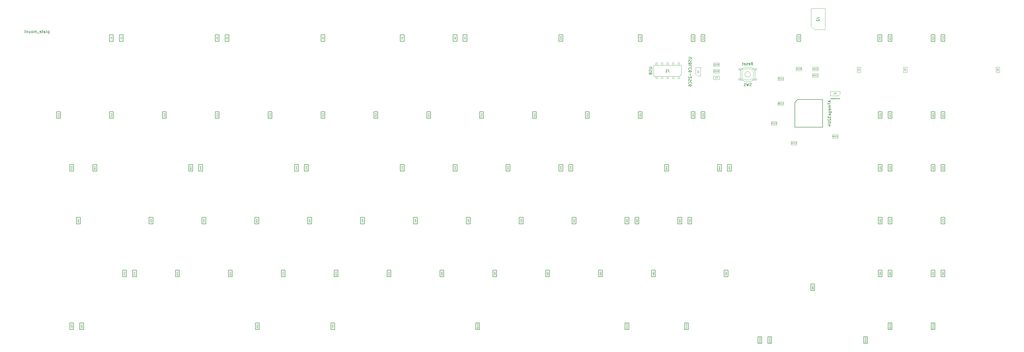
<source format=gbr>
%TF.GenerationSoftware,KiCad,Pcbnew,(5.99.0-9785-ga9f86c6f3d)*%
%TF.CreationDate,2021-09-01T12:36:29-04:00*%
%TF.ProjectId,nt980.dk,6e743938-302e-4646-9b2e-6b696361645f,rev?*%
%TF.SameCoordinates,Original*%
%TF.FileFunction,AssemblyDrawing,Bot*%
%FSLAX46Y46*%
G04 Gerber Fmt 4.6, Leading zero omitted, Abs format (unit mm)*
G04 Created by KiCad (PCBNEW (5.99.0-9785-ga9f86c6f3d)) date 2021-09-01 12:36:29*
%MOMM*%
%LPD*%
G01*
G04 APERTURE LIST*
%ADD10C,0.125000*%
%ADD11C,0.075000*%
%ADD12C,0.150000*%
%ADD13C,0.030000*%
%ADD14C,0.080000*%
%ADD15C,0.100000*%
G04 APERTURE END LIST*
D10*
X275593921Y-42266059D02*
X275617731Y-42289868D01*
X275689159Y-42313678D01*
X275736778Y-42313678D01*
X275808207Y-42289868D01*
X275855826Y-42242249D01*
X275879636Y-42194630D01*
X275903445Y-42099392D01*
X275903445Y-42027964D01*
X275879636Y-41932726D01*
X275855826Y-41885107D01*
X275808207Y-41837488D01*
X275736778Y-41813678D01*
X275689159Y-41813678D01*
X275617731Y-41837488D01*
X275593921Y-41861297D01*
X275117731Y-42313678D02*
X275403445Y-42313678D01*
X275260588Y-42313678D02*
X275260588Y-41813678D01*
X275308207Y-41885107D01*
X275355826Y-41932726D01*
X275403445Y-41956535D01*
X274808207Y-41813678D02*
X274760588Y-41813678D01*
X274712969Y-41837488D01*
X274689159Y-41861297D01*
X274665350Y-41908916D01*
X274641540Y-42004154D01*
X274641540Y-42123202D01*
X274665350Y-42218440D01*
X274689159Y-42266059D01*
X274712969Y-42289868D01*
X274760588Y-42313678D01*
X274808207Y-42313678D01*
X274855826Y-42289868D01*
X274879636Y-42266059D01*
X274903445Y-42218440D01*
X274927255Y-42123202D01*
X274927255Y-42004154D01*
X274903445Y-41908916D01*
X274879636Y-41861297D01*
X274855826Y-41837488D01*
X274808207Y-41813678D01*
X274474874Y-41813678D02*
X274165350Y-41813678D01*
X274332017Y-42004154D01*
X274260588Y-42004154D01*
X274212969Y-42027964D01*
X274189159Y-42051773D01*
X274165350Y-42099392D01*
X274165350Y-42218440D01*
X274189159Y-42266059D01*
X274212969Y-42289868D01*
X274260588Y-42313678D01*
X274403445Y-42313678D01*
X274451064Y-42289868D01*
X274474874Y-42266059D01*
X297620502Y-47028563D02*
X297644312Y-47052372D01*
X297715740Y-47076182D01*
X297763359Y-47076182D01*
X297834788Y-47052372D01*
X297882407Y-47004753D01*
X297906217Y-46957134D01*
X297930026Y-46861896D01*
X297930026Y-46790468D01*
X297906217Y-46695230D01*
X297882407Y-46647611D01*
X297834788Y-46599992D01*
X297763359Y-46576182D01*
X297715740Y-46576182D01*
X297644312Y-46599992D01*
X297620502Y-46623801D01*
X297144312Y-47076182D02*
X297430026Y-47076182D01*
X297287169Y-47076182D02*
X297287169Y-46576182D01*
X297334788Y-46647611D01*
X297382407Y-46695230D01*
X297430026Y-46719039D01*
X296834788Y-46576182D02*
X296787169Y-46576182D01*
X296739550Y-46599992D01*
X296715740Y-46623801D01*
X296691931Y-46671420D01*
X296668121Y-46766658D01*
X296668121Y-46885706D01*
X296691931Y-46980944D01*
X296715740Y-47028563D01*
X296739550Y-47052372D01*
X296787169Y-47076182D01*
X296834788Y-47076182D01*
X296882407Y-47052372D01*
X296906217Y-47028563D01*
X296930026Y-46980944D01*
X296953836Y-46885706D01*
X296953836Y-46766658D01*
X296930026Y-46671420D01*
X296906217Y-46623801D01*
X296882407Y-46599992D01*
X296834788Y-46576182D01*
X296239550Y-46742849D02*
X296239550Y-47076182D01*
X296358598Y-46552372D02*
X296477645Y-46909515D01*
X296168121Y-46909515D01*
X290476758Y-25001982D02*
X290500568Y-25025791D01*
X290571996Y-25049601D01*
X290619615Y-25049601D01*
X290691044Y-25025791D01*
X290738663Y-24978172D01*
X290762473Y-24930553D01*
X290786282Y-24835315D01*
X290786282Y-24763887D01*
X290762473Y-24668649D01*
X290738663Y-24621030D01*
X290691044Y-24573411D01*
X290619615Y-24549601D01*
X290571996Y-24549601D01*
X290500568Y-24573411D01*
X290476758Y-24597220D01*
X290000568Y-25049601D02*
X290286282Y-25049601D01*
X290143425Y-25049601D02*
X290143425Y-24549601D01*
X290191044Y-24621030D01*
X290238663Y-24668649D01*
X290286282Y-24692458D01*
X289691044Y-24549601D02*
X289643425Y-24549601D01*
X289595806Y-24573411D01*
X289571996Y-24597220D01*
X289548187Y-24644839D01*
X289524377Y-24740077D01*
X289524377Y-24859125D01*
X289548187Y-24954363D01*
X289571996Y-25001982D01*
X289595806Y-25025791D01*
X289643425Y-25049601D01*
X289691044Y-25049601D01*
X289738663Y-25025791D01*
X289762473Y-25001982D01*
X289786282Y-24954363D01*
X289810092Y-24859125D01*
X289810092Y-24740077D01*
X289786282Y-24644839D01*
X289762473Y-24597220D01*
X289738663Y-24573411D01*
X289691044Y-24549601D01*
X289071996Y-24549601D02*
X289310092Y-24549601D01*
X289333901Y-24787696D01*
X289310092Y-24763887D01*
X289262473Y-24740077D01*
X289143425Y-24740077D01*
X289095806Y-24763887D01*
X289071996Y-24787696D01*
X289048187Y-24835315D01*
X289048187Y-24954363D01*
X289071996Y-25001982D01*
X289095806Y-25025791D01*
X289143425Y-25049601D01*
X289262473Y-25049601D01*
X289310092Y-25025791D01*
X289333901Y-25001982D01*
X277975173Y-26192608D02*
X277998983Y-26216417D01*
X278070411Y-26240227D01*
X278118030Y-26240227D01*
X278189459Y-26216417D01*
X278237078Y-26168798D01*
X278260888Y-26121179D01*
X278284697Y-26025941D01*
X278284697Y-25954513D01*
X278260888Y-25859275D01*
X278237078Y-25811656D01*
X278189459Y-25764037D01*
X278118030Y-25740227D01*
X278070411Y-25740227D01*
X277998983Y-25764037D01*
X277975173Y-25787846D01*
X277498983Y-26240227D02*
X277784697Y-26240227D01*
X277641840Y-26240227D02*
X277641840Y-25740227D01*
X277689459Y-25811656D01*
X277737078Y-25859275D01*
X277784697Y-25883084D01*
X277189459Y-25740227D02*
X277141840Y-25740227D01*
X277094221Y-25764037D01*
X277070411Y-25787846D01*
X277046602Y-25835465D01*
X277022792Y-25930703D01*
X277022792Y-26049751D01*
X277046602Y-26144989D01*
X277070411Y-26192608D01*
X277094221Y-26216417D01*
X277141840Y-26240227D01*
X277189459Y-26240227D01*
X277237078Y-26216417D01*
X277260888Y-26192608D01*
X277284697Y-26144989D01*
X277308507Y-26049751D01*
X277308507Y-25930703D01*
X277284697Y-25835465D01*
X277260888Y-25787846D01*
X277237078Y-25764037D01*
X277189459Y-25740227D01*
X276856126Y-25740227D02*
X276522792Y-25740227D01*
X276737078Y-26240227D01*
D11*
X254399379Y-25634622D02*
X254566046Y-25634622D01*
X254566046Y-25896527D02*
X254566046Y-25396527D01*
X254327951Y-25396527D01*
X253875570Y-25896527D02*
X254161284Y-25896527D01*
X254018427Y-25896527D02*
X254018427Y-25396527D01*
X254066046Y-25467956D01*
X254113665Y-25515575D01*
X254161284Y-25539384D01*
D12*
X290327380Y-4166666D02*
X291041666Y-4166666D01*
X291184523Y-4119047D01*
X291279761Y-4023809D01*
X291327380Y-3880952D01*
X291327380Y-3785714D01*
X290422619Y-4595238D02*
X290375000Y-4642857D01*
X290327380Y-4738095D01*
X290327380Y-4976190D01*
X290375000Y-5071428D01*
X290422619Y-5119047D01*
X290517857Y-5166666D01*
X290613095Y-5166666D01*
X290755952Y-5119047D01*
X291327380Y-4547619D01*
X291327380Y-5166666D01*
D11*
X284523616Y-22668349D02*
X284690283Y-22430254D01*
X284809331Y-22668349D02*
X284809331Y-22168349D01*
X284618854Y-22168349D01*
X284571235Y-22192159D01*
X284547426Y-22215968D01*
X284523616Y-22263587D01*
X284523616Y-22335016D01*
X284547426Y-22382635D01*
X284571235Y-22406444D01*
X284618854Y-22430254D01*
X284809331Y-22430254D01*
X284047426Y-22668349D02*
X284333140Y-22668349D01*
X284190283Y-22668349D02*
X284190283Y-22168349D01*
X284237902Y-22239778D01*
X284285521Y-22287397D01*
X284333140Y-22311206D01*
X283737902Y-22168349D02*
X283690283Y-22168349D01*
X283642664Y-22192159D01*
X283618854Y-22215968D01*
X283595045Y-22263587D01*
X283571235Y-22358825D01*
X283571235Y-22477873D01*
X283595045Y-22573111D01*
X283618854Y-22620730D01*
X283642664Y-22644539D01*
X283690283Y-22668349D01*
X283737902Y-22668349D01*
X283785521Y-22644539D01*
X283809331Y-22620730D01*
X283833140Y-22573111D01*
X283856950Y-22477873D01*
X283856950Y-22358825D01*
X283833140Y-22263587D01*
X283809331Y-22215968D01*
X283785521Y-22192159D01*
X283737902Y-22168349D01*
X283142664Y-22335016D02*
X283142664Y-22668349D01*
X283261712Y-22144539D02*
X283380759Y-22501682D01*
X283071235Y-22501682D01*
D12*
X266747693Y-21110213D02*
X267081026Y-20634023D01*
X267319121Y-21110213D02*
X267319121Y-20110213D01*
X266938169Y-20110213D01*
X266842931Y-20157833D01*
X266795312Y-20205452D01*
X266747693Y-20300690D01*
X266747693Y-20443547D01*
X266795312Y-20538785D01*
X266842931Y-20586404D01*
X266938169Y-20634023D01*
X267319121Y-20634023D01*
X265938169Y-21062594D02*
X266033407Y-21110213D01*
X266223883Y-21110213D01*
X266319121Y-21062594D01*
X266366740Y-20967356D01*
X266366740Y-20586404D01*
X266319121Y-20491166D01*
X266223883Y-20443547D01*
X266033407Y-20443547D01*
X265938169Y-20491166D01*
X265890550Y-20586404D01*
X265890550Y-20681642D01*
X266366740Y-20776880D01*
X265509598Y-21062594D02*
X265414359Y-21110213D01*
X265223883Y-21110213D01*
X265128645Y-21062594D01*
X265081026Y-20967356D01*
X265081026Y-20919737D01*
X265128645Y-20824499D01*
X265223883Y-20776880D01*
X265366740Y-20776880D01*
X265461978Y-20729261D01*
X265509598Y-20634023D01*
X265509598Y-20586404D01*
X265461978Y-20491166D01*
X265366740Y-20443547D01*
X265223883Y-20443547D01*
X265128645Y-20491166D01*
X264271502Y-21062594D02*
X264366740Y-21110213D01*
X264557217Y-21110213D01*
X264652455Y-21062594D01*
X264700074Y-20967356D01*
X264700074Y-20586404D01*
X264652455Y-20491166D01*
X264557217Y-20443547D01*
X264366740Y-20443547D01*
X264271502Y-20491166D01*
X264223883Y-20586404D01*
X264223883Y-20681642D01*
X264700074Y-20776880D01*
X263938169Y-20443547D02*
X263557217Y-20443547D01*
X263795312Y-20110213D02*
X263795312Y-20967356D01*
X263747693Y-21062594D01*
X263652455Y-21110213D01*
X263557217Y-21110213D01*
X266842931Y-28562594D02*
X266700074Y-28610213D01*
X266461978Y-28610213D01*
X266366740Y-28562594D01*
X266319121Y-28514975D01*
X266271502Y-28419737D01*
X266271502Y-28324499D01*
X266319121Y-28229261D01*
X266366740Y-28181642D01*
X266461978Y-28134023D01*
X266652455Y-28086404D01*
X266747693Y-28038785D01*
X266795312Y-27991166D01*
X266842931Y-27895928D01*
X266842931Y-27800690D01*
X266795312Y-27705452D01*
X266747693Y-27657833D01*
X266652455Y-27610213D01*
X266414359Y-27610213D01*
X266271502Y-27657833D01*
X265938169Y-27610213D02*
X265700074Y-28610213D01*
X265509598Y-27895928D01*
X265319121Y-28610213D01*
X265081026Y-27610213D01*
X264176264Y-28610213D02*
X264747693Y-28610213D01*
X264461978Y-28610213D02*
X264461978Y-27610213D01*
X264557217Y-27753071D01*
X264652455Y-27848309D01*
X264747693Y-27895928D01*
X244252380Y-18309523D02*
X245061904Y-18309523D01*
X245157142Y-18357142D01*
X245204761Y-18404761D01*
X245252380Y-18500000D01*
X245252380Y-18690476D01*
X245204761Y-18785714D01*
X245157142Y-18833333D01*
X245061904Y-18880952D01*
X244252380Y-18880952D01*
X245204761Y-19309523D02*
X245252380Y-19452380D01*
X245252380Y-19690476D01*
X245204761Y-19785714D01*
X245157142Y-19833333D01*
X245061904Y-19880952D01*
X244966666Y-19880952D01*
X244871428Y-19833333D01*
X244823809Y-19785714D01*
X244776190Y-19690476D01*
X244728571Y-19500000D01*
X244680952Y-19404761D01*
X244633333Y-19357142D01*
X244538095Y-19309523D01*
X244442857Y-19309523D01*
X244347619Y-19357142D01*
X244300000Y-19404761D01*
X244252380Y-19500000D01*
X244252380Y-19738095D01*
X244300000Y-19880952D01*
X244728571Y-20642857D02*
X244776190Y-20785714D01*
X244823809Y-20833333D01*
X244919047Y-20880952D01*
X245061904Y-20880952D01*
X245157142Y-20833333D01*
X245204761Y-20785714D01*
X245252380Y-20690476D01*
X245252380Y-20309523D01*
X244252380Y-20309523D01*
X244252380Y-20642857D01*
X244300000Y-20738095D01*
X244347619Y-20785714D01*
X244442857Y-20833333D01*
X244538095Y-20833333D01*
X244633333Y-20785714D01*
X244680952Y-20738095D01*
X244728571Y-20642857D01*
X244728571Y-20309523D01*
X245252380Y-21785714D02*
X245252380Y-21309523D01*
X244252380Y-21309523D01*
X245157142Y-22690476D02*
X245204761Y-22642857D01*
X245252380Y-22500000D01*
X245252380Y-22404761D01*
X245204761Y-22261904D01*
X245109523Y-22166666D01*
X245014285Y-22119047D01*
X244823809Y-22071428D01*
X244680952Y-22071428D01*
X244490476Y-22119047D01*
X244395238Y-22166666D01*
X244300000Y-22261904D01*
X244252380Y-22404761D01*
X244252380Y-22500000D01*
X244300000Y-22642857D01*
X244347619Y-22690476D01*
X244252380Y-23547619D02*
X244252380Y-23357142D01*
X244300000Y-23261904D01*
X244347619Y-23214285D01*
X244490476Y-23119047D01*
X244680952Y-23071428D01*
X245061904Y-23071428D01*
X245157142Y-23119047D01*
X245204761Y-23166666D01*
X245252380Y-23261904D01*
X245252380Y-23452380D01*
X245204761Y-23547619D01*
X245157142Y-23595238D01*
X245061904Y-23642857D01*
X244823809Y-23642857D01*
X244728571Y-23595238D01*
X244680952Y-23547619D01*
X244633333Y-23452380D01*
X244633333Y-23261904D01*
X244680952Y-23166666D01*
X244728571Y-23119047D01*
X244823809Y-23071428D01*
X244871428Y-24071428D02*
X244871428Y-24833333D01*
X244347619Y-25261904D02*
X244300000Y-25309523D01*
X244252380Y-25404761D01*
X244252380Y-25642857D01*
X244300000Y-25738095D01*
X244347619Y-25785714D01*
X244442857Y-25833333D01*
X244538095Y-25833333D01*
X244680952Y-25785714D01*
X245252380Y-25214285D01*
X245252380Y-25833333D01*
X245204761Y-26214285D02*
X245252380Y-26357142D01*
X245252380Y-26595238D01*
X245204761Y-26690476D01*
X245157142Y-26738095D01*
X245061904Y-26785714D01*
X244966666Y-26785714D01*
X244871428Y-26738095D01*
X244823809Y-26690476D01*
X244776190Y-26595238D01*
X244728571Y-26404761D01*
X244680952Y-26309523D01*
X244633333Y-26261904D01*
X244538095Y-26214285D01*
X244442857Y-26214285D01*
X244347619Y-26261904D01*
X244300000Y-26309523D01*
X244252380Y-26404761D01*
X244252380Y-26642857D01*
X244300000Y-26785714D01*
X245157142Y-27785714D02*
X245204761Y-27738095D01*
X245252380Y-27595238D01*
X245252380Y-27500000D01*
X245204761Y-27357142D01*
X245109523Y-27261904D01*
X245014285Y-27214285D01*
X244823809Y-27166666D01*
X244680952Y-27166666D01*
X244490476Y-27214285D01*
X244395238Y-27261904D01*
X244300000Y-27357142D01*
X244252380Y-27500000D01*
X244252380Y-27595238D01*
X244300000Y-27738095D01*
X244347619Y-27785714D01*
X244252380Y-28642857D02*
X244252380Y-28452380D01*
X244300000Y-28357142D01*
X244347619Y-28309523D01*
X244490476Y-28214285D01*
X244680952Y-28166666D01*
X245061904Y-28166666D01*
X245157142Y-28214285D01*
X245204761Y-28261904D01*
X245252380Y-28357142D01*
X245252380Y-28547619D01*
X245204761Y-28642857D01*
X245157142Y-28690476D01*
X245061904Y-28738095D01*
X244823809Y-28738095D01*
X244728571Y-28690476D01*
X244680952Y-28642857D01*
X244633333Y-28547619D01*
X244633333Y-28357142D01*
X244680952Y-28261904D01*
X244728571Y-28214285D01*
X244823809Y-28166666D01*
D11*
X247426190Y-23119047D02*
X247830952Y-23119047D01*
X247878571Y-23142857D01*
X247902380Y-23166666D01*
X247926190Y-23214285D01*
X247926190Y-23309523D01*
X247902380Y-23357142D01*
X247878571Y-23380952D01*
X247830952Y-23404761D01*
X247426190Y-23404761D01*
X247473809Y-23619047D02*
X247450000Y-23642857D01*
X247426190Y-23690476D01*
X247426190Y-23809523D01*
X247450000Y-23857142D01*
X247473809Y-23880952D01*
X247521428Y-23904761D01*
X247569047Y-23904761D01*
X247640476Y-23880952D01*
X247926190Y-23595238D01*
X247926190Y-23904761D01*
X282737689Y-49457418D02*
X282904356Y-49219323D01*
X283023404Y-49457418D02*
X283023404Y-48957418D01*
X282832927Y-48957418D01*
X282785308Y-48981228D01*
X282761499Y-49005037D01*
X282737689Y-49052656D01*
X282737689Y-49124085D01*
X282761499Y-49171704D01*
X282785308Y-49195513D01*
X282832927Y-49219323D01*
X283023404Y-49219323D01*
X282261499Y-49457418D02*
X282547213Y-49457418D01*
X282404356Y-49457418D02*
X282404356Y-48957418D01*
X282451975Y-49028847D01*
X282499594Y-49076466D01*
X282547213Y-49100275D01*
X281951975Y-48957418D02*
X281904356Y-48957418D01*
X281856737Y-48981228D01*
X281832927Y-49005037D01*
X281809118Y-49052656D01*
X281785308Y-49147894D01*
X281785308Y-49266942D01*
X281809118Y-49362180D01*
X281832927Y-49409799D01*
X281856737Y-49433608D01*
X281904356Y-49457418D01*
X281951975Y-49457418D01*
X281999594Y-49433608D01*
X282023404Y-49409799D01*
X282047213Y-49362180D01*
X282071023Y-49266942D01*
X282071023Y-49147894D01*
X282047213Y-49052656D01*
X282023404Y-49005037D01*
X281999594Y-48981228D01*
X281951975Y-48957418D01*
X281332927Y-48957418D02*
X281571023Y-48957418D01*
X281594832Y-49195513D01*
X281571023Y-49171704D01*
X281523404Y-49147894D01*
X281404356Y-49147894D01*
X281356737Y-49171704D01*
X281332927Y-49195513D01*
X281309118Y-49243132D01*
X281309118Y-49362180D01*
X281332927Y-49409799D01*
X281356737Y-49433608D01*
X281404356Y-49457418D01*
X281523404Y-49457418D01*
X281571023Y-49433608D01*
X281594832Y-49409799D01*
D10*
X160365379Y-10941891D02*
X159865379Y-10941891D01*
X159865379Y-11060939D01*
X159889189Y-11132367D01*
X159936808Y-11179986D01*
X159984427Y-11203796D01*
X160079665Y-11227605D01*
X160151093Y-11227605D01*
X160246331Y-11203796D01*
X160293950Y-11179986D01*
X160341569Y-11132367D01*
X160365379Y-11060939D01*
X160365379Y-10941891D01*
X160079665Y-11513319D02*
X160055855Y-11465700D01*
X160032046Y-11441891D01*
X159984427Y-11418081D01*
X159960617Y-11418081D01*
X159912998Y-11441891D01*
X159889189Y-11465700D01*
X159865379Y-11513319D01*
X159865379Y-11608558D01*
X159889189Y-11656177D01*
X159912998Y-11679986D01*
X159960617Y-11703796D01*
X159984427Y-11703796D01*
X160032046Y-11679986D01*
X160055855Y-11656177D01*
X160079665Y-11608558D01*
X160079665Y-11513319D01*
X160103474Y-11465700D01*
X160127284Y-11441891D01*
X160174903Y-11418081D01*
X160270141Y-11418081D01*
X160317760Y-11441891D01*
X160341569Y-11465700D01*
X160365379Y-11513319D01*
X160365379Y-11608558D01*
X160341569Y-11656177D01*
X160317760Y-11679986D01*
X160270141Y-11703796D01*
X160174903Y-11703796D01*
X160127284Y-11679986D01*
X160103474Y-11656177D01*
X160079665Y-11608558D01*
X317062137Y-10703796D02*
X316562137Y-10703796D01*
X316562137Y-10822843D01*
X316585947Y-10894272D01*
X316633566Y-10941891D01*
X316681185Y-10965700D01*
X316776423Y-10989510D01*
X316847851Y-10989510D01*
X316943089Y-10965700D01*
X316990708Y-10941891D01*
X317038327Y-10894272D01*
X317062137Y-10822843D01*
X317062137Y-10703796D01*
X317062137Y-11465700D02*
X317062137Y-11179986D01*
X317062137Y-11322843D02*
X316562137Y-11322843D01*
X316633566Y-11275224D01*
X316681185Y-11227605D01*
X316704994Y-11179986D01*
X316562137Y-11894272D02*
X316562137Y-11799034D01*
X316585947Y-11751415D01*
X316609756Y-11727605D01*
X316681185Y-11679986D01*
X316776423Y-11656177D01*
X316966899Y-11656177D01*
X317014518Y-11679986D01*
X317038327Y-11703796D01*
X317062137Y-11751415D01*
X317062137Y-11846653D01*
X317038327Y-11894272D01*
X317014518Y-11918081D01*
X316966899Y-11941891D01*
X316847851Y-11941891D01*
X316800232Y-11918081D01*
X316776423Y-11894272D01*
X316752613Y-11846653D01*
X316752613Y-11751415D01*
X316776423Y-11703796D01*
X316800232Y-11679986D01*
X316847851Y-11656177D01*
X106787217Y-57553796D02*
X106287217Y-57553796D01*
X106287217Y-57672843D01*
X106311027Y-57744272D01*
X106358646Y-57791891D01*
X106406265Y-57815700D01*
X106501503Y-57839510D01*
X106572931Y-57839510D01*
X106668169Y-57815700D01*
X106715788Y-57791891D01*
X106763407Y-57744272D01*
X106787217Y-57672843D01*
X106787217Y-57553796D01*
X106453884Y-58268081D02*
X106787217Y-58268081D01*
X106263407Y-58149034D02*
X106620550Y-58029986D01*
X106620550Y-58339510D01*
X106334836Y-58506177D02*
X106311027Y-58529986D01*
X106287217Y-58577605D01*
X106287217Y-58696653D01*
X106311027Y-58744272D01*
X106334836Y-58768081D01*
X106382455Y-58791891D01*
X106430074Y-58791891D01*
X106501503Y-58768081D01*
X106787217Y-58482367D01*
X106787217Y-58791891D01*
X112740339Y-38503796D02*
X112240339Y-38503796D01*
X112240339Y-38622843D01*
X112264149Y-38694272D01*
X112311768Y-38741891D01*
X112359387Y-38765700D01*
X112454625Y-38789510D01*
X112526053Y-38789510D01*
X112621291Y-38765700D01*
X112668910Y-38741891D01*
X112716529Y-38694272D01*
X112740339Y-38622843D01*
X112740339Y-38503796D01*
X112287958Y-38979986D02*
X112264149Y-39003796D01*
X112240339Y-39051415D01*
X112240339Y-39170462D01*
X112264149Y-39218081D01*
X112287958Y-39241891D01*
X112335577Y-39265700D01*
X112383196Y-39265700D01*
X112454625Y-39241891D01*
X112740339Y-38956177D01*
X112740339Y-39265700D01*
X112407006Y-39694272D02*
X112740339Y-39694272D01*
X112216529Y-39575224D02*
X112573672Y-39456177D01*
X112573672Y-39765700D01*
X17490259Y-38503796D02*
X16990259Y-38503796D01*
X16990259Y-38622843D01*
X17014069Y-38694272D01*
X17061688Y-38741891D01*
X17109307Y-38765700D01*
X17204545Y-38789510D01*
X17275973Y-38789510D01*
X17371211Y-38765700D01*
X17418830Y-38741891D01*
X17466449Y-38694272D01*
X17490259Y-38622843D01*
X17490259Y-38503796D01*
X17490259Y-39265700D02*
X17490259Y-38979986D01*
X17490259Y-39122843D02*
X16990259Y-39122843D01*
X17061688Y-39075224D01*
X17109307Y-39027605D01*
X17133116Y-38979986D01*
X17490259Y-39503796D02*
X17490259Y-39599034D01*
X17466449Y-39646653D01*
X17442640Y-39670462D01*
X17371211Y-39718081D01*
X17275973Y-39741891D01*
X17085497Y-39741891D01*
X17037878Y-39718081D01*
X17014069Y-39694272D01*
X16990259Y-39646653D01*
X16990259Y-39551415D01*
X17014069Y-39503796D01*
X17037878Y-39479986D01*
X17085497Y-39456177D01*
X17204545Y-39456177D01*
X17252164Y-39479986D01*
X17275973Y-39503796D01*
X17299783Y-39551415D01*
X17299783Y-39646653D01*
X17275973Y-39694272D01*
X17252164Y-39718081D01*
X17204545Y-39741891D01*
X246090451Y-10703796D02*
X245590451Y-10703796D01*
X245590451Y-10822843D01*
X245614261Y-10894272D01*
X245661880Y-10941891D01*
X245709499Y-10965700D01*
X245804737Y-10989510D01*
X245876165Y-10989510D01*
X245971403Y-10965700D01*
X246019022Y-10941891D01*
X246066641Y-10894272D01*
X246090451Y-10822843D01*
X246090451Y-10703796D01*
X246090451Y-11465700D02*
X246090451Y-11179986D01*
X246090451Y-11322843D02*
X245590451Y-11322843D01*
X245661880Y-11275224D01*
X245709499Y-11227605D01*
X245733308Y-11179986D01*
X245638070Y-11656177D02*
X245614261Y-11679986D01*
X245590451Y-11727605D01*
X245590451Y-11846653D01*
X245614261Y-11894272D01*
X245638070Y-11918081D01*
X245685689Y-11941891D01*
X245733308Y-11941891D01*
X245804737Y-11918081D01*
X246090451Y-11632367D01*
X246090451Y-11941891D01*
X103215327Y-57553796D02*
X102715327Y-57553796D01*
X102715327Y-57672843D01*
X102739137Y-57744272D01*
X102786756Y-57791891D01*
X102834375Y-57815700D01*
X102929613Y-57839510D01*
X103001041Y-57839510D01*
X103096279Y-57815700D01*
X103143898Y-57791891D01*
X103191517Y-57744272D01*
X103215327Y-57672843D01*
X103215327Y-57553796D01*
X102881994Y-58268081D02*
X103215327Y-58268081D01*
X102691517Y-58149034D02*
X103048660Y-58029986D01*
X103048660Y-58339510D01*
X103215327Y-58791891D02*
X103215327Y-58506177D01*
X103215327Y-58649034D02*
X102715327Y-58649034D01*
X102786756Y-58601415D01*
X102834375Y-58553796D01*
X102858184Y-58506177D01*
X249662325Y-38503748D02*
X249162325Y-38503748D01*
X249162325Y-38622795D01*
X249186135Y-38694224D01*
X249233754Y-38741843D01*
X249281373Y-38765652D01*
X249376611Y-38789462D01*
X249448039Y-38789462D01*
X249543277Y-38765652D01*
X249590896Y-38741843D01*
X249638515Y-38694224D01*
X249662325Y-38622795D01*
X249662325Y-38503748D01*
X249162325Y-38956129D02*
X249162325Y-39265652D01*
X249352801Y-39098986D01*
X249352801Y-39170414D01*
X249376611Y-39218033D01*
X249400420Y-39241843D01*
X249448039Y-39265652D01*
X249567087Y-39265652D01*
X249614706Y-39241843D01*
X249638515Y-39218033D01*
X249662325Y-39170414D01*
X249662325Y-39027557D01*
X249638515Y-38979938D01*
X249614706Y-38956129D01*
X249209944Y-39456129D02*
X249186135Y-39479938D01*
X249162325Y-39527557D01*
X249162325Y-39646605D01*
X249186135Y-39694224D01*
X249209944Y-39718033D01*
X249257563Y-39741843D01*
X249305182Y-39741843D01*
X249376611Y-39718033D01*
X249662325Y-39432319D01*
X249662325Y-39741843D01*
X336112153Y-10703796D02*
X335612153Y-10703796D01*
X335612153Y-10822843D01*
X335635963Y-10894272D01*
X335683582Y-10941891D01*
X335731201Y-10965700D01*
X335826439Y-10989510D01*
X335897867Y-10989510D01*
X335993105Y-10965700D01*
X336040724Y-10941891D01*
X336088343Y-10894272D01*
X336112153Y-10822843D01*
X336112153Y-10703796D01*
X336112153Y-11465700D02*
X336112153Y-11179986D01*
X336112153Y-11322843D02*
X335612153Y-11322843D01*
X335683582Y-11275224D01*
X335731201Y-11227605D01*
X335755010Y-11179986D01*
X335612153Y-11632367D02*
X335612153Y-11965700D01*
X336112153Y-11751415D01*
X65115295Y-57553796D02*
X64615295Y-57553796D01*
X64615295Y-57672843D01*
X64639105Y-57744272D01*
X64686724Y-57791891D01*
X64734343Y-57815700D01*
X64829581Y-57839510D01*
X64901009Y-57839510D01*
X64996247Y-57815700D01*
X65043866Y-57791891D01*
X65091485Y-57744272D01*
X65115295Y-57672843D01*
X65115295Y-57553796D01*
X64615295Y-58006177D02*
X64615295Y-58315700D01*
X64805771Y-58149034D01*
X64805771Y-58220462D01*
X64829581Y-58268081D01*
X64853390Y-58291891D01*
X64901009Y-58315700D01*
X65020057Y-58315700D01*
X65067676Y-58291891D01*
X65091485Y-58268081D01*
X65115295Y-58220462D01*
X65115295Y-58077605D01*
X65091485Y-58029986D01*
X65067676Y-58006177D01*
X65115295Y-58553796D02*
X65115295Y-58649034D01*
X65091485Y-58696653D01*
X65067676Y-58720462D01*
X64996247Y-58768081D01*
X64901009Y-58791891D01*
X64710533Y-58791891D01*
X64662914Y-58768081D01*
X64639105Y-58744272D01*
X64615295Y-58696653D01*
X64615295Y-58601415D01*
X64639105Y-58553796D01*
X64662914Y-58529986D01*
X64710533Y-58506177D01*
X64829581Y-58506177D01*
X64877200Y-58529986D01*
X64901009Y-58553796D01*
X64924819Y-58601415D01*
X64924819Y-58696653D01*
X64901009Y-58744272D01*
X64877200Y-58768081D01*
X64829581Y-58791891D01*
X169890387Y-38503796D02*
X169390387Y-38503796D01*
X169390387Y-38622843D01*
X169414197Y-38694272D01*
X169461816Y-38741891D01*
X169509435Y-38765700D01*
X169604673Y-38789510D01*
X169676101Y-38789510D01*
X169771339Y-38765700D01*
X169818958Y-38741891D01*
X169866577Y-38694272D01*
X169890387Y-38622843D01*
X169890387Y-38503796D01*
X169438006Y-38979986D02*
X169414197Y-39003796D01*
X169390387Y-39051415D01*
X169390387Y-39170462D01*
X169414197Y-39218081D01*
X169438006Y-39241891D01*
X169485625Y-39265700D01*
X169533244Y-39265700D01*
X169604673Y-39241891D01*
X169890387Y-38956177D01*
X169890387Y-39265700D01*
X169390387Y-39432367D02*
X169390387Y-39765700D01*
X169890387Y-39551415D01*
X30587153Y-57553796D02*
X30087153Y-57553796D01*
X30087153Y-57672843D01*
X30110963Y-57744272D01*
X30158582Y-57791891D01*
X30206201Y-57815700D01*
X30301439Y-57839510D01*
X30372867Y-57839510D01*
X30468105Y-57815700D01*
X30515724Y-57791891D01*
X30563343Y-57744272D01*
X30587153Y-57672843D01*
X30587153Y-57553796D01*
X30087153Y-58006177D02*
X30087153Y-58315700D01*
X30277629Y-58149034D01*
X30277629Y-58220462D01*
X30301439Y-58268081D01*
X30325248Y-58291891D01*
X30372867Y-58315700D01*
X30491915Y-58315700D01*
X30539534Y-58291891D01*
X30563343Y-58268081D01*
X30587153Y-58220462D01*
X30587153Y-58077605D01*
X30563343Y-58029986D01*
X30539534Y-58006177D01*
X30301439Y-58601415D02*
X30277629Y-58553796D01*
X30253820Y-58529986D01*
X30206201Y-58506177D01*
X30182391Y-58506177D01*
X30134772Y-58529986D01*
X30110963Y-58553796D01*
X30087153Y-58601415D01*
X30087153Y-58696653D01*
X30110963Y-58744272D01*
X30134772Y-58768081D01*
X30182391Y-58791891D01*
X30206201Y-58791891D01*
X30253820Y-58768081D01*
X30277629Y-58744272D01*
X30301439Y-58696653D01*
X30301439Y-58601415D01*
X30325248Y-58553796D01*
X30349058Y-58529986D01*
X30396677Y-58506177D01*
X30491915Y-58506177D01*
X30539534Y-58529986D01*
X30563343Y-58553796D01*
X30587153Y-58601415D01*
X30587153Y-58696653D01*
X30563343Y-58744272D01*
X30539534Y-58768081D01*
X30491915Y-58791891D01*
X30396677Y-58791891D01*
X30349058Y-58768081D01*
X30325248Y-58744272D01*
X30301439Y-58696653D01*
X317062137Y-38503796D02*
X316562137Y-38503796D01*
X316562137Y-38622843D01*
X316585947Y-38694272D01*
X316633566Y-38741891D01*
X316681185Y-38765700D01*
X316776423Y-38789510D01*
X316847851Y-38789510D01*
X316943089Y-38765700D01*
X316990708Y-38741891D01*
X317038327Y-38694272D01*
X317062137Y-38622843D01*
X317062137Y-38503796D01*
X316562137Y-38956177D02*
X316562137Y-39265700D01*
X316752613Y-39099034D01*
X316752613Y-39170462D01*
X316776423Y-39218081D01*
X316800232Y-39241891D01*
X316847851Y-39265700D01*
X316966899Y-39265700D01*
X317014518Y-39241891D01*
X317038327Y-39218081D01*
X317062137Y-39170462D01*
X317062137Y-39027605D01*
X317038327Y-38979986D01*
X317014518Y-38956177D01*
X316728804Y-39694272D02*
X317062137Y-39694272D01*
X316538327Y-39575224D02*
X316895470Y-39456177D01*
X316895470Y-39765700D01*
X227040435Y-38503796D02*
X226540435Y-38503796D01*
X226540435Y-38622843D01*
X226564245Y-38694272D01*
X226611864Y-38741891D01*
X226659483Y-38765700D01*
X226754721Y-38789510D01*
X226826149Y-38789510D01*
X226921387Y-38765700D01*
X226969006Y-38741891D01*
X227016625Y-38694272D01*
X227040435Y-38622843D01*
X227040435Y-38503796D01*
X226540435Y-38956177D02*
X226540435Y-39265700D01*
X226730911Y-39099034D01*
X226730911Y-39170462D01*
X226754721Y-39218081D01*
X226778530Y-39241891D01*
X226826149Y-39265700D01*
X226945197Y-39265700D01*
X226992816Y-39241891D01*
X227016625Y-39218081D01*
X227040435Y-39170462D01*
X227040435Y-39027605D01*
X227016625Y-38979986D01*
X226992816Y-38956177D01*
X226540435Y-39575224D02*
X226540435Y-39622843D01*
X226564245Y-39670462D01*
X226588054Y-39694272D01*
X226635673Y-39718081D01*
X226730911Y-39741891D01*
X226849959Y-39741891D01*
X226945197Y-39718081D01*
X226992816Y-39694272D01*
X227016625Y-39670462D01*
X227040435Y-39622843D01*
X227040435Y-39575224D01*
X227016625Y-39527605D01*
X226992816Y-39503796D01*
X226945197Y-39479986D01*
X226849959Y-39456177D01*
X226730911Y-39456177D01*
X226635673Y-39479986D01*
X226588054Y-39503796D01*
X226564245Y-39527605D01*
X226540435Y-39575224D01*
X55590291Y-38503796D02*
X55090291Y-38503796D01*
X55090291Y-38622843D01*
X55114101Y-38694272D01*
X55161720Y-38741891D01*
X55209339Y-38765700D01*
X55304577Y-38789510D01*
X55376005Y-38789510D01*
X55471243Y-38765700D01*
X55518862Y-38741891D01*
X55566481Y-38694272D01*
X55590291Y-38622843D01*
X55590291Y-38503796D01*
X55137910Y-38979986D02*
X55114101Y-39003796D01*
X55090291Y-39051415D01*
X55090291Y-39170462D01*
X55114101Y-39218081D01*
X55137910Y-39241891D01*
X55185529Y-39265700D01*
X55233148Y-39265700D01*
X55304577Y-39241891D01*
X55590291Y-38956177D01*
X55590291Y-39265700D01*
X55590291Y-39741891D02*
X55590291Y-39456177D01*
X55590291Y-39599034D02*
X55090291Y-39599034D01*
X55161720Y-39551415D01*
X55209339Y-39503796D01*
X55233148Y-39456177D01*
X313360828Y-10703796D02*
X312860828Y-10703796D01*
X312860828Y-10822843D01*
X312884638Y-10894272D01*
X312932257Y-10941891D01*
X312979876Y-10965700D01*
X313075114Y-10989510D01*
X313146542Y-10989510D01*
X313241780Y-10965700D01*
X313289399Y-10941891D01*
X313337018Y-10894272D01*
X313360828Y-10822843D01*
X313360828Y-10703796D01*
X313360828Y-11465700D02*
X313360828Y-11179986D01*
X313360828Y-11322843D02*
X312860828Y-11322843D01*
X312932257Y-11275224D01*
X312979876Y-11227605D01*
X313003685Y-11179986D01*
X312860828Y-11918081D02*
X312860828Y-11679986D01*
X313098923Y-11656177D01*
X313075114Y-11679986D01*
X313051304Y-11727605D01*
X313051304Y-11846653D01*
X313075114Y-11894272D01*
X313098923Y-11918081D01*
X313146542Y-11941891D01*
X313265590Y-11941891D01*
X313313209Y-11918081D01*
X313337018Y-11894272D01*
X313360828Y-11846653D01*
X313360828Y-11727605D01*
X313337018Y-11679986D01*
X313313209Y-11656177D01*
X150840371Y-38503796D02*
X150340371Y-38503796D01*
X150340371Y-38622843D01*
X150364181Y-38694272D01*
X150411800Y-38741891D01*
X150459419Y-38765700D01*
X150554657Y-38789510D01*
X150626085Y-38789510D01*
X150721323Y-38765700D01*
X150768942Y-38741891D01*
X150816561Y-38694272D01*
X150840371Y-38622843D01*
X150840371Y-38503796D01*
X150387990Y-38979986D02*
X150364181Y-39003796D01*
X150340371Y-39051415D01*
X150340371Y-39170462D01*
X150364181Y-39218081D01*
X150387990Y-39241891D01*
X150435609Y-39265700D01*
X150483228Y-39265700D01*
X150554657Y-39241891D01*
X150840371Y-38956177D01*
X150840371Y-39265700D01*
X150340371Y-39694272D02*
X150340371Y-39599034D01*
X150364181Y-39551415D01*
X150387990Y-39527605D01*
X150459419Y-39479986D01*
X150554657Y-39456177D01*
X150745133Y-39456177D01*
X150792752Y-39479986D01*
X150816561Y-39503796D01*
X150840371Y-39551415D01*
X150840371Y-39646653D01*
X150816561Y-39694272D01*
X150792752Y-39718081D01*
X150745133Y-39741891D01*
X150626085Y-39741891D01*
X150578466Y-39718081D01*
X150554657Y-39694272D01*
X150530847Y-39646653D01*
X150530847Y-39551415D01*
X150554657Y-39503796D01*
X150578466Y-39479986D01*
X150626085Y-39456177D01*
X93690323Y-38503796D02*
X93190323Y-38503796D01*
X93190323Y-38622843D01*
X93214133Y-38694272D01*
X93261752Y-38741891D01*
X93309371Y-38765700D01*
X93404609Y-38789510D01*
X93476037Y-38789510D01*
X93571275Y-38765700D01*
X93618894Y-38741891D01*
X93666513Y-38694272D01*
X93690323Y-38622843D01*
X93690323Y-38503796D01*
X93237942Y-38979986D02*
X93214133Y-39003796D01*
X93190323Y-39051415D01*
X93190323Y-39170462D01*
X93214133Y-39218081D01*
X93237942Y-39241891D01*
X93285561Y-39265700D01*
X93333180Y-39265700D01*
X93404609Y-39241891D01*
X93690323Y-38956177D01*
X93690323Y-39265700D01*
X93190323Y-39432367D02*
X93190323Y-39741891D01*
X93380799Y-39575224D01*
X93380799Y-39646653D01*
X93404609Y-39694272D01*
X93428418Y-39718081D01*
X93476037Y-39741891D01*
X93595085Y-39741891D01*
X93642704Y-39718081D01*
X93666513Y-39694272D01*
X93690323Y-39646653D01*
X93690323Y-39503796D01*
X93666513Y-39456177D01*
X93642704Y-39432367D01*
X249662337Y-10703796D02*
X249162337Y-10703796D01*
X249162337Y-10822843D01*
X249186147Y-10894272D01*
X249233766Y-10941891D01*
X249281385Y-10965700D01*
X249376623Y-10989510D01*
X249448051Y-10989510D01*
X249543289Y-10965700D01*
X249590908Y-10941891D01*
X249638527Y-10894272D01*
X249662337Y-10822843D01*
X249662337Y-10703796D01*
X249662337Y-11465700D02*
X249662337Y-11179986D01*
X249662337Y-11322843D02*
X249162337Y-11322843D01*
X249233766Y-11275224D01*
X249281385Y-11227605D01*
X249305194Y-11179986D01*
X249162337Y-11632367D02*
X249162337Y-11941891D01*
X249352813Y-11775224D01*
X249352813Y-11846653D01*
X249376623Y-11894272D01*
X249400432Y-11918081D01*
X249448051Y-11941891D01*
X249567099Y-11941891D01*
X249614718Y-11918081D01*
X249638527Y-11894272D01*
X249662337Y-11846653D01*
X249662337Y-11703796D01*
X249638527Y-11656177D01*
X249614718Y-11632367D01*
X141315363Y-10941891D02*
X140815363Y-10941891D01*
X140815363Y-11060939D01*
X140839173Y-11132367D01*
X140886792Y-11179986D01*
X140934411Y-11203796D01*
X141029649Y-11227605D01*
X141101077Y-11227605D01*
X141196315Y-11203796D01*
X141243934Y-11179986D01*
X141291553Y-11132367D01*
X141315363Y-11060939D01*
X141315363Y-10941891D01*
X140815363Y-11394272D02*
X140815363Y-11727605D01*
X141315363Y-11513319D01*
X188940403Y-38503796D02*
X188440403Y-38503796D01*
X188440403Y-38622843D01*
X188464213Y-38694272D01*
X188511832Y-38741891D01*
X188559451Y-38765700D01*
X188654689Y-38789510D01*
X188726117Y-38789510D01*
X188821355Y-38765700D01*
X188868974Y-38741891D01*
X188916593Y-38694272D01*
X188940403Y-38622843D01*
X188940403Y-38503796D01*
X188488022Y-38979986D02*
X188464213Y-39003796D01*
X188440403Y-39051415D01*
X188440403Y-39170462D01*
X188464213Y-39218081D01*
X188488022Y-39241891D01*
X188535641Y-39265700D01*
X188583260Y-39265700D01*
X188654689Y-39241891D01*
X188940403Y-38956177D01*
X188940403Y-39265700D01*
X188654689Y-39551415D02*
X188630879Y-39503796D01*
X188607070Y-39479986D01*
X188559451Y-39456177D01*
X188535641Y-39456177D01*
X188488022Y-39479986D01*
X188464213Y-39503796D01*
X188440403Y-39551415D01*
X188440403Y-39646653D01*
X188464213Y-39694272D01*
X188488022Y-39718081D01*
X188535641Y-39741891D01*
X188559451Y-39741891D01*
X188607070Y-39718081D01*
X188630879Y-39694272D01*
X188654689Y-39646653D01*
X188654689Y-39551415D01*
X188678498Y-39503796D01*
X188702308Y-39479986D01*
X188749927Y-39456177D01*
X188845165Y-39456177D01*
X188892784Y-39479986D01*
X188916593Y-39503796D01*
X188940403Y-39551415D01*
X188940403Y-39646653D01*
X188916593Y-39694272D01*
X188892784Y-39718081D01*
X188845165Y-39741891D01*
X188749927Y-39741891D01*
X188702308Y-39718081D01*
X188678498Y-39694272D01*
X188654689Y-39646653D01*
X74640307Y-38503796D02*
X74140307Y-38503796D01*
X74140307Y-38622843D01*
X74164117Y-38694272D01*
X74211736Y-38741891D01*
X74259355Y-38765700D01*
X74354593Y-38789510D01*
X74426021Y-38789510D01*
X74521259Y-38765700D01*
X74568878Y-38741891D01*
X74616497Y-38694272D01*
X74640307Y-38622843D01*
X74640307Y-38503796D01*
X74187926Y-38979986D02*
X74164117Y-39003796D01*
X74140307Y-39051415D01*
X74140307Y-39170462D01*
X74164117Y-39218081D01*
X74187926Y-39241891D01*
X74235545Y-39265700D01*
X74283164Y-39265700D01*
X74354593Y-39241891D01*
X74640307Y-38956177D01*
X74640307Y-39265700D01*
X74187926Y-39456177D02*
X74164117Y-39479986D01*
X74140307Y-39527605D01*
X74140307Y-39646653D01*
X74164117Y-39694272D01*
X74187926Y-39718081D01*
X74235545Y-39741891D01*
X74283164Y-39741891D01*
X74354593Y-39718081D01*
X74640307Y-39432367D01*
X74640307Y-39741891D01*
X284190483Y-10703796D02*
X283690483Y-10703796D01*
X283690483Y-10822843D01*
X283714293Y-10894272D01*
X283761912Y-10941891D01*
X283809531Y-10965700D01*
X283904769Y-10989510D01*
X283976197Y-10989510D01*
X284071435Y-10965700D01*
X284119054Y-10941891D01*
X284166673Y-10894272D01*
X284190483Y-10822843D01*
X284190483Y-10703796D01*
X284190483Y-11465700D02*
X284190483Y-11179986D01*
X284190483Y-11322843D02*
X283690483Y-11322843D01*
X283761912Y-11275224D01*
X283809531Y-11227605D01*
X283833340Y-11179986D01*
X283857150Y-11894272D02*
X284190483Y-11894272D01*
X283666673Y-11775224D02*
X284023816Y-11656177D01*
X284023816Y-11965700D01*
X313490259Y-38503796D02*
X312990259Y-38503796D01*
X312990259Y-38622843D01*
X313014069Y-38694272D01*
X313061688Y-38741891D01*
X313109307Y-38765700D01*
X313204545Y-38789510D01*
X313275973Y-38789510D01*
X313371211Y-38765700D01*
X313418830Y-38741891D01*
X313466449Y-38694272D01*
X313490259Y-38622843D01*
X313490259Y-38503796D01*
X312990259Y-38956177D02*
X312990259Y-39265700D01*
X313180735Y-39099034D01*
X313180735Y-39170462D01*
X313204545Y-39218081D01*
X313228354Y-39241891D01*
X313275973Y-39265700D01*
X313395021Y-39265700D01*
X313442640Y-39241891D01*
X313466449Y-39218081D01*
X313490259Y-39170462D01*
X313490259Y-39027605D01*
X313466449Y-38979986D01*
X313442640Y-38956177D01*
X312990259Y-39432367D02*
X312990259Y-39741891D01*
X313180735Y-39575224D01*
X313180735Y-39646653D01*
X313204545Y-39694272D01*
X313228354Y-39718081D01*
X313275973Y-39741891D01*
X313395021Y-39741891D01*
X313442640Y-39718081D01*
X313466449Y-39694272D01*
X313490259Y-39646653D01*
X313490259Y-39503796D01*
X313466449Y-39456177D01*
X313442640Y-39432367D01*
X207990419Y-38503796D02*
X207490419Y-38503796D01*
X207490419Y-38622843D01*
X207514229Y-38694272D01*
X207561848Y-38741891D01*
X207609467Y-38765700D01*
X207704705Y-38789510D01*
X207776133Y-38789510D01*
X207871371Y-38765700D01*
X207918990Y-38741891D01*
X207966609Y-38694272D01*
X207990419Y-38622843D01*
X207990419Y-38503796D01*
X207538038Y-38979986D02*
X207514229Y-39003796D01*
X207490419Y-39051415D01*
X207490419Y-39170462D01*
X207514229Y-39218081D01*
X207538038Y-39241891D01*
X207585657Y-39265700D01*
X207633276Y-39265700D01*
X207704705Y-39241891D01*
X207990419Y-38956177D01*
X207990419Y-39265700D01*
X207990419Y-39503796D02*
X207990419Y-39599034D01*
X207966609Y-39646653D01*
X207942800Y-39670462D01*
X207871371Y-39718081D01*
X207776133Y-39741891D01*
X207585657Y-39741891D01*
X207538038Y-39718081D01*
X207514229Y-39694272D01*
X207490419Y-39646653D01*
X207490419Y-39551415D01*
X207514229Y-39503796D01*
X207538038Y-39479986D01*
X207585657Y-39456177D01*
X207704705Y-39456177D01*
X207752324Y-39479986D01*
X207776133Y-39503796D01*
X207799943Y-39551415D01*
X207799943Y-39646653D01*
X207776133Y-39694272D01*
X207752324Y-39718081D01*
X207704705Y-39741891D01*
X22252759Y-57553796D02*
X21752759Y-57553796D01*
X21752759Y-57672843D01*
X21776569Y-57744272D01*
X21824188Y-57791891D01*
X21871807Y-57815700D01*
X21967045Y-57839510D01*
X22038473Y-57839510D01*
X22133711Y-57815700D01*
X22181330Y-57791891D01*
X22228949Y-57744272D01*
X22252759Y-57672843D01*
X22252759Y-57553796D01*
X21752759Y-58006177D02*
X21752759Y-58315700D01*
X21943235Y-58149034D01*
X21943235Y-58220462D01*
X21967045Y-58268081D01*
X21990854Y-58291891D01*
X22038473Y-58315700D01*
X22157521Y-58315700D01*
X22205140Y-58291891D01*
X22228949Y-58268081D01*
X22252759Y-58220462D01*
X22252759Y-58077605D01*
X22228949Y-58029986D01*
X22205140Y-58006177D01*
X21752759Y-58482367D02*
X21752759Y-58815700D01*
X22252759Y-58601415D01*
X246090441Y-38503748D02*
X245590441Y-38503748D01*
X245590441Y-38622795D01*
X245614251Y-38694224D01*
X245661870Y-38741843D01*
X245709489Y-38765652D01*
X245804727Y-38789462D01*
X245876155Y-38789462D01*
X245971393Y-38765652D01*
X246019012Y-38741843D01*
X246066631Y-38694224D01*
X246090441Y-38622795D01*
X246090441Y-38503748D01*
X245590441Y-38956129D02*
X245590441Y-39265652D01*
X245780917Y-39098986D01*
X245780917Y-39170414D01*
X245804727Y-39218033D01*
X245828536Y-39241843D01*
X245876155Y-39265652D01*
X245995203Y-39265652D01*
X246042822Y-39241843D01*
X246066631Y-39218033D01*
X246090441Y-39170414D01*
X246090441Y-39027557D01*
X246066631Y-38979938D01*
X246042822Y-38956129D01*
X246090441Y-39741843D02*
X246090441Y-39456129D01*
X246090441Y-39598986D02*
X245590441Y-39598986D01*
X245661870Y-39551367D01*
X245709489Y-39503748D01*
X245733298Y-39456129D01*
X131790355Y-38503796D02*
X131290355Y-38503796D01*
X131290355Y-38622843D01*
X131314165Y-38694272D01*
X131361784Y-38741891D01*
X131409403Y-38765700D01*
X131504641Y-38789510D01*
X131576069Y-38789510D01*
X131671307Y-38765700D01*
X131718926Y-38741891D01*
X131766545Y-38694272D01*
X131790355Y-38622843D01*
X131790355Y-38503796D01*
X131337974Y-38979986D02*
X131314165Y-39003796D01*
X131290355Y-39051415D01*
X131290355Y-39170462D01*
X131314165Y-39218081D01*
X131337974Y-39241891D01*
X131385593Y-39265700D01*
X131433212Y-39265700D01*
X131504641Y-39241891D01*
X131790355Y-38956177D01*
X131790355Y-39265700D01*
X131290355Y-39718081D02*
X131290355Y-39479986D01*
X131528450Y-39456177D01*
X131504641Y-39479986D01*
X131480831Y-39527605D01*
X131480831Y-39646653D01*
X131504641Y-39694272D01*
X131528450Y-39718081D01*
X131576069Y-39741891D01*
X131695117Y-39741891D01*
X131742736Y-39718081D01*
X131766545Y-39694272D01*
X131790355Y-39646653D01*
X131790355Y-39527605D01*
X131766545Y-39479986D01*
X131742736Y-39456177D01*
X227040435Y-10703796D02*
X226540435Y-10703796D01*
X226540435Y-10822843D01*
X226564245Y-10894272D01*
X226611864Y-10941891D01*
X226659483Y-10965700D01*
X226754721Y-10989510D01*
X226826149Y-10989510D01*
X226921387Y-10965700D01*
X226969006Y-10941891D01*
X227016625Y-10894272D01*
X227040435Y-10822843D01*
X227040435Y-10703796D01*
X227040435Y-11465700D02*
X227040435Y-11179986D01*
X227040435Y-11322843D02*
X226540435Y-11322843D01*
X226611864Y-11275224D01*
X226659483Y-11227605D01*
X226683292Y-11179986D01*
X227040435Y-11941891D02*
X227040435Y-11656177D01*
X227040435Y-11799034D02*
X226540435Y-11799034D01*
X226611864Y-11751415D01*
X226659483Y-11703796D01*
X226683292Y-11656177D01*
X36540275Y-38503796D02*
X36040275Y-38503796D01*
X36040275Y-38622843D01*
X36064085Y-38694272D01*
X36111704Y-38741891D01*
X36159323Y-38765700D01*
X36254561Y-38789510D01*
X36325989Y-38789510D01*
X36421227Y-38765700D01*
X36468846Y-38741891D01*
X36516465Y-38694272D01*
X36540275Y-38622843D01*
X36540275Y-38503796D01*
X36087894Y-38979986D02*
X36064085Y-39003796D01*
X36040275Y-39051415D01*
X36040275Y-39170462D01*
X36064085Y-39218081D01*
X36087894Y-39241891D01*
X36135513Y-39265700D01*
X36183132Y-39265700D01*
X36254561Y-39241891D01*
X36540275Y-38956177D01*
X36540275Y-39265700D01*
X36040275Y-39575224D02*
X36040275Y-39622843D01*
X36064085Y-39670462D01*
X36087894Y-39694272D01*
X36135513Y-39718081D01*
X36230751Y-39741891D01*
X36349799Y-39741891D01*
X36445037Y-39718081D01*
X36492656Y-39694272D01*
X36516465Y-39670462D01*
X36540275Y-39622843D01*
X36540275Y-39575224D01*
X36516465Y-39527605D01*
X36492656Y-39503796D01*
X36445037Y-39479986D01*
X36349799Y-39456177D01*
X36230751Y-39456177D01*
X36135513Y-39479986D01*
X36087894Y-39503796D01*
X36064085Y-39527605D01*
X36040275Y-39575224D01*
X163937265Y-10941891D02*
X163437265Y-10941891D01*
X163437265Y-11060939D01*
X163461075Y-11132367D01*
X163508694Y-11179986D01*
X163556313Y-11203796D01*
X163651551Y-11227605D01*
X163722979Y-11227605D01*
X163818217Y-11203796D01*
X163865836Y-11179986D01*
X163913455Y-11132367D01*
X163937265Y-11060939D01*
X163937265Y-10941891D01*
X163937265Y-11465700D02*
X163937265Y-11560939D01*
X163913455Y-11608558D01*
X163889646Y-11632367D01*
X163818217Y-11679986D01*
X163722979Y-11703796D01*
X163532503Y-11703796D01*
X163484884Y-11679986D01*
X163461075Y-11656177D01*
X163437265Y-11608558D01*
X163437265Y-11513319D01*
X163461075Y-11465700D01*
X163484884Y-11441891D01*
X163532503Y-11418081D01*
X163651551Y-11418081D01*
X163699170Y-11441891D01*
X163722979Y-11465700D01*
X163746789Y-11513319D01*
X163746789Y-11608558D01*
X163722979Y-11656177D01*
X163699170Y-11679986D01*
X163651551Y-11703796D01*
X332540275Y-10703796D02*
X332040275Y-10703796D01*
X332040275Y-10822843D01*
X332064085Y-10894272D01*
X332111704Y-10941891D01*
X332159323Y-10965700D01*
X332254561Y-10989510D01*
X332325989Y-10989510D01*
X332421227Y-10965700D01*
X332468846Y-10941891D01*
X332516465Y-10894272D01*
X332540275Y-10822843D01*
X332540275Y-10703796D01*
X332540275Y-11465700D02*
X332540275Y-11179986D01*
X332540275Y-11322843D02*
X332040275Y-11322843D01*
X332111704Y-11275224D01*
X332159323Y-11227605D01*
X332183132Y-11179986D01*
X332254561Y-11751415D02*
X332230751Y-11703796D01*
X332206942Y-11679986D01*
X332159323Y-11656177D01*
X332135513Y-11656177D01*
X332087894Y-11679986D01*
X332064085Y-11703796D01*
X332040275Y-11751415D01*
X332040275Y-11846653D01*
X332064085Y-11894272D01*
X332087894Y-11918081D01*
X332135513Y-11941891D01*
X332159323Y-11941891D01*
X332206942Y-11918081D01*
X332230751Y-11894272D01*
X332254561Y-11846653D01*
X332254561Y-11751415D01*
X332278370Y-11703796D01*
X332302180Y-11679986D01*
X332349799Y-11656177D01*
X332445037Y-11656177D01*
X332492656Y-11679986D01*
X332516465Y-11703796D01*
X332540275Y-11751415D01*
X332540275Y-11846653D01*
X332516465Y-11894272D01*
X332492656Y-11918081D01*
X332445037Y-11941891D01*
X332349799Y-11941891D01*
X332302180Y-11918081D01*
X332278370Y-11894272D01*
X332254561Y-11846653D01*
X336112153Y-38503796D02*
X335612153Y-38503796D01*
X335612153Y-38622843D01*
X335635963Y-38694272D01*
X335683582Y-38741891D01*
X335731201Y-38765700D01*
X335826439Y-38789510D01*
X335897867Y-38789510D01*
X335993105Y-38765700D01*
X336040724Y-38741891D01*
X336088343Y-38694272D01*
X336112153Y-38622843D01*
X336112153Y-38503796D01*
X335612153Y-38956177D02*
X335612153Y-39265700D01*
X335802629Y-39099034D01*
X335802629Y-39170462D01*
X335826439Y-39218081D01*
X335850248Y-39241891D01*
X335897867Y-39265700D01*
X336016915Y-39265700D01*
X336064534Y-39241891D01*
X336088343Y-39218081D01*
X336112153Y-39170462D01*
X336112153Y-39027605D01*
X336088343Y-38979986D01*
X336064534Y-38956177D01*
X335612153Y-39718081D02*
X335612153Y-39479986D01*
X335850248Y-39456177D01*
X335826439Y-39479986D01*
X335802629Y-39527605D01*
X335802629Y-39646653D01*
X335826439Y-39694272D01*
X335850248Y-39718081D01*
X335897867Y-39741891D01*
X336016915Y-39741891D01*
X336064534Y-39718081D01*
X336088343Y-39694272D01*
X336112153Y-39646653D01*
X336112153Y-39527605D01*
X336088343Y-39479986D01*
X336064534Y-39456177D01*
X317062121Y-114465700D02*
X316562121Y-114465700D01*
X316562121Y-114584748D01*
X316585931Y-114656177D01*
X316633550Y-114703796D01*
X316681169Y-114727605D01*
X316776407Y-114751415D01*
X316847835Y-114751415D01*
X316943073Y-114727605D01*
X316990692Y-114703796D01*
X317038311Y-114656177D01*
X317062121Y-114584748D01*
X317062121Y-114465700D01*
X317062121Y-115227605D02*
X317062121Y-114941891D01*
X317062121Y-115084748D02*
X316562121Y-115084748D01*
X316633550Y-115037129D01*
X316681169Y-114989510D01*
X316704978Y-114941891D01*
X316562121Y-115537129D02*
X316562121Y-115584748D01*
X316585931Y-115632367D01*
X316609740Y-115656177D01*
X316657359Y-115679986D01*
X316752597Y-115703796D01*
X316871645Y-115703796D01*
X316966883Y-115679986D01*
X317014502Y-115656177D01*
X317038311Y-115632367D01*
X317062121Y-115584748D01*
X317062121Y-115537129D01*
X317038311Y-115489510D01*
X317014502Y-115465700D01*
X316966883Y-115441891D01*
X316871645Y-115418081D01*
X316752597Y-115418081D01*
X316657359Y-115441891D01*
X316609740Y-115465700D01*
X316585931Y-115489510D01*
X316562121Y-115537129D01*
X316562121Y-116132367D02*
X316562121Y-116037129D01*
X316585931Y-115989510D01*
X316609740Y-115965700D01*
X316681169Y-115918081D01*
X316776407Y-115894272D01*
X316966883Y-115894272D01*
X317014502Y-115918081D01*
X317038311Y-115941891D01*
X317062121Y-115989510D01*
X317062121Y-116084748D01*
X317038311Y-116132367D01*
X317014502Y-116156177D01*
X316966883Y-116179986D01*
X316847835Y-116179986D01*
X316800216Y-116156177D01*
X316776407Y-116132367D01*
X316752597Y-116084748D01*
X316752597Y-115989510D01*
X316776407Y-115941891D01*
X316800216Y-115918081D01*
X316847835Y-115894272D01*
X89130690Y-114703796D02*
X88630690Y-114703796D01*
X88630690Y-114822843D01*
X88654500Y-114894272D01*
X88702119Y-114941891D01*
X88749738Y-114965700D01*
X88844976Y-114989510D01*
X88916404Y-114989510D01*
X89011642Y-114965700D01*
X89059261Y-114941891D01*
X89106880Y-114894272D01*
X89130690Y-114822843D01*
X89130690Y-114703796D01*
X89130690Y-115227605D02*
X89130690Y-115322843D01*
X89106880Y-115370462D01*
X89083071Y-115394272D01*
X89011642Y-115441891D01*
X88916404Y-115465700D01*
X88725928Y-115465700D01*
X88678309Y-115441891D01*
X88654500Y-115418081D01*
X88630690Y-115370462D01*
X88630690Y-115275224D01*
X88654500Y-115227605D01*
X88678309Y-115203796D01*
X88725928Y-115179986D01*
X88844976Y-115179986D01*
X88892595Y-115203796D01*
X88916404Y-115227605D01*
X88940214Y-115275224D01*
X88940214Y-115370462D01*
X88916404Y-115418081D01*
X88892595Y-115441891D01*
X88844976Y-115465700D01*
X88630690Y-115632367D02*
X88630690Y-115941891D01*
X88821166Y-115775224D01*
X88821166Y-115846653D01*
X88844976Y-115894272D01*
X88868785Y-115918081D01*
X88916404Y-115941891D01*
X89035452Y-115941891D01*
X89083071Y-115918081D01*
X89106880Y-115894272D01*
X89130690Y-115846653D01*
X89130690Y-115703796D01*
X89106880Y-115656177D01*
X89083071Y-115632367D01*
X22257759Y-114703796D02*
X21757759Y-114703796D01*
X21757759Y-114822843D01*
X21781569Y-114894272D01*
X21829188Y-114941891D01*
X21876807Y-114965700D01*
X21972045Y-114989510D01*
X22043473Y-114989510D01*
X22138711Y-114965700D01*
X22186330Y-114941891D01*
X22233949Y-114894272D01*
X22257759Y-114822843D01*
X22257759Y-114703796D01*
X22257759Y-115227605D02*
X22257759Y-115322843D01*
X22233949Y-115370462D01*
X22210140Y-115394272D01*
X22138711Y-115441891D01*
X22043473Y-115465700D01*
X21852997Y-115465700D01*
X21805378Y-115441891D01*
X21781569Y-115418081D01*
X21757759Y-115370462D01*
X21757759Y-115275224D01*
X21781569Y-115227605D01*
X21805378Y-115203796D01*
X21852997Y-115179986D01*
X21972045Y-115179986D01*
X22019664Y-115203796D01*
X22043473Y-115227605D01*
X22067283Y-115275224D01*
X22067283Y-115370462D01*
X22043473Y-115418081D01*
X22019664Y-115441891D01*
X21972045Y-115465700D01*
X22257759Y-115941891D02*
X22257759Y-115656177D01*
X22257759Y-115799034D02*
X21757759Y-115799034D01*
X21829188Y-115751415D01*
X21876807Y-115703796D01*
X21900616Y-115656177D01*
X308240291Y-119465700D02*
X307740291Y-119465700D01*
X307740291Y-119584748D01*
X307764101Y-119656177D01*
X307811720Y-119703796D01*
X307859339Y-119727605D01*
X307954577Y-119751415D01*
X308026005Y-119751415D01*
X308121243Y-119727605D01*
X308168862Y-119703796D01*
X308216481Y-119656177D01*
X308240291Y-119584748D01*
X308240291Y-119465700D01*
X308240291Y-120227605D02*
X308240291Y-119941891D01*
X308240291Y-120084748D02*
X307740291Y-120084748D01*
X307811720Y-120037129D01*
X307859339Y-119989510D01*
X307883148Y-119941891D01*
X307740291Y-120537129D02*
X307740291Y-120584748D01*
X307764101Y-120632367D01*
X307787910Y-120656177D01*
X307835529Y-120679986D01*
X307930767Y-120703796D01*
X308049815Y-120703796D01*
X308145053Y-120679986D01*
X308192672Y-120656177D01*
X308216481Y-120632367D01*
X308240291Y-120584748D01*
X308240291Y-120537129D01*
X308216481Y-120489510D01*
X308192672Y-120465700D01*
X308145053Y-120441891D01*
X308049815Y-120418081D01*
X307930767Y-120418081D01*
X307835529Y-120441891D01*
X307787910Y-120465700D01*
X307764101Y-120489510D01*
X307740291Y-120537129D01*
X307740291Y-121156177D02*
X307740291Y-120918081D01*
X307978386Y-120894272D01*
X307954577Y-120918081D01*
X307930767Y-120965700D01*
X307930767Y-121084748D01*
X307954577Y-121132367D01*
X307978386Y-121156177D01*
X308026005Y-121179986D01*
X308145053Y-121179986D01*
X308192672Y-121156177D01*
X308216481Y-121132367D01*
X308240291Y-121084748D01*
X308240291Y-120965700D01*
X308216481Y-120918081D01*
X308192672Y-120894272D01*
X332540275Y-95653828D02*
X332040275Y-95653828D01*
X332040275Y-95772875D01*
X332064085Y-95844304D01*
X332111704Y-95891923D01*
X332159323Y-95915732D01*
X332254561Y-95939542D01*
X332325989Y-95939542D01*
X332421227Y-95915732D01*
X332468846Y-95891923D01*
X332516465Y-95844304D01*
X332540275Y-95772875D01*
X332540275Y-95653828D01*
X332540275Y-96177637D02*
X332540275Y-96272875D01*
X332516465Y-96320494D01*
X332492656Y-96344304D01*
X332421227Y-96391923D01*
X332325989Y-96415732D01*
X332135513Y-96415732D01*
X332087894Y-96391923D01*
X332064085Y-96368113D01*
X332040275Y-96320494D01*
X332040275Y-96225256D01*
X332064085Y-96177637D01*
X332087894Y-96153828D01*
X332135513Y-96130018D01*
X332254561Y-96130018D01*
X332302180Y-96153828D01*
X332325989Y-96177637D01*
X332349799Y-96225256D01*
X332349799Y-96320494D01*
X332325989Y-96368113D01*
X332302180Y-96391923D01*
X332254561Y-96415732D01*
X332040275Y-96725256D02*
X332040275Y-96772875D01*
X332064085Y-96820494D01*
X332087894Y-96844304D01*
X332135513Y-96868113D01*
X332230751Y-96891923D01*
X332349799Y-96891923D01*
X332445037Y-96868113D01*
X332492656Y-96844304D01*
X332516465Y-96820494D01*
X332540275Y-96772875D01*
X332540275Y-96725256D01*
X332516465Y-96677637D01*
X332492656Y-96653828D01*
X332445037Y-96630018D01*
X332349799Y-96606209D01*
X332230751Y-96606209D01*
X332135513Y-96630018D01*
X332087894Y-96653828D01*
X332064085Y-96677637D01*
X332040275Y-96725256D01*
X25824621Y-114703796D02*
X25324621Y-114703796D01*
X25324621Y-114822843D01*
X25348431Y-114894272D01*
X25396050Y-114941891D01*
X25443669Y-114965700D01*
X25538907Y-114989510D01*
X25610335Y-114989510D01*
X25705573Y-114965700D01*
X25753192Y-114941891D01*
X25800811Y-114894272D01*
X25824621Y-114822843D01*
X25824621Y-114703796D01*
X25824621Y-115227605D02*
X25824621Y-115322843D01*
X25800811Y-115370462D01*
X25777002Y-115394272D01*
X25705573Y-115441891D01*
X25610335Y-115465700D01*
X25419859Y-115465700D01*
X25372240Y-115441891D01*
X25348431Y-115418081D01*
X25324621Y-115370462D01*
X25324621Y-115275224D01*
X25348431Y-115227605D01*
X25372240Y-115203796D01*
X25419859Y-115179986D01*
X25538907Y-115179986D01*
X25586526Y-115203796D01*
X25610335Y-115227605D01*
X25634145Y-115275224D01*
X25634145Y-115370462D01*
X25610335Y-115418081D01*
X25586526Y-115441891D01*
X25538907Y-115465700D01*
X25372240Y-115656177D02*
X25348431Y-115679986D01*
X25324621Y-115727605D01*
X25324621Y-115846653D01*
X25348431Y-115894272D01*
X25372240Y-115918081D01*
X25419859Y-115941891D01*
X25467478Y-115941891D01*
X25538907Y-115918081D01*
X25824621Y-115632367D01*
X25824621Y-115941891D01*
X336112137Y-95653796D02*
X335612137Y-95653796D01*
X335612137Y-95772843D01*
X335635947Y-95844272D01*
X335683566Y-95891891D01*
X335731185Y-95915700D01*
X335826423Y-95939510D01*
X335897851Y-95939510D01*
X335993089Y-95915700D01*
X336040708Y-95891891D01*
X336088327Y-95844272D01*
X336112137Y-95772843D01*
X336112137Y-95653796D01*
X335826423Y-96225224D02*
X335802613Y-96177605D01*
X335778804Y-96153796D01*
X335731185Y-96129986D01*
X335707375Y-96129986D01*
X335659756Y-96153796D01*
X335635947Y-96177605D01*
X335612137Y-96225224D01*
X335612137Y-96320462D01*
X335635947Y-96368081D01*
X335659756Y-96391891D01*
X335707375Y-96415700D01*
X335731185Y-96415700D01*
X335778804Y-96391891D01*
X335802613Y-96368081D01*
X335826423Y-96320462D01*
X335826423Y-96225224D01*
X335850232Y-96177605D01*
X335874042Y-96153796D01*
X335921661Y-96129986D01*
X336016899Y-96129986D01*
X336064518Y-96153796D01*
X336088327Y-96177605D01*
X336112137Y-96225224D01*
X336112137Y-96320462D01*
X336088327Y-96368081D01*
X336064518Y-96391891D01*
X336016899Y-96415700D01*
X335921661Y-96415700D01*
X335874042Y-96391891D01*
X335850232Y-96368081D01*
X335826423Y-96320462D01*
X336112137Y-96653796D02*
X336112137Y-96749034D01*
X336088327Y-96796653D01*
X336064518Y-96820462D01*
X335993089Y-96868081D01*
X335897851Y-96891891D01*
X335707375Y-96891891D01*
X335659756Y-96868081D01*
X335635947Y-96844272D01*
X335612137Y-96796653D01*
X335612137Y-96701415D01*
X335635947Y-96653796D01*
X335659756Y-96629986D01*
X335707375Y-96606177D01*
X335826423Y-96606177D01*
X335874042Y-96629986D01*
X335897851Y-96653796D01*
X335921661Y-96701415D01*
X335921661Y-96796653D01*
X335897851Y-96844272D01*
X335874042Y-96868081D01*
X335826423Y-96891891D01*
X222277759Y-114465700D02*
X221777759Y-114465700D01*
X221777759Y-114584748D01*
X221801569Y-114656177D01*
X221849188Y-114703796D01*
X221896807Y-114727605D01*
X221992045Y-114751415D01*
X222063473Y-114751415D01*
X222158711Y-114727605D01*
X222206330Y-114703796D01*
X222253949Y-114656177D01*
X222277759Y-114584748D01*
X222277759Y-114465700D01*
X222277759Y-115227605D02*
X222277759Y-114941891D01*
X222277759Y-115084748D02*
X221777759Y-115084748D01*
X221849188Y-115037129D01*
X221896807Y-114989510D01*
X221920616Y-114941891D01*
X221777759Y-115537129D02*
X221777759Y-115584748D01*
X221801569Y-115632367D01*
X221825378Y-115656177D01*
X221872997Y-115679986D01*
X221968235Y-115703796D01*
X222087283Y-115703796D01*
X222182521Y-115679986D01*
X222230140Y-115656177D01*
X222253949Y-115632367D01*
X222277759Y-115584748D01*
X222277759Y-115537129D01*
X222253949Y-115489510D01*
X222230140Y-115465700D01*
X222182521Y-115441891D01*
X222087283Y-115418081D01*
X221968235Y-115418081D01*
X221872997Y-115441891D01*
X221825378Y-115465700D01*
X221801569Y-115489510D01*
X221777759Y-115537129D01*
X222277759Y-116179986D02*
X222277759Y-115894272D01*
X222277759Y-116037129D02*
X221777759Y-116037129D01*
X221849188Y-115989510D01*
X221896807Y-115941891D01*
X221920616Y-115894272D01*
X116289621Y-114703796D02*
X115789621Y-114703796D01*
X115789621Y-114822843D01*
X115813431Y-114894272D01*
X115861050Y-114941891D01*
X115908669Y-114965700D01*
X116003907Y-114989510D01*
X116075335Y-114989510D01*
X116170573Y-114965700D01*
X116218192Y-114941891D01*
X116265811Y-114894272D01*
X116289621Y-114822843D01*
X116289621Y-114703796D01*
X116289621Y-115227605D02*
X116289621Y-115322843D01*
X116265811Y-115370462D01*
X116242002Y-115394272D01*
X116170573Y-115441891D01*
X116075335Y-115465700D01*
X115884859Y-115465700D01*
X115837240Y-115441891D01*
X115813431Y-115418081D01*
X115789621Y-115370462D01*
X115789621Y-115275224D01*
X115813431Y-115227605D01*
X115837240Y-115203796D01*
X115884859Y-115179986D01*
X116003907Y-115179986D01*
X116051526Y-115203796D01*
X116075335Y-115227605D01*
X116099145Y-115275224D01*
X116099145Y-115370462D01*
X116075335Y-115418081D01*
X116051526Y-115441891D01*
X116003907Y-115465700D01*
X115789621Y-115632367D02*
X115789621Y-115965700D01*
X116289621Y-115751415D01*
X313490259Y-95653828D02*
X312990259Y-95653828D01*
X312990259Y-95772875D01*
X313014069Y-95844304D01*
X313061688Y-95891923D01*
X313109307Y-95915732D01*
X313204545Y-95939542D01*
X313275973Y-95939542D01*
X313371211Y-95915732D01*
X313418830Y-95891923D01*
X313466449Y-95844304D01*
X313490259Y-95772875D01*
X313490259Y-95653828D01*
X313204545Y-96225256D02*
X313180735Y-96177637D01*
X313156926Y-96153828D01*
X313109307Y-96130018D01*
X313085497Y-96130018D01*
X313037878Y-96153828D01*
X313014069Y-96177637D01*
X312990259Y-96225256D01*
X312990259Y-96320494D01*
X313014069Y-96368113D01*
X313037878Y-96391923D01*
X313085497Y-96415732D01*
X313109307Y-96415732D01*
X313156926Y-96391923D01*
X313180735Y-96368113D01*
X313204545Y-96320494D01*
X313204545Y-96225256D01*
X313228354Y-96177637D01*
X313252164Y-96153828D01*
X313299783Y-96130018D01*
X313395021Y-96130018D01*
X313442640Y-96153828D01*
X313466449Y-96177637D01*
X313490259Y-96225256D01*
X313490259Y-96320494D01*
X313466449Y-96368113D01*
X313442640Y-96391923D01*
X313395021Y-96415732D01*
X313299783Y-96415732D01*
X313252164Y-96391923D01*
X313228354Y-96368113D01*
X313204545Y-96320494D01*
X312990259Y-96582399D02*
X312990259Y-96915732D01*
X313490259Y-96701447D01*
X231802935Y-95653828D02*
X231302935Y-95653828D01*
X231302935Y-95772875D01*
X231326745Y-95844304D01*
X231374364Y-95891923D01*
X231421983Y-95915732D01*
X231517221Y-95939542D01*
X231588649Y-95939542D01*
X231683887Y-95915732D01*
X231731506Y-95891923D01*
X231779125Y-95844304D01*
X231802935Y-95772875D01*
X231802935Y-95653828D01*
X231517221Y-96225256D02*
X231493411Y-96177637D01*
X231469602Y-96153828D01*
X231421983Y-96130018D01*
X231398173Y-96130018D01*
X231350554Y-96153828D01*
X231326745Y-96177637D01*
X231302935Y-96225256D01*
X231302935Y-96320494D01*
X231326745Y-96368113D01*
X231350554Y-96391923D01*
X231398173Y-96415732D01*
X231421983Y-96415732D01*
X231469602Y-96391923D01*
X231493411Y-96368113D01*
X231517221Y-96320494D01*
X231517221Y-96225256D01*
X231541030Y-96177637D01*
X231564840Y-96153828D01*
X231612459Y-96130018D01*
X231707697Y-96130018D01*
X231755316Y-96153828D01*
X231779125Y-96177637D01*
X231802935Y-96225256D01*
X231802935Y-96320494D01*
X231779125Y-96368113D01*
X231755316Y-96391923D01*
X231707697Y-96415732D01*
X231612459Y-96415732D01*
X231564840Y-96391923D01*
X231541030Y-96368113D01*
X231517221Y-96320494D01*
X231469602Y-96844304D02*
X231802935Y-96844304D01*
X231279125Y-96725256D02*
X231636268Y-96606209D01*
X231636268Y-96915732D01*
X174652887Y-95653828D02*
X174152887Y-95653828D01*
X174152887Y-95772875D01*
X174176697Y-95844304D01*
X174224316Y-95891923D01*
X174271935Y-95915732D01*
X174367173Y-95939542D01*
X174438601Y-95939542D01*
X174533839Y-95915732D01*
X174581458Y-95891923D01*
X174629077Y-95844304D01*
X174652887Y-95772875D01*
X174652887Y-95653828D01*
X174367173Y-96225256D02*
X174343363Y-96177637D01*
X174319554Y-96153828D01*
X174271935Y-96130018D01*
X174248125Y-96130018D01*
X174200506Y-96153828D01*
X174176697Y-96177637D01*
X174152887Y-96225256D01*
X174152887Y-96320494D01*
X174176697Y-96368113D01*
X174200506Y-96391923D01*
X174248125Y-96415732D01*
X174271935Y-96415732D01*
X174319554Y-96391923D01*
X174343363Y-96368113D01*
X174367173Y-96320494D01*
X174367173Y-96225256D01*
X174390982Y-96177637D01*
X174414792Y-96153828D01*
X174462411Y-96130018D01*
X174557649Y-96130018D01*
X174605268Y-96153828D01*
X174629077Y-96177637D01*
X174652887Y-96225256D01*
X174652887Y-96320494D01*
X174629077Y-96368113D01*
X174605268Y-96391923D01*
X174557649Y-96415732D01*
X174462411Y-96415732D01*
X174414792Y-96391923D01*
X174390982Y-96368113D01*
X174367173Y-96320494D01*
X174652887Y-96891923D02*
X174652887Y-96606209D01*
X174652887Y-96749066D02*
X174152887Y-96749066D01*
X174224316Y-96701447D01*
X174271935Y-96653828D01*
X174295744Y-96606209D01*
X136552855Y-95653828D02*
X136052855Y-95653828D01*
X136052855Y-95772875D01*
X136076665Y-95844304D01*
X136124284Y-95891923D01*
X136171903Y-95915732D01*
X136267141Y-95939542D01*
X136338569Y-95939542D01*
X136433807Y-95915732D01*
X136481426Y-95891923D01*
X136529045Y-95844304D01*
X136552855Y-95772875D01*
X136552855Y-95653828D01*
X136052855Y-96106209D02*
X136052855Y-96439542D01*
X136552855Y-96225256D01*
X136552855Y-96653828D02*
X136552855Y-96749066D01*
X136529045Y-96796685D01*
X136505236Y-96820494D01*
X136433807Y-96868113D01*
X136338569Y-96891923D01*
X136148093Y-96891923D01*
X136100474Y-96868113D01*
X136076665Y-96844304D01*
X136052855Y-96796685D01*
X136052855Y-96701447D01*
X136076665Y-96653828D01*
X136100474Y-96630018D01*
X136148093Y-96606209D01*
X136267141Y-96606209D01*
X136314760Y-96630018D01*
X136338569Y-96653828D01*
X136362379Y-96701447D01*
X136362379Y-96796685D01*
X136338569Y-96844304D01*
X136314760Y-96868113D01*
X136267141Y-96891923D01*
X117502839Y-95653828D02*
X117002839Y-95653828D01*
X117002839Y-95772875D01*
X117026649Y-95844304D01*
X117074268Y-95891923D01*
X117121887Y-95915732D01*
X117217125Y-95939542D01*
X117288553Y-95939542D01*
X117383791Y-95915732D01*
X117431410Y-95891923D01*
X117479029Y-95844304D01*
X117502839Y-95772875D01*
X117502839Y-95653828D01*
X117002839Y-96106209D02*
X117002839Y-96439542D01*
X117502839Y-96225256D01*
X117217125Y-96701447D02*
X117193315Y-96653828D01*
X117169506Y-96630018D01*
X117121887Y-96606209D01*
X117098077Y-96606209D01*
X117050458Y-96630018D01*
X117026649Y-96653828D01*
X117002839Y-96701447D01*
X117002839Y-96796685D01*
X117026649Y-96844304D01*
X117050458Y-96868113D01*
X117098077Y-96891923D01*
X117121887Y-96891923D01*
X117169506Y-96868113D01*
X117193315Y-96844304D01*
X117217125Y-96796685D01*
X117217125Y-96701447D01*
X117240934Y-96653828D01*
X117264744Y-96630018D01*
X117312363Y-96606209D01*
X117407601Y-96606209D01*
X117455220Y-96630018D01*
X117479029Y-96653828D01*
X117502839Y-96701447D01*
X117502839Y-96796685D01*
X117479029Y-96844304D01*
X117455220Y-96868113D01*
X117407601Y-96891923D01*
X117312363Y-96891923D01*
X117264744Y-96868113D01*
X117240934Y-96844304D01*
X117217125Y-96796685D01*
X60352791Y-95653828D02*
X59852791Y-95653828D01*
X59852791Y-95772875D01*
X59876601Y-95844304D01*
X59924220Y-95891923D01*
X59971839Y-95915732D01*
X60067077Y-95939542D01*
X60138505Y-95939542D01*
X60233743Y-95915732D01*
X60281362Y-95891923D01*
X60328981Y-95844304D01*
X60352791Y-95772875D01*
X60352791Y-95653828D01*
X59852791Y-96106209D02*
X59852791Y-96439542D01*
X60352791Y-96225256D01*
X59852791Y-96868113D02*
X59852791Y-96630018D01*
X60090886Y-96606209D01*
X60067077Y-96630018D01*
X60043267Y-96677637D01*
X60043267Y-96796685D01*
X60067077Y-96844304D01*
X60090886Y-96868113D01*
X60138505Y-96891923D01*
X60257553Y-96891923D01*
X60305172Y-96868113D01*
X60328981Y-96844304D01*
X60352791Y-96796685D01*
X60352791Y-96677637D01*
X60328981Y-96630018D01*
X60305172Y-96606209D01*
X317062137Y-76603812D02*
X316562137Y-76603812D01*
X316562137Y-76722859D01*
X316585947Y-76794288D01*
X316633566Y-76841907D01*
X316681185Y-76865716D01*
X316776423Y-76889526D01*
X316847851Y-76889526D01*
X316943089Y-76865716D01*
X316990708Y-76841907D01*
X317038327Y-76794288D01*
X317062137Y-76722859D01*
X317062137Y-76603812D01*
X316562137Y-77056193D02*
X316562137Y-77389526D01*
X317062137Y-77175240D01*
X316562137Y-77675240D02*
X316562137Y-77722859D01*
X316585947Y-77770478D01*
X316609756Y-77794288D01*
X316657375Y-77818097D01*
X316752613Y-77841907D01*
X316871661Y-77841907D01*
X316966899Y-77818097D01*
X317014518Y-77794288D01*
X317038327Y-77770478D01*
X317062137Y-77722859D01*
X317062137Y-77675240D01*
X317038327Y-77627621D01*
X317014518Y-77603812D01*
X316966899Y-77580002D01*
X316871661Y-77556193D01*
X316752613Y-77556193D01*
X316657375Y-77580002D01*
X316609756Y-77603812D01*
X316585947Y-77627621D01*
X316562137Y-77675240D01*
X107977831Y-76603812D02*
X107477831Y-76603812D01*
X107477831Y-76722859D01*
X107501641Y-76794288D01*
X107549260Y-76841907D01*
X107596879Y-76865716D01*
X107692117Y-76889526D01*
X107763545Y-76889526D01*
X107858783Y-76865716D01*
X107906402Y-76841907D01*
X107954021Y-76794288D01*
X107977831Y-76722859D01*
X107977831Y-76603812D01*
X107477831Y-77341907D02*
X107477831Y-77103812D01*
X107715926Y-77080002D01*
X107692117Y-77103812D01*
X107668307Y-77151431D01*
X107668307Y-77270478D01*
X107692117Y-77318097D01*
X107715926Y-77341907D01*
X107763545Y-77365716D01*
X107882593Y-77365716D01*
X107930212Y-77341907D01*
X107954021Y-77318097D01*
X107977831Y-77270478D01*
X107977831Y-77151431D01*
X107954021Y-77103812D01*
X107930212Y-77080002D01*
X107977831Y-77603812D02*
X107977831Y-77699050D01*
X107954021Y-77746669D01*
X107930212Y-77770478D01*
X107858783Y-77818097D01*
X107763545Y-77841907D01*
X107573069Y-77841907D01*
X107525450Y-77818097D01*
X107501641Y-77794288D01*
X107477831Y-77746669D01*
X107477831Y-77651431D01*
X107501641Y-77603812D01*
X107525450Y-77580002D01*
X107573069Y-77556193D01*
X107692117Y-77556193D01*
X107739736Y-77580002D01*
X107763545Y-77603812D01*
X107787355Y-77651431D01*
X107787355Y-77746669D01*
X107763545Y-77794288D01*
X107739736Y-77818097D01*
X107692117Y-77841907D01*
X222277927Y-76603812D02*
X221777927Y-76603812D01*
X221777927Y-76722859D01*
X221801737Y-76794288D01*
X221849356Y-76841907D01*
X221896975Y-76865716D01*
X221992213Y-76889526D01*
X222063641Y-76889526D01*
X222158879Y-76865716D01*
X222206498Y-76841907D01*
X222254117Y-76794288D01*
X222277927Y-76722859D01*
X222277927Y-76603812D01*
X221777927Y-77318097D02*
X221777927Y-77222859D01*
X221801737Y-77175240D01*
X221825546Y-77151431D01*
X221896975Y-77103812D01*
X221992213Y-77080002D01*
X222182689Y-77080002D01*
X222230308Y-77103812D01*
X222254117Y-77127621D01*
X222277927Y-77175240D01*
X222277927Y-77270478D01*
X222254117Y-77318097D01*
X222230308Y-77341907D01*
X222182689Y-77365716D01*
X222063641Y-77365716D01*
X222016022Y-77341907D01*
X221992213Y-77318097D01*
X221968403Y-77270478D01*
X221968403Y-77175240D01*
X221992213Y-77127621D01*
X222016022Y-77103812D01*
X222063641Y-77080002D01*
X221777927Y-77818097D02*
X221777927Y-77580002D01*
X222016022Y-77556193D01*
X221992213Y-77580002D01*
X221968403Y-77627621D01*
X221968403Y-77746669D01*
X221992213Y-77794288D01*
X222016022Y-77818097D01*
X222063641Y-77841907D01*
X222182689Y-77841907D01*
X222230308Y-77818097D01*
X222254117Y-77794288D01*
X222277927Y-77746669D01*
X222277927Y-77627621D01*
X222254117Y-77580002D01*
X222230308Y-77556193D01*
X203227911Y-76603812D02*
X202727911Y-76603812D01*
X202727911Y-76722859D01*
X202751721Y-76794288D01*
X202799340Y-76841907D01*
X202846959Y-76865716D01*
X202942197Y-76889526D01*
X203013625Y-76889526D01*
X203108863Y-76865716D01*
X203156482Y-76841907D01*
X203204101Y-76794288D01*
X203227911Y-76722859D01*
X203227911Y-76603812D01*
X202727911Y-77318097D02*
X202727911Y-77222859D01*
X202751721Y-77175240D01*
X202775530Y-77151431D01*
X202846959Y-77103812D01*
X202942197Y-77080002D01*
X203132673Y-77080002D01*
X203180292Y-77103812D01*
X203204101Y-77127621D01*
X203227911Y-77175240D01*
X203227911Y-77270478D01*
X203204101Y-77318097D01*
X203180292Y-77341907D01*
X203132673Y-77365716D01*
X203013625Y-77365716D01*
X202966006Y-77341907D01*
X202942197Y-77318097D01*
X202918387Y-77270478D01*
X202918387Y-77175240D01*
X202942197Y-77127621D01*
X202966006Y-77103812D01*
X203013625Y-77080002D01*
X202894578Y-77794288D02*
X203227911Y-77794288D01*
X202704101Y-77675240D02*
X203061244Y-77556193D01*
X203061244Y-77865716D01*
X236565339Y-57553796D02*
X236065339Y-57553796D01*
X236065339Y-57672843D01*
X236089149Y-57744272D01*
X236136768Y-57791891D01*
X236184387Y-57815700D01*
X236279625Y-57839510D01*
X236351053Y-57839510D01*
X236446291Y-57815700D01*
X236493910Y-57791891D01*
X236541529Y-57744272D01*
X236565339Y-57672843D01*
X236565339Y-57553796D01*
X236232006Y-58268081D02*
X236565339Y-58268081D01*
X236041529Y-58149034D02*
X236398672Y-58029986D01*
X236398672Y-58339510D01*
X236279625Y-58601415D02*
X236255815Y-58553796D01*
X236232006Y-58529986D01*
X236184387Y-58506177D01*
X236160577Y-58506177D01*
X236112958Y-58529986D01*
X236089149Y-58553796D01*
X236065339Y-58601415D01*
X236065339Y-58696653D01*
X236089149Y-58744272D01*
X236112958Y-58768081D01*
X236160577Y-58791891D01*
X236184387Y-58791891D01*
X236232006Y-58768081D01*
X236255815Y-58744272D01*
X236279625Y-58696653D01*
X236279625Y-58601415D01*
X236303434Y-58553796D01*
X236327244Y-58529986D01*
X236374863Y-58506177D01*
X236470101Y-58506177D01*
X236517720Y-58529986D01*
X236541529Y-58553796D01*
X236565339Y-58601415D01*
X236565339Y-58696653D01*
X236541529Y-58744272D01*
X236517720Y-58768081D01*
X236470101Y-58791891D01*
X236374863Y-58791891D01*
X236327244Y-58768081D01*
X236303434Y-58744272D01*
X236279625Y-58696653D01*
X69877799Y-76603812D02*
X69377799Y-76603812D01*
X69377799Y-76722859D01*
X69401609Y-76794288D01*
X69449228Y-76841907D01*
X69496847Y-76865716D01*
X69592085Y-76889526D01*
X69663513Y-76889526D01*
X69758751Y-76865716D01*
X69806370Y-76841907D01*
X69853989Y-76794288D01*
X69877799Y-76722859D01*
X69877799Y-76603812D01*
X69377799Y-77341907D02*
X69377799Y-77103812D01*
X69615894Y-77080002D01*
X69592085Y-77103812D01*
X69568275Y-77151431D01*
X69568275Y-77270478D01*
X69592085Y-77318097D01*
X69615894Y-77341907D01*
X69663513Y-77365716D01*
X69782561Y-77365716D01*
X69830180Y-77341907D01*
X69853989Y-77318097D01*
X69877799Y-77270478D01*
X69877799Y-77151431D01*
X69853989Y-77103812D01*
X69830180Y-77080002D01*
X69377799Y-77532383D02*
X69377799Y-77865716D01*
X69877799Y-77651431D01*
X165127879Y-76603812D02*
X164627879Y-76603812D01*
X164627879Y-76722859D01*
X164651689Y-76794288D01*
X164699308Y-76841907D01*
X164746927Y-76865716D01*
X164842165Y-76889526D01*
X164913593Y-76889526D01*
X165008831Y-76865716D01*
X165056450Y-76841907D01*
X165104069Y-76794288D01*
X165127879Y-76722859D01*
X165127879Y-76603812D01*
X164627879Y-77318097D02*
X164627879Y-77222859D01*
X164651689Y-77175240D01*
X164675498Y-77151431D01*
X164746927Y-77103812D01*
X164842165Y-77080002D01*
X165032641Y-77080002D01*
X165080260Y-77103812D01*
X165104069Y-77127621D01*
X165127879Y-77175240D01*
X165127879Y-77270478D01*
X165104069Y-77318097D01*
X165080260Y-77341907D01*
X165032641Y-77365716D01*
X164913593Y-77365716D01*
X164865974Y-77341907D01*
X164842165Y-77318097D01*
X164818355Y-77270478D01*
X164818355Y-77175240D01*
X164842165Y-77127621D01*
X164865974Y-77103812D01*
X164913593Y-77080002D01*
X164675498Y-77556193D02*
X164651689Y-77580002D01*
X164627879Y-77627621D01*
X164627879Y-77746669D01*
X164651689Y-77794288D01*
X164675498Y-77818097D01*
X164723117Y-77841907D01*
X164770736Y-77841907D01*
X164842165Y-77818097D01*
X165127879Y-77532383D01*
X165127879Y-77841907D01*
X146077863Y-76603812D02*
X145577863Y-76603812D01*
X145577863Y-76722859D01*
X145601673Y-76794288D01*
X145649292Y-76841907D01*
X145696911Y-76865716D01*
X145792149Y-76889526D01*
X145863577Y-76889526D01*
X145958815Y-76865716D01*
X146006434Y-76841907D01*
X146054053Y-76794288D01*
X146077863Y-76722859D01*
X146077863Y-76603812D01*
X145577863Y-77318097D02*
X145577863Y-77222859D01*
X145601673Y-77175240D01*
X145625482Y-77151431D01*
X145696911Y-77103812D01*
X145792149Y-77080002D01*
X145982625Y-77080002D01*
X146030244Y-77103812D01*
X146054053Y-77127621D01*
X146077863Y-77175240D01*
X146077863Y-77270478D01*
X146054053Y-77318097D01*
X146030244Y-77341907D01*
X145982625Y-77365716D01*
X145863577Y-77365716D01*
X145815958Y-77341907D01*
X145792149Y-77318097D01*
X145768339Y-77270478D01*
X145768339Y-77175240D01*
X145792149Y-77127621D01*
X145815958Y-77103812D01*
X145863577Y-77080002D01*
X146077863Y-77841907D02*
X146077863Y-77556193D01*
X146077863Y-77699050D02*
X145577863Y-77699050D01*
X145649292Y-77651431D01*
X145696911Y-77603812D01*
X145720720Y-77556193D01*
X141315359Y-57553796D02*
X140815359Y-57553796D01*
X140815359Y-57672843D01*
X140839169Y-57744272D01*
X140886788Y-57791891D01*
X140934407Y-57815700D01*
X141029645Y-57839510D01*
X141101073Y-57839510D01*
X141196311Y-57815700D01*
X141243930Y-57791891D01*
X141291549Y-57744272D01*
X141315359Y-57672843D01*
X141315359Y-57553796D01*
X140982026Y-58268081D02*
X141315359Y-58268081D01*
X140791549Y-58149034D02*
X141148692Y-58029986D01*
X141148692Y-58339510D01*
X140815359Y-58482367D02*
X140815359Y-58791891D01*
X141005835Y-58625224D01*
X141005835Y-58696653D01*
X141029645Y-58744272D01*
X141053454Y-58768081D01*
X141101073Y-58791891D01*
X141220121Y-58791891D01*
X141267740Y-58768081D01*
X141291549Y-58744272D01*
X141315359Y-58696653D01*
X141315359Y-58553796D01*
X141291549Y-58506177D01*
X141267740Y-58482367D01*
X336112153Y-57553796D02*
X335612153Y-57553796D01*
X335612153Y-57672843D01*
X335635963Y-57744272D01*
X335683582Y-57791891D01*
X335731201Y-57815700D01*
X335826439Y-57839510D01*
X335897867Y-57839510D01*
X335993105Y-57815700D01*
X336040724Y-57791891D01*
X336088343Y-57744272D01*
X336112153Y-57672843D01*
X336112153Y-57553796D01*
X335612153Y-58291891D02*
X335612153Y-58053796D01*
X335850248Y-58029986D01*
X335826439Y-58053796D01*
X335802629Y-58101415D01*
X335802629Y-58220462D01*
X335826439Y-58268081D01*
X335850248Y-58291891D01*
X335897867Y-58315700D01*
X336016915Y-58315700D01*
X336064534Y-58291891D01*
X336088343Y-58268081D01*
X336112153Y-58220462D01*
X336112153Y-58101415D01*
X336088343Y-58053796D01*
X336064534Y-58029986D01*
X335612153Y-58482367D02*
X335612153Y-58791891D01*
X335802629Y-58625224D01*
X335802629Y-58696653D01*
X335826439Y-58744272D01*
X335850248Y-58768081D01*
X335897867Y-58791891D01*
X336016915Y-58791891D01*
X336064534Y-58768081D01*
X336088343Y-58744272D01*
X336112153Y-58696653D01*
X336112153Y-58553796D01*
X336088343Y-58506177D01*
X336064534Y-58482367D01*
X44874653Y-95653828D02*
X44374653Y-95653828D01*
X44374653Y-95772875D01*
X44398463Y-95844304D01*
X44446082Y-95891923D01*
X44493701Y-95915732D01*
X44588939Y-95939542D01*
X44660367Y-95939542D01*
X44755605Y-95915732D01*
X44803224Y-95891923D01*
X44850843Y-95844304D01*
X44874653Y-95772875D01*
X44874653Y-95653828D01*
X44374653Y-96106209D02*
X44374653Y-96439542D01*
X44874653Y-96225256D01*
X44374653Y-96582399D02*
X44374653Y-96891923D01*
X44565129Y-96725256D01*
X44565129Y-96796685D01*
X44588939Y-96844304D01*
X44612748Y-96868113D01*
X44660367Y-96891923D01*
X44779415Y-96891923D01*
X44827034Y-96868113D01*
X44850843Y-96844304D01*
X44874653Y-96796685D01*
X44874653Y-96653828D01*
X44850843Y-96606209D01*
X44827034Y-96582399D01*
X184177895Y-76603812D02*
X183677895Y-76603812D01*
X183677895Y-76722859D01*
X183701705Y-76794288D01*
X183749324Y-76841907D01*
X183796943Y-76865716D01*
X183892181Y-76889526D01*
X183963609Y-76889526D01*
X184058847Y-76865716D01*
X184106466Y-76841907D01*
X184154085Y-76794288D01*
X184177895Y-76722859D01*
X184177895Y-76603812D01*
X183677895Y-77318097D02*
X183677895Y-77222859D01*
X183701705Y-77175240D01*
X183725514Y-77151431D01*
X183796943Y-77103812D01*
X183892181Y-77080002D01*
X184082657Y-77080002D01*
X184130276Y-77103812D01*
X184154085Y-77127621D01*
X184177895Y-77175240D01*
X184177895Y-77270478D01*
X184154085Y-77318097D01*
X184130276Y-77341907D01*
X184082657Y-77365716D01*
X183963609Y-77365716D01*
X183915990Y-77341907D01*
X183892181Y-77318097D01*
X183868371Y-77270478D01*
X183868371Y-77175240D01*
X183892181Y-77127621D01*
X183915990Y-77103812D01*
X183963609Y-77080002D01*
X183677895Y-77532383D02*
X183677895Y-77841907D01*
X183868371Y-77675240D01*
X183868371Y-77746669D01*
X183892181Y-77794288D01*
X183915990Y-77818097D01*
X183963609Y-77841907D01*
X184082657Y-77841907D01*
X184130276Y-77818097D01*
X184154085Y-77794288D01*
X184177895Y-77746669D01*
X184177895Y-77603812D01*
X184154085Y-77556193D01*
X184130276Y-77532383D01*
X332540259Y-114465700D02*
X332040259Y-114465700D01*
X332040259Y-114584748D01*
X332064069Y-114656177D01*
X332111688Y-114703796D01*
X332159307Y-114727605D01*
X332254545Y-114751415D01*
X332325973Y-114751415D01*
X332421211Y-114727605D01*
X332468830Y-114703796D01*
X332516449Y-114656177D01*
X332540259Y-114584748D01*
X332540259Y-114465700D01*
X332540259Y-115227605D02*
X332540259Y-114941891D01*
X332540259Y-115084748D02*
X332040259Y-115084748D01*
X332111688Y-115037129D01*
X332159307Y-114989510D01*
X332183116Y-114941891D01*
X332040259Y-115537129D02*
X332040259Y-115584748D01*
X332064069Y-115632367D01*
X332087878Y-115656177D01*
X332135497Y-115679986D01*
X332230735Y-115703796D01*
X332349783Y-115703796D01*
X332445021Y-115679986D01*
X332492640Y-115656177D01*
X332516449Y-115632367D01*
X332540259Y-115584748D01*
X332540259Y-115537129D01*
X332516449Y-115489510D01*
X332492640Y-115465700D01*
X332445021Y-115441891D01*
X332349783Y-115418081D01*
X332230735Y-115418081D01*
X332135497Y-115441891D01*
X332087878Y-115465700D01*
X332064069Y-115489510D01*
X332040259Y-115537129D01*
X332040259Y-115870462D02*
X332040259Y-116203796D01*
X332540259Y-115989510D01*
X257996509Y-95653796D02*
X257496509Y-95653796D01*
X257496509Y-95772843D01*
X257520319Y-95844272D01*
X257567938Y-95891891D01*
X257615557Y-95915700D01*
X257710795Y-95939510D01*
X257782223Y-95939510D01*
X257877461Y-95915700D01*
X257925080Y-95891891D01*
X257972699Y-95844272D01*
X257996509Y-95772843D01*
X257996509Y-95653796D01*
X257710795Y-96225224D02*
X257686985Y-96177605D01*
X257663176Y-96153796D01*
X257615557Y-96129986D01*
X257591747Y-96129986D01*
X257544128Y-96153796D01*
X257520319Y-96177605D01*
X257496509Y-96225224D01*
X257496509Y-96320462D01*
X257520319Y-96368081D01*
X257544128Y-96391891D01*
X257591747Y-96415700D01*
X257615557Y-96415700D01*
X257663176Y-96391891D01*
X257686985Y-96368081D01*
X257710795Y-96320462D01*
X257710795Y-96225224D01*
X257734604Y-96177605D01*
X257758414Y-96153796D01*
X257806033Y-96129986D01*
X257901271Y-96129986D01*
X257948890Y-96153796D01*
X257972699Y-96177605D01*
X257996509Y-96225224D01*
X257996509Y-96320462D01*
X257972699Y-96368081D01*
X257948890Y-96391891D01*
X257901271Y-96415700D01*
X257806033Y-96415700D01*
X257758414Y-96391891D01*
X257734604Y-96368081D01*
X257710795Y-96320462D01*
X257496509Y-96868081D02*
X257496509Y-96629986D01*
X257734604Y-96606177D01*
X257710795Y-96629986D01*
X257686985Y-96677605D01*
X257686985Y-96796653D01*
X257710795Y-96844272D01*
X257734604Y-96868081D01*
X257782223Y-96891891D01*
X257901271Y-96891891D01*
X257948890Y-96868081D01*
X257972699Y-96844272D01*
X257996509Y-96796653D01*
X257996509Y-96677605D01*
X257972699Y-96629986D01*
X257948890Y-96606177D01*
X193702903Y-95653828D02*
X193202903Y-95653828D01*
X193202903Y-95772875D01*
X193226713Y-95844304D01*
X193274332Y-95891923D01*
X193321951Y-95915732D01*
X193417189Y-95939542D01*
X193488617Y-95939542D01*
X193583855Y-95915732D01*
X193631474Y-95891923D01*
X193679093Y-95844304D01*
X193702903Y-95772875D01*
X193702903Y-95653828D01*
X193417189Y-96225256D02*
X193393379Y-96177637D01*
X193369570Y-96153828D01*
X193321951Y-96130018D01*
X193298141Y-96130018D01*
X193250522Y-96153828D01*
X193226713Y-96177637D01*
X193202903Y-96225256D01*
X193202903Y-96320494D01*
X193226713Y-96368113D01*
X193250522Y-96391923D01*
X193298141Y-96415732D01*
X193321951Y-96415732D01*
X193369570Y-96391923D01*
X193393379Y-96368113D01*
X193417189Y-96320494D01*
X193417189Y-96225256D01*
X193440998Y-96177637D01*
X193464808Y-96153828D01*
X193512427Y-96130018D01*
X193607665Y-96130018D01*
X193655284Y-96153828D01*
X193679093Y-96177637D01*
X193702903Y-96225256D01*
X193702903Y-96320494D01*
X193679093Y-96368113D01*
X193655284Y-96391923D01*
X193607665Y-96415732D01*
X193512427Y-96415732D01*
X193464808Y-96391923D01*
X193440998Y-96368113D01*
X193417189Y-96320494D01*
X193250522Y-96606209D02*
X193226713Y-96630018D01*
X193202903Y-96677637D01*
X193202903Y-96796685D01*
X193226713Y-96844304D01*
X193250522Y-96868113D01*
X193298141Y-96891923D01*
X193345760Y-96891923D01*
X193417189Y-96868113D01*
X193702903Y-96582399D01*
X193702903Y-96891923D01*
X241327759Y-76603812D02*
X240827759Y-76603812D01*
X240827759Y-76722859D01*
X240851569Y-76794288D01*
X240899188Y-76841907D01*
X240946807Y-76865716D01*
X241042045Y-76889526D01*
X241113473Y-76889526D01*
X241208711Y-76865716D01*
X241256330Y-76841907D01*
X241303949Y-76794288D01*
X241327759Y-76722859D01*
X241327759Y-76603812D01*
X240827759Y-77318097D02*
X240827759Y-77222859D01*
X240851569Y-77175240D01*
X240875378Y-77151431D01*
X240946807Y-77103812D01*
X241042045Y-77080002D01*
X241232521Y-77080002D01*
X241280140Y-77103812D01*
X241303949Y-77127621D01*
X241327759Y-77175240D01*
X241327759Y-77270478D01*
X241303949Y-77318097D01*
X241280140Y-77341907D01*
X241232521Y-77365716D01*
X241113473Y-77365716D01*
X241065854Y-77341907D01*
X241042045Y-77318097D01*
X241018235Y-77270478D01*
X241018235Y-77175240D01*
X241042045Y-77127621D01*
X241065854Y-77103812D01*
X241113473Y-77080002D01*
X241042045Y-77651431D02*
X241018235Y-77603812D01*
X240994426Y-77580002D01*
X240946807Y-77556193D01*
X240922997Y-77556193D01*
X240875378Y-77580002D01*
X240851569Y-77603812D01*
X240827759Y-77651431D01*
X240827759Y-77746669D01*
X240851569Y-77794288D01*
X240875378Y-77818097D01*
X240922997Y-77841907D01*
X240946807Y-77841907D01*
X240994426Y-77818097D01*
X241018235Y-77794288D01*
X241042045Y-77746669D01*
X241042045Y-77651431D01*
X241065854Y-77603812D01*
X241089664Y-77580002D01*
X241137283Y-77556193D01*
X241232521Y-77556193D01*
X241280140Y-77580002D01*
X241303949Y-77603812D01*
X241327759Y-77651431D01*
X241327759Y-77746669D01*
X241303949Y-77794288D01*
X241280140Y-77818097D01*
X241232521Y-77841907D01*
X241137283Y-77841907D01*
X241089664Y-77818097D01*
X241065854Y-77794288D01*
X241042045Y-77746669D01*
X155602871Y-95653828D02*
X155102871Y-95653828D01*
X155102871Y-95772875D01*
X155126681Y-95844304D01*
X155174300Y-95891923D01*
X155221919Y-95915732D01*
X155317157Y-95939542D01*
X155388585Y-95939542D01*
X155483823Y-95915732D01*
X155531442Y-95891923D01*
X155579061Y-95844304D01*
X155602871Y-95772875D01*
X155602871Y-95653828D01*
X155317157Y-96225256D02*
X155293347Y-96177637D01*
X155269538Y-96153828D01*
X155221919Y-96130018D01*
X155198109Y-96130018D01*
X155150490Y-96153828D01*
X155126681Y-96177637D01*
X155102871Y-96225256D01*
X155102871Y-96320494D01*
X155126681Y-96368113D01*
X155150490Y-96391923D01*
X155198109Y-96415732D01*
X155221919Y-96415732D01*
X155269538Y-96391923D01*
X155293347Y-96368113D01*
X155317157Y-96320494D01*
X155317157Y-96225256D01*
X155340966Y-96177637D01*
X155364776Y-96153828D01*
X155412395Y-96130018D01*
X155507633Y-96130018D01*
X155555252Y-96153828D01*
X155579061Y-96177637D01*
X155602871Y-96225256D01*
X155602871Y-96320494D01*
X155579061Y-96368113D01*
X155555252Y-96391923D01*
X155507633Y-96415732D01*
X155412395Y-96415732D01*
X155364776Y-96391923D01*
X155340966Y-96368113D01*
X155317157Y-96320494D01*
X155102871Y-96725256D02*
X155102871Y-96772875D01*
X155126681Y-96820494D01*
X155150490Y-96844304D01*
X155198109Y-96868113D01*
X155293347Y-96891923D01*
X155412395Y-96891923D01*
X155507633Y-96868113D01*
X155555252Y-96844304D01*
X155579061Y-96820494D01*
X155602871Y-96772875D01*
X155602871Y-96725256D01*
X155579061Y-96677637D01*
X155555252Y-96653828D01*
X155507633Y-96630018D01*
X155412395Y-96606209D01*
X155293347Y-96606209D01*
X155198109Y-96630018D01*
X155150490Y-96653828D01*
X155126681Y-96677637D01*
X155102871Y-96725256D01*
X317062137Y-57553796D02*
X316562137Y-57553796D01*
X316562137Y-57672843D01*
X316585947Y-57744272D01*
X316633566Y-57791891D01*
X316681185Y-57815700D01*
X316776423Y-57839510D01*
X316847851Y-57839510D01*
X316943089Y-57815700D01*
X316990708Y-57791891D01*
X317038327Y-57744272D01*
X317062137Y-57672843D01*
X317062137Y-57553796D01*
X316562137Y-58291891D02*
X316562137Y-58053796D01*
X316800232Y-58029986D01*
X316776423Y-58053796D01*
X316752613Y-58101415D01*
X316752613Y-58220462D01*
X316776423Y-58268081D01*
X316800232Y-58291891D01*
X316847851Y-58315700D01*
X316966899Y-58315700D01*
X317014518Y-58291891D01*
X317038327Y-58268081D01*
X317062137Y-58220462D01*
X317062137Y-58101415D01*
X317038327Y-58053796D01*
X317014518Y-58029986D01*
X316609756Y-58506177D02*
X316585947Y-58529986D01*
X316562137Y-58577605D01*
X316562137Y-58696653D01*
X316585947Y-58744272D01*
X316609756Y-58768081D01*
X316657375Y-58791891D01*
X316704994Y-58791891D01*
X316776423Y-58768081D01*
X317062137Y-58482367D01*
X317062137Y-58791891D01*
X198465419Y-57553796D02*
X197965419Y-57553796D01*
X197965419Y-57672843D01*
X197989229Y-57744272D01*
X198036848Y-57791891D01*
X198084467Y-57815700D01*
X198179705Y-57839510D01*
X198251133Y-57839510D01*
X198346371Y-57815700D01*
X198393990Y-57791891D01*
X198441609Y-57744272D01*
X198465419Y-57672843D01*
X198465419Y-57553796D01*
X198132086Y-58268081D02*
X198465419Y-58268081D01*
X197941609Y-58149034D02*
X198298752Y-58029986D01*
X198298752Y-58339510D01*
X197965419Y-58744272D02*
X197965419Y-58649034D01*
X197989229Y-58601415D01*
X198013038Y-58577605D01*
X198084467Y-58529986D01*
X198179705Y-58506177D01*
X198370181Y-58506177D01*
X198417800Y-58529986D01*
X198441609Y-58553796D01*
X198465419Y-58601415D01*
X198465419Y-58696653D01*
X198441609Y-58744272D01*
X198417800Y-58768081D01*
X198370181Y-58791891D01*
X198251133Y-58791891D01*
X198203514Y-58768081D01*
X198179705Y-58744272D01*
X198155895Y-58696653D01*
X198155895Y-58601415D01*
X198179705Y-58553796D01*
X198203514Y-58529986D01*
X198251133Y-58506177D01*
X160365375Y-57553796D02*
X159865375Y-57553796D01*
X159865375Y-57672843D01*
X159889185Y-57744272D01*
X159936804Y-57791891D01*
X159984423Y-57815700D01*
X160079661Y-57839510D01*
X160151089Y-57839510D01*
X160246327Y-57815700D01*
X160293946Y-57791891D01*
X160341565Y-57744272D01*
X160365375Y-57672843D01*
X160365375Y-57553796D01*
X160032042Y-58268081D02*
X160365375Y-58268081D01*
X159841565Y-58149034D02*
X160198708Y-58029986D01*
X160198708Y-58339510D01*
X160032042Y-58744272D02*
X160365375Y-58744272D01*
X159841565Y-58625224D02*
X160198708Y-58506177D01*
X160198708Y-58815700D01*
X98452823Y-95653828D02*
X97952823Y-95653828D01*
X97952823Y-95772875D01*
X97976633Y-95844304D01*
X98024252Y-95891923D01*
X98071871Y-95915732D01*
X98167109Y-95939542D01*
X98238537Y-95939542D01*
X98333775Y-95915732D01*
X98381394Y-95891923D01*
X98429013Y-95844304D01*
X98452823Y-95772875D01*
X98452823Y-95653828D01*
X97952823Y-96106209D02*
X97952823Y-96439542D01*
X98452823Y-96225256D01*
X97952823Y-96582399D02*
X97952823Y-96915732D01*
X98452823Y-96701447D01*
X24634011Y-76603812D02*
X24134011Y-76603812D01*
X24134011Y-76722859D01*
X24157821Y-76794288D01*
X24205440Y-76841907D01*
X24253059Y-76865716D01*
X24348297Y-76889526D01*
X24419725Y-76889526D01*
X24514963Y-76865716D01*
X24562582Y-76841907D01*
X24610201Y-76794288D01*
X24634011Y-76722859D01*
X24634011Y-76603812D01*
X24134011Y-77341907D02*
X24134011Y-77103812D01*
X24372106Y-77080002D01*
X24348297Y-77103812D01*
X24324487Y-77151431D01*
X24324487Y-77270478D01*
X24348297Y-77318097D01*
X24372106Y-77341907D01*
X24419725Y-77365716D01*
X24538773Y-77365716D01*
X24586392Y-77341907D01*
X24610201Y-77318097D01*
X24634011Y-77270478D01*
X24634011Y-77151431D01*
X24610201Y-77103812D01*
X24586392Y-77080002D01*
X24134011Y-77818097D02*
X24134011Y-77580002D01*
X24372106Y-77556193D01*
X24348297Y-77580002D01*
X24324487Y-77627621D01*
X24324487Y-77746669D01*
X24348297Y-77794288D01*
X24372106Y-77818097D01*
X24419725Y-77841907D01*
X24538773Y-77841907D01*
X24586392Y-77818097D01*
X24610201Y-77794288D01*
X24634011Y-77746669D01*
X24634011Y-77627621D01*
X24610201Y-77580002D01*
X24586392Y-77556193D01*
X332540275Y-57553796D02*
X332040275Y-57553796D01*
X332040275Y-57672843D01*
X332064085Y-57744272D01*
X332111704Y-57791891D01*
X332159323Y-57815700D01*
X332254561Y-57839510D01*
X332325989Y-57839510D01*
X332421227Y-57815700D01*
X332468846Y-57791891D01*
X332516465Y-57744272D01*
X332540275Y-57672843D01*
X332540275Y-57553796D01*
X332040275Y-58291891D02*
X332040275Y-58053796D01*
X332278370Y-58029986D01*
X332254561Y-58053796D01*
X332230751Y-58101415D01*
X332230751Y-58220462D01*
X332254561Y-58268081D01*
X332278370Y-58291891D01*
X332325989Y-58315700D01*
X332445037Y-58315700D01*
X332492656Y-58291891D01*
X332516465Y-58268081D01*
X332540275Y-58220462D01*
X332540275Y-58101415D01*
X332516465Y-58053796D01*
X332492656Y-58029986D01*
X332206942Y-58744272D02*
X332540275Y-58744272D01*
X332016465Y-58625224D02*
X332373608Y-58506177D01*
X332373608Y-58815700D01*
X259187137Y-57553796D02*
X258687137Y-57553796D01*
X258687137Y-57672843D01*
X258710947Y-57744272D01*
X258758566Y-57791891D01*
X258806185Y-57815700D01*
X258901423Y-57839510D01*
X258972851Y-57839510D01*
X259068089Y-57815700D01*
X259115708Y-57791891D01*
X259163327Y-57744272D01*
X259187137Y-57672843D01*
X259187137Y-57553796D01*
X258687137Y-58291891D02*
X258687137Y-58053796D01*
X258925232Y-58029986D01*
X258901423Y-58053796D01*
X258877613Y-58101415D01*
X258877613Y-58220462D01*
X258901423Y-58268081D01*
X258925232Y-58291891D01*
X258972851Y-58315700D01*
X259091899Y-58315700D01*
X259139518Y-58291891D01*
X259163327Y-58268081D01*
X259187137Y-58220462D01*
X259187137Y-58101415D01*
X259163327Y-58053796D01*
X259139518Y-58029986D01*
X258687137Y-58625224D02*
X258687137Y-58672843D01*
X258710947Y-58720462D01*
X258734756Y-58744272D01*
X258782375Y-58768081D01*
X258877613Y-58791891D01*
X258996661Y-58791891D01*
X259091899Y-58768081D01*
X259139518Y-58744272D01*
X259163327Y-58720462D01*
X259187137Y-58672843D01*
X259187137Y-58625224D01*
X259163327Y-58577605D01*
X259139518Y-58553796D01*
X259091899Y-58529986D01*
X258996661Y-58506177D01*
X258877613Y-58506177D01*
X258782375Y-58529986D01*
X258734756Y-58553796D01*
X258710947Y-58577605D01*
X258687137Y-58625224D01*
X88927815Y-76603812D02*
X88427815Y-76603812D01*
X88427815Y-76722859D01*
X88451625Y-76794288D01*
X88499244Y-76841907D01*
X88546863Y-76865716D01*
X88642101Y-76889526D01*
X88713529Y-76889526D01*
X88808767Y-76865716D01*
X88856386Y-76841907D01*
X88904005Y-76794288D01*
X88927815Y-76722859D01*
X88927815Y-76603812D01*
X88427815Y-77341907D02*
X88427815Y-77103812D01*
X88665910Y-77080002D01*
X88642101Y-77103812D01*
X88618291Y-77151431D01*
X88618291Y-77270478D01*
X88642101Y-77318097D01*
X88665910Y-77341907D01*
X88713529Y-77365716D01*
X88832577Y-77365716D01*
X88880196Y-77341907D01*
X88904005Y-77318097D01*
X88927815Y-77270478D01*
X88927815Y-77151431D01*
X88904005Y-77103812D01*
X88880196Y-77080002D01*
X88642101Y-77651431D02*
X88618291Y-77603812D01*
X88594482Y-77580002D01*
X88546863Y-77556193D01*
X88523053Y-77556193D01*
X88475434Y-77580002D01*
X88451625Y-77603812D01*
X88427815Y-77651431D01*
X88427815Y-77746669D01*
X88451625Y-77794288D01*
X88475434Y-77818097D01*
X88523053Y-77841907D01*
X88546863Y-77841907D01*
X88594482Y-77818097D01*
X88618291Y-77794288D01*
X88642101Y-77746669D01*
X88642101Y-77651431D01*
X88665910Y-77603812D01*
X88689720Y-77580002D01*
X88737339Y-77556193D01*
X88832577Y-77556193D01*
X88880196Y-77580002D01*
X88904005Y-77603812D01*
X88927815Y-77651431D01*
X88927815Y-77746669D01*
X88904005Y-77794288D01*
X88880196Y-77818097D01*
X88832577Y-77841907D01*
X88737339Y-77841907D01*
X88689720Y-77818097D01*
X88665910Y-77794288D01*
X88642101Y-77746669D01*
X313490259Y-76603812D02*
X312990259Y-76603812D01*
X312990259Y-76722859D01*
X313014069Y-76794288D01*
X313061688Y-76841907D01*
X313109307Y-76865716D01*
X313204545Y-76889526D01*
X313275973Y-76889526D01*
X313371211Y-76865716D01*
X313418830Y-76841907D01*
X313466449Y-76794288D01*
X313490259Y-76722859D01*
X313490259Y-76603812D01*
X312990259Y-77318097D02*
X312990259Y-77222859D01*
X313014069Y-77175240D01*
X313037878Y-77151431D01*
X313109307Y-77103812D01*
X313204545Y-77080002D01*
X313395021Y-77080002D01*
X313442640Y-77103812D01*
X313466449Y-77127621D01*
X313490259Y-77175240D01*
X313490259Y-77270478D01*
X313466449Y-77318097D01*
X313442640Y-77341907D01*
X313395021Y-77365716D01*
X313275973Y-77365716D01*
X313228354Y-77341907D01*
X313204545Y-77318097D01*
X313180735Y-77270478D01*
X313180735Y-77175240D01*
X313204545Y-77127621D01*
X313228354Y-77103812D01*
X313275973Y-77080002D01*
X313490259Y-77603812D02*
X313490259Y-77699050D01*
X313466449Y-77746669D01*
X313442640Y-77770478D01*
X313371211Y-77818097D01*
X313275973Y-77841907D01*
X313085497Y-77841907D01*
X313037878Y-77818097D01*
X313014069Y-77794288D01*
X312990259Y-77746669D01*
X312990259Y-77651431D01*
X313014069Y-77603812D01*
X313037878Y-77580002D01*
X313085497Y-77556193D01*
X313204545Y-77556193D01*
X313252164Y-77580002D01*
X313275973Y-77603812D01*
X313299783Y-77651431D01*
X313299783Y-77746669D01*
X313275973Y-77794288D01*
X313252164Y-77818097D01*
X313204545Y-77841907D01*
X179415391Y-57553796D02*
X178915391Y-57553796D01*
X178915391Y-57672843D01*
X178939201Y-57744272D01*
X178986820Y-57791891D01*
X179034439Y-57815700D01*
X179129677Y-57839510D01*
X179201105Y-57839510D01*
X179296343Y-57815700D01*
X179343962Y-57791891D01*
X179391581Y-57744272D01*
X179415391Y-57672843D01*
X179415391Y-57553796D01*
X179082058Y-58268081D02*
X179415391Y-58268081D01*
X178891581Y-58149034D02*
X179248724Y-58029986D01*
X179248724Y-58339510D01*
X178915391Y-58768081D02*
X178915391Y-58529986D01*
X179153486Y-58506177D01*
X179129677Y-58529986D01*
X179105867Y-58577605D01*
X179105867Y-58696653D01*
X179129677Y-58744272D01*
X179153486Y-58768081D01*
X179201105Y-58791891D01*
X179320153Y-58791891D01*
X179367772Y-58768081D01*
X179391581Y-58744272D01*
X179415391Y-58696653D01*
X179415391Y-58577605D01*
X179391581Y-58529986D01*
X179367772Y-58506177D01*
X317062137Y-95653828D02*
X316562137Y-95653828D01*
X316562137Y-95772875D01*
X316585947Y-95844304D01*
X316633566Y-95891923D01*
X316681185Y-95915732D01*
X316776423Y-95939542D01*
X316847851Y-95939542D01*
X316943089Y-95915732D01*
X316990708Y-95891923D01*
X317038327Y-95844304D01*
X317062137Y-95772875D01*
X317062137Y-95653828D01*
X316776423Y-96225256D02*
X316752613Y-96177637D01*
X316728804Y-96153828D01*
X316681185Y-96130018D01*
X316657375Y-96130018D01*
X316609756Y-96153828D01*
X316585947Y-96177637D01*
X316562137Y-96225256D01*
X316562137Y-96320494D01*
X316585947Y-96368113D01*
X316609756Y-96391923D01*
X316657375Y-96415732D01*
X316681185Y-96415732D01*
X316728804Y-96391923D01*
X316752613Y-96368113D01*
X316776423Y-96320494D01*
X316776423Y-96225256D01*
X316800232Y-96177637D01*
X316824042Y-96153828D01*
X316871661Y-96130018D01*
X316966899Y-96130018D01*
X317014518Y-96153828D01*
X317038327Y-96177637D01*
X317062137Y-96225256D01*
X317062137Y-96320494D01*
X317038327Y-96368113D01*
X317014518Y-96391923D01*
X316966899Y-96415732D01*
X316871661Y-96415732D01*
X316824042Y-96391923D01*
X316800232Y-96368113D01*
X316776423Y-96320494D01*
X316776423Y-96701447D02*
X316752613Y-96653828D01*
X316728804Y-96630018D01*
X316681185Y-96606209D01*
X316657375Y-96606209D01*
X316609756Y-96630018D01*
X316585947Y-96653828D01*
X316562137Y-96701447D01*
X316562137Y-96796685D01*
X316585947Y-96844304D01*
X316609756Y-96868113D01*
X316657375Y-96891923D01*
X316681185Y-96891923D01*
X316728804Y-96868113D01*
X316752613Y-96844304D01*
X316776423Y-96796685D01*
X316776423Y-96701447D01*
X316800232Y-96653828D01*
X316824042Y-96630018D01*
X316871661Y-96606209D01*
X316966899Y-96606209D01*
X317014518Y-96630018D01*
X317038327Y-96653828D01*
X317062137Y-96701447D01*
X317062137Y-96796685D01*
X317038327Y-96844304D01*
X317014518Y-96868113D01*
X316966899Y-96891923D01*
X316871661Y-96891923D01*
X316824042Y-96868113D01*
X316800232Y-96844304D01*
X316776423Y-96796685D01*
X289190275Y-100653780D02*
X288690275Y-100653780D01*
X288690275Y-100772827D01*
X288714085Y-100844256D01*
X288761704Y-100891875D01*
X288809323Y-100915684D01*
X288904561Y-100939494D01*
X288975989Y-100939494D01*
X289071227Y-100915684D01*
X289118846Y-100891875D01*
X289166465Y-100844256D01*
X289190275Y-100772827D01*
X289190275Y-100653780D01*
X288904561Y-101225208D02*
X288880751Y-101177589D01*
X288856942Y-101153780D01*
X288809323Y-101129970D01*
X288785513Y-101129970D01*
X288737894Y-101153780D01*
X288714085Y-101177589D01*
X288690275Y-101225208D01*
X288690275Y-101320446D01*
X288714085Y-101368065D01*
X288737894Y-101391875D01*
X288785513Y-101415684D01*
X288809323Y-101415684D01*
X288856942Y-101391875D01*
X288880751Y-101368065D01*
X288904561Y-101320446D01*
X288904561Y-101225208D01*
X288928370Y-101177589D01*
X288952180Y-101153780D01*
X288999799Y-101129970D01*
X289095037Y-101129970D01*
X289142656Y-101153780D01*
X289166465Y-101177589D01*
X289190275Y-101225208D01*
X289190275Y-101320446D01*
X289166465Y-101368065D01*
X289142656Y-101391875D01*
X289095037Y-101415684D01*
X288999799Y-101415684D01*
X288952180Y-101391875D01*
X288928370Y-101368065D01*
X288904561Y-101320446D01*
X288690275Y-101844256D02*
X288690275Y-101749018D01*
X288714085Y-101701399D01*
X288737894Y-101677589D01*
X288809323Y-101629970D01*
X288904561Y-101606161D01*
X289095037Y-101606161D01*
X289142656Y-101629970D01*
X289166465Y-101653780D01*
X289190275Y-101701399D01*
X289190275Y-101796637D01*
X289166465Y-101844256D01*
X289142656Y-101868065D01*
X289095037Y-101891875D01*
X288975989Y-101891875D01*
X288928370Y-101868065D01*
X288904561Y-101844256D01*
X288880751Y-101796637D01*
X288880751Y-101701399D01*
X288904561Y-101653780D01*
X288928370Y-101629970D01*
X288975989Y-101606161D01*
X212752919Y-95653828D02*
X212252919Y-95653828D01*
X212252919Y-95772875D01*
X212276729Y-95844304D01*
X212324348Y-95891923D01*
X212371967Y-95915732D01*
X212467205Y-95939542D01*
X212538633Y-95939542D01*
X212633871Y-95915732D01*
X212681490Y-95891923D01*
X212729109Y-95844304D01*
X212752919Y-95772875D01*
X212752919Y-95653828D01*
X212467205Y-96225256D02*
X212443395Y-96177637D01*
X212419586Y-96153828D01*
X212371967Y-96130018D01*
X212348157Y-96130018D01*
X212300538Y-96153828D01*
X212276729Y-96177637D01*
X212252919Y-96225256D01*
X212252919Y-96320494D01*
X212276729Y-96368113D01*
X212300538Y-96391923D01*
X212348157Y-96415732D01*
X212371967Y-96415732D01*
X212419586Y-96391923D01*
X212443395Y-96368113D01*
X212467205Y-96320494D01*
X212467205Y-96225256D01*
X212491014Y-96177637D01*
X212514824Y-96153828D01*
X212562443Y-96130018D01*
X212657681Y-96130018D01*
X212705300Y-96153828D01*
X212729109Y-96177637D01*
X212752919Y-96225256D01*
X212752919Y-96320494D01*
X212729109Y-96368113D01*
X212705300Y-96391923D01*
X212657681Y-96415732D01*
X212562443Y-96415732D01*
X212514824Y-96391923D01*
X212491014Y-96368113D01*
X212467205Y-96320494D01*
X212252919Y-96582399D02*
X212252919Y-96891923D01*
X212443395Y-96725256D01*
X212443395Y-96796685D01*
X212467205Y-96844304D01*
X212491014Y-96868113D01*
X212538633Y-96891923D01*
X212657681Y-96891923D01*
X212705300Y-96868113D01*
X212729109Y-96844304D01*
X212752919Y-96796685D01*
X212752919Y-96653828D01*
X212729109Y-96606209D01*
X212705300Y-96582399D01*
X127027847Y-76603812D02*
X126527847Y-76603812D01*
X126527847Y-76722859D01*
X126551657Y-76794288D01*
X126599276Y-76841907D01*
X126646895Y-76865716D01*
X126742133Y-76889526D01*
X126813561Y-76889526D01*
X126908799Y-76865716D01*
X126956418Y-76841907D01*
X127004037Y-76794288D01*
X127027847Y-76722859D01*
X127027847Y-76603812D01*
X126527847Y-77318097D02*
X126527847Y-77222859D01*
X126551657Y-77175240D01*
X126575466Y-77151431D01*
X126646895Y-77103812D01*
X126742133Y-77080002D01*
X126932609Y-77080002D01*
X126980228Y-77103812D01*
X127004037Y-77127621D01*
X127027847Y-77175240D01*
X127027847Y-77270478D01*
X127004037Y-77318097D01*
X126980228Y-77341907D01*
X126932609Y-77365716D01*
X126813561Y-77365716D01*
X126765942Y-77341907D01*
X126742133Y-77318097D01*
X126718323Y-77270478D01*
X126718323Y-77175240D01*
X126742133Y-77127621D01*
X126765942Y-77103812D01*
X126813561Y-77080002D01*
X126527847Y-77675240D02*
X126527847Y-77722859D01*
X126551657Y-77770478D01*
X126575466Y-77794288D01*
X126623085Y-77818097D01*
X126718323Y-77841907D01*
X126837371Y-77841907D01*
X126932609Y-77818097D01*
X126980228Y-77794288D01*
X127004037Y-77770478D01*
X127027847Y-77722859D01*
X127027847Y-77675240D01*
X127004037Y-77627621D01*
X126980228Y-77603812D01*
X126932609Y-77580002D01*
X126837371Y-77556193D01*
X126718323Y-77556193D01*
X126623085Y-77580002D01*
X126575466Y-77603812D01*
X126551657Y-77627621D01*
X126527847Y-77675240D01*
X202037285Y-57553796D02*
X201537285Y-57553796D01*
X201537285Y-57672843D01*
X201561095Y-57744272D01*
X201608714Y-57791891D01*
X201656333Y-57815700D01*
X201751571Y-57839510D01*
X201822999Y-57839510D01*
X201918237Y-57815700D01*
X201965856Y-57791891D01*
X202013475Y-57744272D01*
X202037285Y-57672843D01*
X202037285Y-57553796D01*
X201703952Y-58268081D02*
X202037285Y-58268081D01*
X201513475Y-58149034D02*
X201870618Y-58029986D01*
X201870618Y-58339510D01*
X201537285Y-58482367D02*
X201537285Y-58815700D01*
X202037285Y-58601415D01*
X79402807Y-95653828D02*
X78902807Y-95653828D01*
X78902807Y-95772875D01*
X78926617Y-95844304D01*
X78974236Y-95891923D01*
X79021855Y-95915732D01*
X79117093Y-95939542D01*
X79188521Y-95939542D01*
X79283759Y-95915732D01*
X79331378Y-95891923D01*
X79378997Y-95844304D01*
X79402807Y-95772875D01*
X79402807Y-95653828D01*
X78902807Y-96106209D02*
X78902807Y-96439542D01*
X79402807Y-96225256D01*
X78902807Y-96844304D02*
X78902807Y-96749066D01*
X78926617Y-96701447D01*
X78950426Y-96677637D01*
X79021855Y-96630018D01*
X79117093Y-96606209D01*
X79307569Y-96606209D01*
X79355188Y-96630018D01*
X79378997Y-96653828D01*
X79402807Y-96701447D01*
X79402807Y-96796685D01*
X79378997Y-96844304D01*
X79355188Y-96868113D01*
X79307569Y-96891923D01*
X79188521Y-96891923D01*
X79140902Y-96868113D01*
X79117093Y-96844304D01*
X79093283Y-96796685D01*
X79093283Y-96701447D01*
X79117093Y-96653828D01*
X79140902Y-96630018D01*
X79188521Y-96606209D01*
X336112121Y-76603796D02*
X335612121Y-76603796D01*
X335612121Y-76722843D01*
X335635931Y-76794272D01*
X335683550Y-76841891D01*
X335731169Y-76865700D01*
X335826407Y-76889510D01*
X335897835Y-76889510D01*
X335993073Y-76865700D01*
X336040692Y-76841891D01*
X336088311Y-76794272D01*
X336112121Y-76722843D01*
X336112121Y-76603796D01*
X335612121Y-77056177D02*
X335612121Y-77389510D01*
X336112121Y-77175224D01*
X336112121Y-77841891D02*
X336112121Y-77556177D01*
X336112121Y-77699034D02*
X335612121Y-77699034D01*
X335683550Y-77651415D01*
X335731169Y-77603796D01*
X335754978Y-77556177D01*
X225849805Y-76603812D02*
X225349805Y-76603812D01*
X225349805Y-76722859D01*
X225373615Y-76794288D01*
X225421234Y-76841907D01*
X225468853Y-76865716D01*
X225564091Y-76889526D01*
X225635519Y-76889526D01*
X225730757Y-76865716D01*
X225778376Y-76841907D01*
X225825995Y-76794288D01*
X225849805Y-76722859D01*
X225849805Y-76603812D01*
X225349805Y-77318097D02*
X225349805Y-77222859D01*
X225373615Y-77175240D01*
X225397424Y-77151431D01*
X225468853Y-77103812D01*
X225564091Y-77080002D01*
X225754567Y-77080002D01*
X225802186Y-77103812D01*
X225825995Y-77127621D01*
X225849805Y-77175240D01*
X225849805Y-77270478D01*
X225825995Y-77318097D01*
X225802186Y-77341907D01*
X225754567Y-77365716D01*
X225635519Y-77365716D01*
X225587900Y-77341907D01*
X225564091Y-77318097D01*
X225540281Y-77270478D01*
X225540281Y-77175240D01*
X225564091Y-77127621D01*
X225587900Y-77103812D01*
X225635519Y-77080002D01*
X225349805Y-77794288D02*
X225349805Y-77699050D01*
X225373615Y-77651431D01*
X225397424Y-77627621D01*
X225468853Y-77580002D01*
X225564091Y-77556193D01*
X225754567Y-77556193D01*
X225802186Y-77580002D01*
X225825995Y-77603812D01*
X225849805Y-77651431D01*
X225849805Y-77746669D01*
X225825995Y-77794288D01*
X225802186Y-77818097D01*
X225754567Y-77841907D01*
X225635519Y-77841907D01*
X225587900Y-77818097D01*
X225564091Y-77794288D01*
X225540281Y-77746669D01*
X225540281Y-77651431D01*
X225564091Y-77603812D01*
X225587900Y-77580002D01*
X225635519Y-77556193D01*
X50827783Y-76603812D02*
X50327783Y-76603812D01*
X50327783Y-76722859D01*
X50351593Y-76794288D01*
X50399212Y-76841907D01*
X50446831Y-76865716D01*
X50542069Y-76889526D01*
X50613497Y-76889526D01*
X50708735Y-76865716D01*
X50756354Y-76841907D01*
X50803973Y-76794288D01*
X50827783Y-76722859D01*
X50827783Y-76603812D01*
X50327783Y-77341907D02*
X50327783Y-77103812D01*
X50565878Y-77080002D01*
X50542069Y-77103812D01*
X50518259Y-77151431D01*
X50518259Y-77270478D01*
X50542069Y-77318097D01*
X50565878Y-77341907D01*
X50613497Y-77365716D01*
X50732545Y-77365716D01*
X50780164Y-77341907D01*
X50803973Y-77318097D01*
X50827783Y-77270478D01*
X50827783Y-77151431D01*
X50803973Y-77103812D01*
X50780164Y-77080002D01*
X50327783Y-77794288D02*
X50327783Y-77699050D01*
X50351593Y-77651431D01*
X50375402Y-77627621D01*
X50446831Y-77580002D01*
X50542069Y-77556193D01*
X50732545Y-77556193D01*
X50780164Y-77580002D01*
X50803973Y-77603812D01*
X50827783Y-77651431D01*
X50827783Y-77746669D01*
X50803973Y-77794288D01*
X50780164Y-77818097D01*
X50732545Y-77841907D01*
X50613497Y-77841907D01*
X50565878Y-77818097D01*
X50542069Y-77794288D01*
X50518259Y-77746669D01*
X50518259Y-77651431D01*
X50542069Y-77603812D01*
X50565878Y-77580002D01*
X50613497Y-77556193D01*
X112740339Y-10941891D02*
X112240339Y-10941891D01*
X112240339Y-11060939D01*
X112264149Y-11132367D01*
X112311768Y-11179986D01*
X112359387Y-11203796D01*
X112454625Y-11227605D01*
X112526053Y-11227605D01*
X112621291Y-11203796D01*
X112668910Y-11179986D01*
X112716529Y-11132367D01*
X112740339Y-11060939D01*
X112740339Y-10941891D01*
X112240339Y-11656177D02*
X112240339Y-11560939D01*
X112264149Y-11513319D01*
X112287958Y-11489510D01*
X112359387Y-11441891D01*
X112454625Y-11418081D01*
X112645101Y-11418081D01*
X112692720Y-11441891D01*
X112716529Y-11465700D01*
X112740339Y-11513319D01*
X112740339Y-11608558D01*
X112716529Y-11656177D01*
X112692720Y-11679986D01*
X112645101Y-11703796D01*
X112526053Y-11703796D01*
X112478434Y-11679986D01*
X112454625Y-11656177D01*
X112430815Y-11608558D01*
X112430815Y-11513319D01*
X112454625Y-11465700D01*
X112478434Y-11441891D01*
X112526053Y-11418081D01*
X36540275Y-10941891D02*
X36040275Y-10941891D01*
X36040275Y-11060939D01*
X36064085Y-11132367D01*
X36111704Y-11179986D01*
X36159323Y-11203796D01*
X36254561Y-11227605D01*
X36325989Y-11227605D01*
X36421227Y-11203796D01*
X36468846Y-11179986D01*
X36516465Y-11132367D01*
X36540275Y-11060939D01*
X36540275Y-10941891D01*
X36540275Y-11703796D02*
X36540275Y-11418081D01*
X36540275Y-11560939D02*
X36040275Y-11560939D01*
X36111704Y-11513319D01*
X36159323Y-11465700D01*
X36183132Y-11418081D01*
X78212185Y-10941891D02*
X77712185Y-10941891D01*
X77712185Y-11060939D01*
X77735995Y-11132367D01*
X77783614Y-11179986D01*
X77831233Y-11203796D01*
X77926471Y-11227605D01*
X77997899Y-11227605D01*
X78093137Y-11203796D01*
X78140756Y-11179986D01*
X78188375Y-11132367D01*
X78212185Y-11060939D01*
X78212185Y-10941891D01*
X77712185Y-11679986D02*
X77712185Y-11441891D01*
X77950280Y-11418081D01*
X77926471Y-11441891D01*
X77902661Y-11489510D01*
X77902661Y-11608558D01*
X77926471Y-11656177D01*
X77950280Y-11679986D01*
X77997899Y-11703796D01*
X78116947Y-11703796D01*
X78164566Y-11679986D01*
X78188375Y-11656177D01*
X78212185Y-11608558D01*
X78212185Y-11489510D01*
X78188375Y-11441891D01*
X78164566Y-11418081D01*
X74640307Y-10941891D02*
X74140307Y-10941891D01*
X74140307Y-11060939D01*
X74164117Y-11132367D01*
X74211736Y-11179986D01*
X74259355Y-11203796D01*
X74354593Y-11227605D01*
X74426021Y-11227605D01*
X74521259Y-11203796D01*
X74568878Y-11179986D01*
X74616497Y-11132367D01*
X74640307Y-11060939D01*
X74640307Y-10941891D01*
X74306974Y-11656177D02*
X74640307Y-11656177D01*
X74116497Y-11537129D02*
X74473640Y-11418081D01*
X74473640Y-11727605D01*
X40112153Y-10941891D02*
X39612153Y-10941891D01*
X39612153Y-11060939D01*
X39635963Y-11132367D01*
X39683582Y-11179986D01*
X39731201Y-11203796D01*
X39826439Y-11227605D01*
X39897867Y-11227605D01*
X39993105Y-11203796D01*
X40040724Y-11179986D01*
X40088343Y-11132367D01*
X40112153Y-11060939D01*
X40112153Y-10941891D01*
X39612153Y-11394272D02*
X39612153Y-11703796D01*
X39802629Y-11537129D01*
X39802629Y-11608558D01*
X39826439Y-11656177D01*
X39850248Y-11679986D01*
X39897867Y-11703796D01*
X40016915Y-11703796D01*
X40064534Y-11679986D01*
X40088343Y-11656177D01*
X40112153Y-11608558D01*
X40112153Y-11465700D01*
X40088343Y-11418081D01*
X40064534Y-11394272D01*
D12*
X13858333Y-8810714D02*
X13858333Y-9810714D01*
X13858333Y-8858333D02*
X13763095Y-8810714D01*
X13572619Y-8810714D01*
X13477380Y-8858333D01*
X13429761Y-8905952D01*
X13382142Y-9001190D01*
X13382142Y-9286904D01*
X13429761Y-9382142D01*
X13477380Y-9429761D01*
X13572619Y-9477380D01*
X13763095Y-9477380D01*
X13858333Y-9429761D01*
X12810714Y-9477380D02*
X12905952Y-9429761D01*
X12953571Y-9334523D01*
X12953571Y-8477380D01*
X12001190Y-9477380D02*
X12001190Y-8953571D01*
X12048809Y-8858333D01*
X12144047Y-8810714D01*
X12334523Y-8810714D01*
X12429761Y-8858333D01*
X12001190Y-9429761D02*
X12096428Y-9477380D01*
X12334523Y-9477380D01*
X12429761Y-9429761D01*
X12477380Y-9334523D01*
X12477380Y-9239285D01*
X12429761Y-9144047D01*
X12334523Y-9096428D01*
X12096428Y-9096428D01*
X12001190Y-9048809D01*
X11667857Y-8810714D02*
X11286904Y-8810714D01*
X11525000Y-8477380D02*
X11525000Y-9334523D01*
X11477380Y-9429761D01*
X11382142Y-9477380D01*
X11286904Y-9477380D01*
X10572619Y-9429761D02*
X10667857Y-9477380D01*
X10858333Y-9477380D01*
X10953571Y-9429761D01*
X11001190Y-9334523D01*
X11001190Y-8953571D01*
X10953571Y-8858333D01*
X10858333Y-8810714D01*
X10667857Y-8810714D01*
X10572619Y-8858333D01*
X10525000Y-8953571D01*
X10525000Y-9048809D01*
X11001190Y-9144047D01*
X10334523Y-9572619D02*
X9572619Y-9572619D01*
X9334523Y-9477380D02*
X9334523Y-8810714D01*
X9334523Y-8905952D02*
X9286904Y-8858333D01*
X9191666Y-8810714D01*
X9048809Y-8810714D01*
X8953571Y-8858333D01*
X8905952Y-8953571D01*
X8905952Y-9477380D01*
X8905952Y-8953571D02*
X8858333Y-8858333D01*
X8763095Y-8810714D01*
X8620238Y-8810714D01*
X8525000Y-8858333D01*
X8477380Y-8953571D01*
X8477380Y-9477380D01*
X7858333Y-9477380D02*
X7953571Y-9429761D01*
X8001190Y-9382142D01*
X8048809Y-9286904D01*
X8048809Y-9001190D01*
X8001190Y-8905952D01*
X7953571Y-8858333D01*
X7858333Y-8810714D01*
X7715476Y-8810714D01*
X7620238Y-8858333D01*
X7572619Y-8905952D01*
X7525000Y-9001190D01*
X7525000Y-9286904D01*
X7572619Y-9382142D01*
X7620238Y-9429761D01*
X7715476Y-9477380D01*
X7858333Y-9477380D01*
X6667857Y-8810714D02*
X6667857Y-9477380D01*
X7096428Y-8810714D02*
X7096428Y-9334523D01*
X7048809Y-9429761D01*
X6953571Y-9477380D01*
X6810714Y-9477380D01*
X6715476Y-9429761D01*
X6667857Y-9382142D01*
X6191666Y-8810714D02*
X6191666Y-9477380D01*
X6191666Y-8905952D02*
X6144047Y-8858333D01*
X6048809Y-8810714D01*
X5905952Y-8810714D01*
X5810714Y-8858333D01*
X5763095Y-8953571D01*
X5763095Y-9477380D01*
X5429761Y-8810714D02*
X5048809Y-8810714D01*
X5286904Y-8477380D02*
X5286904Y-9334523D01*
X5239285Y-9429761D01*
X5144047Y-9477380D01*
X5048809Y-9477380D01*
X230067380Y-21863095D02*
X230876904Y-21863095D01*
X230972142Y-21910714D01*
X231019761Y-21958333D01*
X231067380Y-22053571D01*
X231067380Y-22244047D01*
X231019761Y-22339285D01*
X230972142Y-22386904D01*
X230876904Y-22434523D01*
X230067380Y-22434523D01*
X231019761Y-22863095D02*
X231067380Y-23005952D01*
X231067380Y-23244047D01*
X231019761Y-23339285D01*
X230972142Y-23386904D01*
X230876904Y-23434523D01*
X230781666Y-23434523D01*
X230686428Y-23386904D01*
X230638809Y-23339285D01*
X230591190Y-23244047D01*
X230543571Y-23053571D01*
X230495952Y-22958333D01*
X230448333Y-22910714D01*
X230353095Y-22863095D01*
X230257857Y-22863095D01*
X230162619Y-22910714D01*
X230115000Y-22958333D01*
X230067380Y-23053571D01*
X230067380Y-23291666D01*
X230115000Y-23434523D01*
X230543571Y-24196428D02*
X230591190Y-24339285D01*
X230638809Y-24386904D01*
X230734047Y-24434523D01*
X230876904Y-24434523D01*
X230972142Y-24386904D01*
X231019761Y-24339285D01*
X231067380Y-24244047D01*
X231067380Y-23863095D01*
X230067380Y-23863095D01*
X230067380Y-24196428D01*
X230115000Y-24291666D01*
X230162619Y-24339285D01*
X230257857Y-24386904D01*
X230353095Y-24386904D01*
X230448333Y-24339285D01*
X230495952Y-24291666D01*
X230543571Y-24196428D01*
X230543571Y-23863095D01*
X237008333Y-22577380D02*
X237008333Y-23291666D01*
X237055952Y-23434523D01*
X237151190Y-23529761D01*
X237294047Y-23577380D01*
X237389285Y-23577380D01*
X236008333Y-23577380D02*
X236579761Y-23577380D01*
X236294047Y-23577380D02*
X236294047Y-22577380D01*
X236389285Y-22720238D01*
X236484523Y-22815476D01*
X236579761Y-22863095D01*
D11*
X254792236Y-21134023D02*
X254958903Y-20895928D01*
X255077951Y-21134023D02*
X255077951Y-20634023D01*
X254887474Y-20634023D01*
X254839855Y-20657833D01*
X254816046Y-20681642D01*
X254792236Y-20729261D01*
X254792236Y-20800690D01*
X254816046Y-20848309D01*
X254839855Y-20872118D01*
X254887474Y-20895928D01*
X255077951Y-20895928D01*
X254316046Y-21134023D02*
X254601760Y-21134023D01*
X254458903Y-21134023D02*
X254458903Y-20634023D01*
X254506522Y-20705452D01*
X254554141Y-20753071D01*
X254601760Y-20776880D01*
X254006522Y-20634023D02*
X253958903Y-20634023D01*
X253911284Y-20657833D01*
X253887474Y-20681642D01*
X253863665Y-20729261D01*
X253839855Y-20824499D01*
X253839855Y-20943547D01*
X253863665Y-21038785D01*
X253887474Y-21086404D01*
X253911284Y-21110213D01*
X253958903Y-21134023D01*
X254006522Y-21134023D01*
X254054141Y-21110213D01*
X254077951Y-21086404D01*
X254101760Y-21038785D01*
X254125570Y-20943547D01*
X254125570Y-20824499D01*
X254101760Y-20729261D01*
X254077951Y-20681642D01*
X254054141Y-20657833D01*
X254006522Y-20634023D01*
X253363665Y-21134023D02*
X253649379Y-21134023D01*
X253506522Y-21134023D02*
X253506522Y-20634023D01*
X253554141Y-20705452D01*
X253601760Y-20753071D01*
X253649379Y-20776880D01*
D10*
X198465411Y-10703796D02*
X197965411Y-10703796D01*
X197965411Y-10822843D01*
X197989221Y-10894272D01*
X198036840Y-10941891D01*
X198084459Y-10965700D01*
X198179697Y-10989510D01*
X198251125Y-10989510D01*
X198346363Y-10965700D01*
X198393982Y-10941891D01*
X198441601Y-10894272D01*
X198465411Y-10822843D01*
X198465411Y-10703796D01*
X198465411Y-11465700D02*
X198465411Y-11179986D01*
X198465411Y-11322843D02*
X197965411Y-11322843D01*
X198036840Y-11275224D01*
X198084459Y-11227605D01*
X198108268Y-11179986D01*
X197965411Y-11775224D02*
X197965411Y-11822843D01*
X197989221Y-11870462D01*
X198013030Y-11894272D01*
X198060649Y-11918081D01*
X198155887Y-11941891D01*
X198274935Y-11941891D01*
X198370173Y-11918081D01*
X198417792Y-11894272D01*
X198441601Y-11870462D01*
X198465411Y-11822843D01*
X198465411Y-11775224D01*
X198441601Y-11727605D01*
X198417792Y-11703796D01*
X198370173Y-11679986D01*
X198274935Y-11656177D01*
X198155887Y-11656177D01*
X198060649Y-11679986D01*
X198013030Y-11703796D01*
X197989221Y-11727605D01*
X197965411Y-11775224D01*
X244899821Y-76603812D02*
X244399821Y-76603812D01*
X244399821Y-76722859D01*
X244423631Y-76794288D01*
X244471250Y-76841907D01*
X244518869Y-76865716D01*
X244614107Y-76889526D01*
X244685535Y-76889526D01*
X244780773Y-76865716D01*
X244828392Y-76841907D01*
X244876011Y-76794288D01*
X244899821Y-76722859D01*
X244899821Y-76603812D01*
X244399821Y-77318097D02*
X244399821Y-77222859D01*
X244423631Y-77175240D01*
X244447440Y-77151431D01*
X244518869Y-77103812D01*
X244614107Y-77080002D01*
X244804583Y-77080002D01*
X244852202Y-77103812D01*
X244876011Y-77127621D01*
X244899821Y-77175240D01*
X244899821Y-77270478D01*
X244876011Y-77318097D01*
X244852202Y-77341907D01*
X244804583Y-77365716D01*
X244685535Y-77365716D01*
X244637916Y-77341907D01*
X244614107Y-77318097D01*
X244590297Y-77270478D01*
X244590297Y-77175240D01*
X244614107Y-77127621D01*
X244637916Y-77103812D01*
X244685535Y-77080002D01*
X244399821Y-77532383D02*
X244399821Y-77865716D01*
X244899821Y-77651431D01*
X41302775Y-95653828D02*
X40802775Y-95653828D01*
X40802775Y-95772875D01*
X40826585Y-95844304D01*
X40874204Y-95891923D01*
X40921823Y-95915732D01*
X41017061Y-95939542D01*
X41088489Y-95939542D01*
X41183727Y-95915732D01*
X41231346Y-95891923D01*
X41278965Y-95844304D01*
X41302775Y-95772875D01*
X41302775Y-95653828D01*
X40802775Y-96106209D02*
X40802775Y-96439542D01*
X41302775Y-96225256D01*
X40969442Y-96844304D02*
X41302775Y-96844304D01*
X40778965Y-96725256D02*
X41136108Y-96606209D01*
X41136108Y-96915732D01*
D12*
X295152650Y-33944181D02*
X295152650Y-34420371D01*
X295438364Y-33848943D02*
X294438364Y-34182276D01*
X295438364Y-34515610D01*
X294438364Y-34706086D02*
X294438364Y-35277514D01*
X295438364Y-34991800D02*
X294438364Y-34991800D01*
X295438364Y-35610848D02*
X294771698Y-35610848D01*
X294866936Y-35610848D02*
X294819317Y-35658467D01*
X294771698Y-35753705D01*
X294771698Y-35896562D01*
X294819317Y-35991800D01*
X294914555Y-36039419D01*
X295438364Y-36039419D01*
X294914555Y-36039419D02*
X294819317Y-36087038D01*
X294771698Y-36182276D01*
X294771698Y-36325133D01*
X294819317Y-36420371D01*
X294914555Y-36467990D01*
X295438364Y-36467990D01*
X295390745Y-37325133D02*
X295438364Y-37229895D01*
X295438364Y-37039419D01*
X295390745Y-36944181D01*
X295295507Y-36896562D01*
X294914555Y-36896562D01*
X294819317Y-36944181D01*
X294771698Y-37039419D01*
X294771698Y-37229895D01*
X294819317Y-37325133D01*
X294914555Y-37372752D01*
X295009793Y-37372752D01*
X295105031Y-36896562D01*
X294771698Y-38229895D02*
X295581222Y-38229895D01*
X295676460Y-38182276D01*
X295724079Y-38134657D01*
X295771698Y-38039419D01*
X295771698Y-37896562D01*
X295724079Y-37801324D01*
X295390745Y-38229895D02*
X295438364Y-38134657D01*
X295438364Y-37944181D01*
X295390745Y-37848943D01*
X295343126Y-37801324D01*
X295247888Y-37753705D01*
X294962174Y-37753705D01*
X294866936Y-37801324D01*
X294819317Y-37848943D01*
X294771698Y-37944181D01*
X294771698Y-38134657D01*
X294819317Y-38229895D01*
X295438364Y-39134657D02*
X294914555Y-39134657D01*
X294819317Y-39087038D01*
X294771698Y-38991800D01*
X294771698Y-38801324D01*
X294819317Y-38706086D01*
X295390745Y-39134657D02*
X295438364Y-39039419D01*
X295438364Y-38801324D01*
X295390745Y-38706086D01*
X295295507Y-38658467D01*
X295200269Y-38658467D01*
X295105031Y-38706086D01*
X295057412Y-38801324D01*
X295057412Y-39039419D01*
X295009793Y-39134657D01*
X294438364Y-39515610D02*
X294438364Y-40134657D01*
X294819317Y-39801324D01*
X294819317Y-39944181D01*
X294866936Y-40039419D01*
X294914555Y-40087038D01*
X295009793Y-40134657D01*
X295247888Y-40134657D01*
X295343126Y-40087038D01*
X295390745Y-40039419D01*
X295438364Y-39944181D01*
X295438364Y-39658467D01*
X295390745Y-39563229D01*
X295343126Y-39515610D01*
X294533603Y-40515610D02*
X294485984Y-40563229D01*
X294438364Y-40658467D01*
X294438364Y-40896562D01*
X294485984Y-40991800D01*
X294533603Y-41039419D01*
X294628841Y-41087038D01*
X294724079Y-41087038D01*
X294866936Y-41039419D01*
X295438364Y-40467990D01*
X295438364Y-41087038D01*
X294438364Y-41515610D02*
X295247888Y-41515610D01*
X295343126Y-41563229D01*
X295390745Y-41610848D01*
X295438364Y-41706086D01*
X295438364Y-41896562D01*
X295390745Y-41991800D01*
X295343126Y-42039419D01*
X295247888Y-42087038D01*
X294438364Y-42087038D01*
X294771698Y-42991800D02*
X295438364Y-42991800D01*
X294390745Y-42753705D02*
X295105031Y-42515610D01*
X295105031Y-43134657D01*
D10*
X270140259Y-119465700D02*
X269640259Y-119465700D01*
X269640259Y-119584748D01*
X269664069Y-119656177D01*
X269711688Y-119703796D01*
X269759307Y-119727605D01*
X269854545Y-119751415D01*
X269925973Y-119751415D01*
X270021211Y-119727605D01*
X270068830Y-119703796D01*
X270116449Y-119656177D01*
X270140259Y-119584748D01*
X270140259Y-119465700D01*
X270140259Y-120227605D02*
X270140259Y-119941891D01*
X270140259Y-120084748D02*
X269640259Y-120084748D01*
X269711688Y-120037129D01*
X269759307Y-119989510D01*
X269783116Y-119941891D01*
X269640259Y-120537129D02*
X269640259Y-120584748D01*
X269664069Y-120632367D01*
X269687878Y-120656177D01*
X269735497Y-120679986D01*
X269830735Y-120703796D01*
X269949783Y-120703796D01*
X270045021Y-120679986D01*
X270092640Y-120656177D01*
X270116449Y-120632367D01*
X270140259Y-120584748D01*
X270140259Y-120537129D01*
X270116449Y-120489510D01*
X270092640Y-120465700D01*
X270045021Y-120441891D01*
X269949783Y-120418081D01*
X269830735Y-120418081D01*
X269735497Y-120441891D01*
X269687878Y-120465700D01*
X269664069Y-120489510D01*
X269640259Y-120537129D01*
X269640259Y-120870462D02*
X269640259Y-121179986D01*
X269830735Y-121013319D01*
X269830735Y-121084748D01*
X269854545Y-121132367D01*
X269878354Y-121156177D01*
X269925973Y-121179986D01*
X270045021Y-121179986D01*
X270092640Y-121156177D01*
X270116449Y-121132367D01*
X270140259Y-121084748D01*
X270140259Y-120941891D01*
X270116449Y-120894272D01*
X270092640Y-120870462D01*
X273712121Y-119465700D02*
X273212121Y-119465700D01*
X273212121Y-119584748D01*
X273235931Y-119656177D01*
X273283550Y-119703796D01*
X273331169Y-119727605D01*
X273426407Y-119751415D01*
X273497835Y-119751415D01*
X273593073Y-119727605D01*
X273640692Y-119703796D01*
X273688311Y-119656177D01*
X273712121Y-119584748D01*
X273712121Y-119465700D01*
X273712121Y-120227605D02*
X273712121Y-119941891D01*
X273712121Y-120084748D02*
X273212121Y-120084748D01*
X273283550Y-120037129D01*
X273331169Y-119989510D01*
X273354978Y-119941891D01*
X273212121Y-120537129D02*
X273212121Y-120584748D01*
X273235931Y-120632367D01*
X273259740Y-120656177D01*
X273307359Y-120679986D01*
X273402597Y-120703796D01*
X273521645Y-120703796D01*
X273616883Y-120679986D01*
X273664502Y-120656177D01*
X273688311Y-120632367D01*
X273712121Y-120584748D01*
X273712121Y-120537129D01*
X273688311Y-120489510D01*
X273664502Y-120465700D01*
X273616883Y-120441891D01*
X273521645Y-120418081D01*
X273402597Y-120418081D01*
X273307359Y-120441891D01*
X273259740Y-120465700D01*
X273235931Y-120489510D01*
X273212121Y-120537129D01*
X273378788Y-121132367D02*
X273712121Y-121132367D01*
X273188311Y-121013319D02*
X273545454Y-120894272D01*
X273545454Y-121203796D01*
X313490259Y-57553796D02*
X312990259Y-57553796D01*
X312990259Y-57672843D01*
X313014069Y-57744272D01*
X313061688Y-57791891D01*
X313109307Y-57815700D01*
X313204545Y-57839510D01*
X313275973Y-57839510D01*
X313371211Y-57815700D01*
X313418830Y-57791891D01*
X313466449Y-57744272D01*
X313490259Y-57672843D01*
X313490259Y-57553796D01*
X312990259Y-58291891D02*
X312990259Y-58053796D01*
X313228354Y-58029986D01*
X313204545Y-58053796D01*
X313180735Y-58101415D01*
X313180735Y-58220462D01*
X313204545Y-58268081D01*
X313228354Y-58291891D01*
X313275973Y-58315700D01*
X313395021Y-58315700D01*
X313442640Y-58291891D01*
X313466449Y-58268081D01*
X313490259Y-58220462D01*
X313490259Y-58101415D01*
X313466449Y-58053796D01*
X313442640Y-58029986D01*
X313490259Y-58791891D02*
X313490259Y-58506177D01*
X313490259Y-58649034D02*
X312990259Y-58649034D01*
X313061688Y-58601415D01*
X313109307Y-58553796D01*
X313133116Y-58506177D01*
X332540275Y-38503796D02*
X332040275Y-38503796D01*
X332040275Y-38622843D01*
X332064085Y-38694272D01*
X332111704Y-38741891D01*
X332159323Y-38765700D01*
X332254561Y-38789510D01*
X332325989Y-38789510D01*
X332421227Y-38765700D01*
X332468846Y-38741891D01*
X332516465Y-38694272D01*
X332540275Y-38622843D01*
X332540275Y-38503796D01*
X332040275Y-38956177D02*
X332040275Y-39265700D01*
X332230751Y-39099034D01*
X332230751Y-39170462D01*
X332254561Y-39218081D01*
X332278370Y-39241891D01*
X332325989Y-39265700D01*
X332445037Y-39265700D01*
X332492656Y-39241891D01*
X332516465Y-39218081D01*
X332540275Y-39170462D01*
X332540275Y-39027605D01*
X332516465Y-38979986D01*
X332492656Y-38956177D01*
X332040275Y-39694272D02*
X332040275Y-39599034D01*
X332064085Y-39551415D01*
X332087894Y-39527605D01*
X332159323Y-39479986D01*
X332254561Y-39456177D01*
X332445037Y-39456177D01*
X332492656Y-39479986D01*
X332516465Y-39503796D01*
X332540275Y-39551415D01*
X332540275Y-39646653D01*
X332516465Y-39694272D01*
X332492656Y-39718081D01*
X332445037Y-39741891D01*
X332325989Y-39741891D01*
X332278370Y-39718081D01*
X332254561Y-39694272D01*
X332230751Y-39646653D01*
X332230751Y-39551415D01*
X332254561Y-39503796D01*
X332278370Y-39479986D01*
X332325989Y-39456177D01*
X68687173Y-57553796D02*
X68187173Y-57553796D01*
X68187173Y-57672843D01*
X68210983Y-57744272D01*
X68258602Y-57791891D01*
X68306221Y-57815700D01*
X68401459Y-57839510D01*
X68472887Y-57839510D01*
X68568125Y-57815700D01*
X68615744Y-57791891D01*
X68663363Y-57744272D01*
X68687173Y-57672843D01*
X68687173Y-57553796D01*
X68353840Y-58268081D02*
X68687173Y-58268081D01*
X68163363Y-58149034D02*
X68520506Y-58029986D01*
X68520506Y-58339510D01*
X68187173Y-58625224D02*
X68187173Y-58672843D01*
X68210983Y-58720462D01*
X68234792Y-58744272D01*
X68282411Y-58768081D01*
X68377649Y-58791891D01*
X68496697Y-58791891D01*
X68591935Y-58768081D01*
X68639554Y-58744272D01*
X68663363Y-58720462D01*
X68687173Y-58672843D01*
X68687173Y-58625224D01*
X68663363Y-58577605D01*
X68639554Y-58553796D01*
X68591935Y-58529986D01*
X68496697Y-58506177D01*
X68377649Y-58506177D01*
X68282411Y-58529986D01*
X68234792Y-58553796D01*
X68210983Y-58577605D01*
X68187173Y-58625224D01*
X168470440Y-114465700D02*
X167970440Y-114465700D01*
X167970440Y-114584748D01*
X167994250Y-114656177D01*
X168041869Y-114703796D01*
X168089488Y-114727605D01*
X168184726Y-114751415D01*
X168256154Y-114751415D01*
X168351392Y-114727605D01*
X168399011Y-114703796D01*
X168446630Y-114656177D01*
X168470440Y-114584748D01*
X168470440Y-114465700D01*
X168470440Y-115227605D02*
X168470440Y-114941891D01*
X168470440Y-115084748D02*
X167970440Y-115084748D01*
X168041869Y-115037129D01*
X168089488Y-114989510D01*
X168113297Y-114941891D01*
X167970440Y-115537129D02*
X167970440Y-115584748D01*
X167994250Y-115632367D01*
X168018059Y-115656177D01*
X168065678Y-115679986D01*
X168160916Y-115703796D01*
X168279964Y-115703796D01*
X168375202Y-115679986D01*
X168422821Y-115656177D01*
X168446630Y-115632367D01*
X168470440Y-115584748D01*
X168470440Y-115537129D01*
X168446630Y-115489510D01*
X168422821Y-115465700D01*
X168375202Y-115441891D01*
X168279964Y-115418081D01*
X168160916Y-115418081D01*
X168065678Y-115441891D01*
X168018059Y-115465700D01*
X167994250Y-115489510D01*
X167970440Y-115537129D01*
X167970440Y-116013319D02*
X167970440Y-116060939D01*
X167994250Y-116108558D01*
X168018059Y-116132367D01*
X168065678Y-116156177D01*
X168160916Y-116179986D01*
X168279964Y-116179986D01*
X168375202Y-116156177D01*
X168422821Y-116132367D01*
X168446630Y-116108558D01*
X168470440Y-116060939D01*
X168470440Y-116013319D01*
X168446630Y-115965700D01*
X168422821Y-115941891D01*
X168375202Y-115918081D01*
X168279964Y-115894272D01*
X168160916Y-115894272D01*
X168065678Y-115918081D01*
X168018059Y-115941891D01*
X167994250Y-115965700D01*
X167970440Y-116013319D01*
X243709009Y-114465700D02*
X243209009Y-114465700D01*
X243209009Y-114584748D01*
X243232819Y-114656177D01*
X243280438Y-114703796D01*
X243328057Y-114727605D01*
X243423295Y-114751415D01*
X243494723Y-114751415D01*
X243589961Y-114727605D01*
X243637580Y-114703796D01*
X243685199Y-114656177D01*
X243709009Y-114584748D01*
X243709009Y-114465700D01*
X243709009Y-115227605D02*
X243709009Y-114941891D01*
X243709009Y-115084748D02*
X243209009Y-115084748D01*
X243280438Y-115037129D01*
X243328057Y-114989510D01*
X243351866Y-114941891D01*
X243209009Y-115537129D02*
X243209009Y-115584748D01*
X243232819Y-115632367D01*
X243256628Y-115656177D01*
X243304247Y-115679986D01*
X243399485Y-115703796D01*
X243518533Y-115703796D01*
X243613771Y-115679986D01*
X243661390Y-115656177D01*
X243685199Y-115632367D01*
X243709009Y-115584748D01*
X243709009Y-115537129D01*
X243685199Y-115489510D01*
X243661390Y-115465700D01*
X243613771Y-115441891D01*
X243518533Y-115418081D01*
X243399485Y-115418081D01*
X243304247Y-115441891D01*
X243256628Y-115465700D01*
X243232819Y-115489510D01*
X243209009Y-115537129D01*
X243256628Y-115894272D02*
X243232819Y-115918081D01*
X243209009Y-115965700D01*
X243209009Y-116084748D01*
X243232819Y-116132367D01*
X243256628Y-116156177D01*
X243304247Y-116179986D01*
X243351866Y-116179986D01*
X243423295Y-116156177D01*
X243709009Y-115870462D01*
X243709009Y-116179986D01*
D13*
X298618133Y-33243266D02*
X298627657Y-33252790D01*
X298656229Y-33262314D01*
X298675276Y-33262314D01*
X298703848Y-33252790D01*
X298722895Y-33233742D01*
X298732419Y-33214695D01*
X298741943Y-33176599D01*
X298741943Y-33148028D01*
X298732419Y-33109933D01*
X298722895Y-33090885D01*
X298703848Y-33071838D01*
X298675276Y-33062314D01*
X298656229Y-33062314D01*
X298627657Y-33071838D01*
X298618133Y-33081361D01*
X298541943Y-33252790D02*
X298513371Y-33262314D01*
X298465752Y-33262314D01*
X298446705Y-33252790D01*
X298437181Y-33243266D01*
X298427657Y-33224218D01*
X298427657Y-33205171D01*
X298437181Y-33186123D01*
X298446705Y-33176599D01*
X298465752Y-33167076D01*
X298503848Y-33157552D01*
X298522895Y-33148028D01*
X298532419Y-33138504D01*
X298541943Y-33119457D01*
X298541943Y-33100409D01*
X298532419Y-33081361D01*
X298522895Y-33071838D01*
X298503848Y-33062314D01*
X298456229Y-33062314D01*
X298427657Y-33071838D01*
X298370514Y-33062314D02*
X298256229Y-33062314D01*
X298313371Y-33262314D02*
X298313371Y-33062314D01*
X298189562Y-33262314D02*
X298189562Y-33062314D01*
X298075276Y-33262314D01*
X298075276Y-33062314D01*
X297980038Y-33157552D02*
X297913371Y-33157552D01*
X297884800Y-33262314D02*
X297980038Y-33262314D01*
X297980038Y-33062314D01*
X297884800Y-33062314D01*
X297694324Y-33262314D02*
X297808610Y-33262314D01*
X297751467Y-33262314D02*
X297751467Y-33062314D01*
X297770514Y-33090885D01*
X297789562Y-33109933D01*
X297808610Y-33119457D01*
X297522895Y-33062314D02*
X297560991Y-33062314D01*
X297580038Y-33071838D01*
X297589562Y-33081361D01*
X297608610Y-33109933D01*
X297618133Y-33148028D01*
X297618133Y-33224218D01*
X297608610Y-33243266D01*
X297599086Y-33252790D01*
X297580038Y-33262314D01*
X297541943Y-33262314D01*
X297522895Y-33252790D01*
X297513371Y-33243266D01*
X297503848Y-33224218D01*
X297503848Y-33176599D01*
X297513371Y-33157552D01*
X297522895Y-33148028D01*
X297541943Y-33138504D01*
X297580038Y-33138504D01*
X297599086Y-33148028D01*
X297608610Y-33157552D01*
X297618133Y-33176599D01*
X297418133Y-33262314D02*
X297418133Y-33062314D01*
X297351467Y-33205171D01*
X297284800Y-33062314D01*
X297284800Y-33262314D01*
X297151467Y-33062314D02*
X297132419Y-33062314D01*
X297113371Y-33071838D01*
X297103848Y-33081361D01*
X297094324Y-33100409D01*
X297084800Y-33138504D01*
X297084800Y-33186123D01*
X297094324Y-33224218D01*
X297103848Y-33243266D01*
X297113371Y-33252790D01*
X297132419Y-33262314D01*
X297151467Y-33262314D01*
X297170514Y-33252790D01*
X297180038Y-33243266D01*
X297189562Y-33224218D01*
X297199086Y-33186123D01*
X297199086Y-33138504D01*
X297189562Y-33100409D01*
X297180038Y-33081361D01*
X297170514Y-33071838D01*
X297151467Y-33062314D01*
X297027657Y-33062314D02*
X296960991Y-33262314D01*
X296894324Y-33062314D01*
X296732419Y-33062314D02*
X296827657Y-33062314D01*
X296837181Y-33157552D01*
X296827657Y-33148028D01*
X296808610Y-33138504D01*
X296760991Y-33138504D01*
X296741943Y-33148028D01*
X296732419Y-33157552D01*
X296722895Y-33176599D01*
X296722895Y-33224218D01*
X296732419Y-33243266D01*
X296741943Y-33252790D01*
X296760991Y-33262314D01*
X296808610Y-33262314D01*
X296827657Y-33252790D01*
X296837181Y-33243266D01*
X296656229Y-33062314D02*
X296532419Y-33062314D01*
X296599086Y-33138504D01*
X296570514Y-33138504D01*
X296551467Y-33148028D01*
X296541943Y-33157552D01*
X296532419Y-33176599D01*
X296532419Y-33224218D01*
X296541943Y-33243266D01*
X296551467Y-33252790D01*
X296570514Y-33262314D01*
X296627657Y-33262314D01*
X296646705Y-33252790D01*
X296656229Y-33243266D01*
X296408610Y-33062314D02*
X296389562Y-33062314D01*
X296370514Y-33071838D01*
X296360991Y-33081361D01*
X296351467Y-33100409D01*
X296341943Y-33138504D01*
X296341943Y-33186123D01*
X296351467Y-33224218D01*
X296360991Y-33243266D01*
X296370514Y-33252790D01*
X296389562Y-33262314D01*
X296408610Y-33262314D01*
X296427657Y-33252790D01*
X296437181Y-33243266D01*
X296446705Y-33224218D01*
X296456229Y-33186123D01*
X296456229Y-33138504D01*
X296446705Y-33100409D01*
X296437181Y-33081361D01*
X296427657Y-33071838D01*
X296408610Y-33062314D01*
X296218133Y-33062314D02*
X296199086Y-33062314D01*
X296180038Y-33071838D01*
X296170514Y-33081361D01*
X296160991Y-33100409D01*
X296151467Y-33138504D01*
X296151467Y-33186123D01*
X296160991Y-33224218D01*
X296170514Y-33243266D01*
X296180038Y-33252790D01*
X296199086Y-33262314D01*
X296218133Y-33262314D01*
X296237181Y-33252790D01*
X296246705Y-33243266D01*
X296256229Y-33224218D01*
X296265752Y-33186123D01*
X296265752Y-33138504D01*
X296256229Y-33100409D01*
X296246705Y-33081361D01*
X296237181Y-33071838D01*
X296218133Y-33062314D01*
X296027657Y-33062314D02*
X296008610Y-33062314D01*
X295989562Y-33071838D01*
X295980038Y-33081361D01*
X295970514Y-33100409D01*
X295960991Y-33138504D01*
X295960991Y-33186123D01*
X295970514Y-33224218D01*
X295980038Y-33243266D01*
X295989562Y-33252790D01*
X296008610Y-33262314D01*
X296027657Y-33262314D01*
X296046705Y-33252790D01*
X296056229Y-33243266D01*
X296065752Y-33224218D01*
X296075276Y-33186123D01*
X296075276Y-33138504D01*
X296065752Y-33100409D01*
X296056229Y-33081361D01*
X296046705Y-33071838D01*
X296027657Y-33062314D01*
X295837181Y-33062314D02*
X295818133Y-33062314D01*
X295799086Y-33071838D01*
X295789562Y-33081361D01*
X295780038Y-33100409D01*
X295770514Y-33138504D01*
X295770514Y-33186123D01*
X295780038Y-33224218D01*
X295789562Y-33243266D01*
X295799086Y-33252790D01*
X295818133Y-33262314D01*
X295837181Y-33262314D01*
X295856229Y-33252790D01*
X295865752Y-33243266D01*
X295875276Y-33224218D01*
X295884800Y-33186123D01*
X295884800Y-33138504D01*
X295875276Y-33100409D01*
X295865752Y-33081361D01*
X295856229Y-33071838D01*
X295837181Y-33062314D01*
X295570514Y-33262314D02*
X295637181Y-33167076D01*
X295684800Y-33262314D02*
X295684800Y-33062314D01*
X295608610Y-33062314D01*
X295589562Y-33071838D01*
X295580038Y-33081361D01*
X295570514Y-33100409D01*
X295570514Y-33128980D01*
X295580038Y-33148028D01*
X295589562Y-33157552D01*
X295608610Y-33167076D01*
X295684800Y-33167076D01*
X295446705Y-33062314D02*
X295427657Y-33062314D01*
X295408610Y-33071838D01*
X295399086Y-33081361D01*
X295389562Y-33100409D01*
X295380038Y-33138504D01*
X295380038Y-33186123D01*
X295389562Y-33224218D01*
X295399086Y-33243266D01*
X295408610Y-33252790D01*
X295427657Y-33262314D01*
X295446705Y-33262314D01*
X295465752Y-33252790D01*
X295475276Y-33243266D01*
X295484800Y-33224218D01*
X295494324Y-33186123D01*
X295494324Y-33138504D01*
X295484800Y-33100409D01*
X295475276Y-33081361D01*
X295465752Y-33071838D01*
X295446705Y-33062314D01*
D14*
X297446705Y-30993266D02*
X297046705Y-31593266D01*
X297046705Y-30993266D02*
X297446705Y-31593266D01*
X296503848Y-31593266D02*
X296846705Y-31593266D01*
X296675276Y-31593266D02*
X296675276Y-30993266D01*
X296732419Y-31078980D01*
X296789562Y-31136123D01*
X296846705Y-31164695D01*
D11*
X305840235Y-22726040D02*
X305602140Y-22559374D01*
X305840235Y-22440326D02*
X305340235Y-22440326D01*
X305340235Y-22630802D01*
X305364045Y-22678421D01*
X305387854Y-22702231D01*
X305435473Y-22726040D01*
X305506902Y-22726040D01*
X305554521Y-22702231D01*
X305578330Y-22678421D01*
X305602140Y-22630802D01*
X305602140Y-22440326D01*
X305840235Y-23202231D02*
X305840235Y-22916516D01*
X305840235Y-23059374D02*
X305340235Y-23059374D01*
X305411664Y-23011754D01*
X305459283Y-22964135D01*
X305483092Y-22916516D01*
X322512145Y-22726040D02*
X322274050Y-22559374D01*
X322512145Y-22440326D02*
X322012145Y-22440326D01*
X322012145Y-22630802D01*
X322035955Y-22678421D01*
X322059764Y-22702231D01*
X322107383Y-22726040D01*
X322178812Y-22726040D01*
X322226431Y-22702231D01*
X322250240Y-22678421D01*
X322274050Y-22630802D01*
X322274050Y-22440326D01*
X322059764Y-22916516D02*
X322035955Y-22940326D01*
X322012145Y-22987945D01*
X322012145Y-23106993D01*
X322035955Y-23154612D01*
X322059764Y-23178421D01*
X322107383Y-23202231D01*
X322155002Y-23202231D01*
X322226431Y-23178421D01*
X322512145Y-22892707D01*
X322512145Y-23202231D01*
X355846527Y-22726040D02*
X355608432Y-22559374D01*
X355846527Y-22440326D02*
X355346527Y-22440326D01*
X355346527Y-22630802D01*
X355370337Y-22678421D01*
X355394146Y-22702231D01*
X355441765Y-22726040D01*
X355513194Y-22726040D01*
X355560813Y-22702231D01*
X355584622Y-22678421D01*
X355608432Y-22630802D01*
X355608432Y-22440326D01*
X355346527Y-22892707D02*
X355346527Y-23202231D01*
X355537003Y-23035564D01*
X355537003Y-23106993D01*
X355560813Y-23154612D01*
X355584622Y-23178421D01*
X355632241Y-23202231D01*
X355751289Y-23202231D01*
X355798908Y-23178421D01*
X355822717Y-23154612D01*
X355846527Y-23106993D01*
X355846527Y-22964135D01*
X355822717Y-22916516D01*
X355798908Y-22892707D01*
D10*
X290476758Y-22620730D02*
X290500568Y-22644539D01*
X290571996Y-22668349D01*
X290619615Y-22668349D01*
X290691044Y-22644539D01*
X290738663Y-22596920D01*
X290762473Y-22549301D01*
X290786282Y-22454063D01*
X290786282Y-22382635D01*
X290762473Y-22287397D01*
X290738663Y-22239778D01*
X290691044Y-22192159D01*
X290619615Y-22168349D01*
X290571996Y-22168349D01*
X290500568Y-22192159D01*
X290476758Y-22215968D01*
X290000568Y-22668349D02*
X290286282Y-22668349D01*
X290143425Y-22668349D02*
X290143425Y-22168349D01*
X290191044Y-22239778D01*
X290238663Y-22287397D01*
X290286282Y-22311206D01*
X289691044Y-22168349D02*
X289643425Y-22168349D01*
X289595806Y-22192159D01*
X289571996Y-22215968D01*
X289548187Y-22263587D01*
X289524377Y-22358825D01*
X289524377Y-22477873D01*
X289548187Y-22573111D01*
X289571996Y-22620730D01*
X289595806Y-22644539D01*
X289643425Y-22668349D01*
X289691044Y-22668349D01*
X289738663Y-22644539D01*
X289762473Y-22620730D01*
X289786282Y-22573111D01*
X289810092Y-22477873D01*
X289810092Y-22358825D01*
X289786282Y-22263587D01*
X289762473Y-22215968D01*
X289738663Y-22192159D01*
X289691044Y-22168349D01*
X289048187Y-22668349D02*
X289333901Y-22668349D01*
X289191044Y-22668349D02*
X289191044Y-22168349D01*
X289238663Y-22239778D01*
X289286282Y-22287397D01*
X289333901Y-22311206D01*
X255615259Y-57553796D02*
X255115259Y-57553796D01*
X255115259Y-57672843D01*
X255139069Y-57744272D01*
X255186688Y-57791891D01*
X255234307Y-57815700D01*
X255329545Y-57839510D01*
X255400973Y-57839510D01*
X255496211Y-57815700D01*
X255543830Y-57791891D01*
X255591449Y-57744272D01*
X255615259Y-57672843D01*
X255615259Y-57553796D01*
X255281926Y-58268081D02*
X255615259Y-58268081D01*
X255091449Y-58149034D02*
X255448592Y-58029986D01*
X255448592Y-58339510D01*
X255615259Y-58553796D02*
X255615259Y-58649034D01*
X255591449Y-58696653D01*
X255567640Y-58720462D01*
X255496211Y-58768081D01*
X255400973Y-58791891D01*
X255210497Y-58791891D01*
X255162878Y-58768081D01*
X255139069Y-58744272D01*
X255115259Y-58696653D01*
X255115259Y-58601415D01*
X255139069Y-58553796D01*
X255162878Y-58529986D01*
X255210497Y-58506177D01*
X255329545Y-58506177D01*
X255377164Y-58529986D01*
X255400973Y-58553796D01*
X255424783Y-58601415D01*
X255424783Y-58696653D01*
X255400973Y-58744272D01*
X255377164Y-58768081D01*
X255329545Y-58791891D01*
X277975185Y-35122303D02*
X277998995Y-35146112D01*
X278070423Y-35169922D01*
X278118042Y-35169922D01*
X278189471Y-35146112D01*
X278237090Y-35098493D01*
X278260900Y-35050874D01*
X278284709Y-34955636D01*
X278284709Y-34884208D01*
X278260900Y-34788970D01*
X278237090Y-34741351D01*
X278189471Y-34693732D01*
X278118042Y-34669922D01*
X278070423Y-34669922D01*
X277998995Y-34693732D01*
X277975185Y-34717541D01*
X277498995Y-35169922D02*
X277784709Y-35169922D01*
X277641852Y-35169922D02*
X277641852Y-34669922D01*
X277689471Y-34741351D01*
X277737090Y-34788970D01*
X277784709Y-34812779D01*
X277189471Y-34669922D02*
X277141852Y-34669922D01*
X277094233Y-34693732D01*
X277070423Y-34717541D01*
X277046614Y-34765160D01*
X277022804Y-34860398D01*
X277022804Y-34979446D01*
X277046614Y-35074684D01*
X277070423Y-35122303D01*
X277094233Y-35146112D01*
X277141852Y-35169922D01*
X277189471Y-35169922D01*
X277237090Y-35146112D01*
X277260900Y-35122303D01*
X277284709Y-35074684D01*
X277308519Y-34979446D01*
X277308519Y-34860398D01*
X277284709Y-34765160D01*
X277260900Y-34717541D01*
X277237090Y-34693732D01*
X277189471Y-34669922D01*
X276594233Y-34669922D02*
X276689471Y-34669922D01*
X276737090Y-34693732D01*
X276760900Y-34717541D01*
X276808519Y-34788970D01*
X276832328Y-34884208D01*
X276832328Y-35074684D01*
X276808519Y-35122303D01*
X276784709Y-35146112D01*
X276737090Y-35169922D01*
X276641852Y-35169922D01*
X276594233Y-35146112D01*
X276570423Y-35122303D01*
X276546614Y-35074684D01*
X276546614Y-34955636D01*
X276570423Y-34908017D01*
X276594233Y-34884208D01*
X276641852Y-34860398D01*
X276737090Y-34860398D01*
X276784709Y-34884208D01*
X276808519Y-34908017D01*
X276832328Y-34955636D01*
D11*
X254792236Y-23515275D02*
X254958903Y-23277180D01*
X255077951Y-23515275D02*
X255077951Y-23015275D01*
X254887474Y-23015275D01*
X254839855Y-23039085D01*
X254816046Y-23062894D01*
X254792236Y-23110513D01*
X254792236Y-23181942D01*
X254816046Y-23229561D01*
X254839855Y-23253370D01*
X254887474Y-23277180D01*
X255077951Y-23277180D01*
X254316046Y-23515275D02*
X254601760Y-23515275D01*
X254458903Y-23515275D02*
X254458903Y-23015275D01*
X254506522Y-23086704D01*
X254554141Y-23134323D01*
X254601760Y-23158132D01*
X254006522Y-23015275D02*
X253958903Y-23015275D01*
X253911284Y-23039085D01*
X253887474Y-23062894D01*
X253863665Y-23110513D01*
X253839855Y-23205751D01*
X253839855Y-23324799D01*
X253863665Y-23420037D01*
X253887474Y-23467656D01*
X253911284Y-23491465D01*
X253958903Y-23515275D01*
X254006522Y-23515275D01*
X254054141Y-23491465D01*
X254077951Y-23467656D01*
X254101760Y-23420037D01*
X254125570Y-23324799D01*
X254125570Y-23205751D01*
X254101760Y-23110513D01*
X254077951Y-23062894D01*
X254054141Y-23039085D01*
X254006522Y-23015275D01*
X253649379Y-23062894D02*
X253625570Y-23039085D01*
X253577951Y-23015275D01*
X253458903Y-23015275D01*
X253411284Y-23039085D01*
X253387474Y-23062894D01*
X253363665Y-23110513D01*
X253363665Y-23158132D01*
X253387474Y-23229561D01*
X253673189Y-23515275D01*
X253363665Y-23515275D01*
D15*
X274034398Y-41467488D02*
X274034398Y-42707488D01*
X274034398Y-42707488D02*
X276034398Y-42707488D01*
X276034398Y-41467488D02*
X274034398Y-41467488D01*
X276034398Y-42707488D02*
X276034398Y-41467488D01*
X296060979Y-47469992D02*
X298060979Y-47469992D01*
X298060979Y-46229992D02*
X296060979Y-46229992D01*
X296060979Y-46229992D02*
X296060979Y-47469992D01*
X298060979Y-47469992D02*
X298060979Y-46229992D01*
X290917235Y-24203411D02*
X288917235Y-24203411D01*
X288917235Y-25443411D02*
X290917235Y-25443411D01*
X290917235Y-25443411D02*
X290917235Y-24203411D01*
X288917235Y-24203411D02*
X288917235Y-25443411D01*
X278415650Y-25394037D02*
X276415650Y-25394037D01*
X276415650Y-26634037D02*
X278415650Y-26634037D01*
X276415650Y-25394037D02*
X276415650Y-26634037D01*
X278415650Y-26634037D02*
X278415650Y-25394037D01*
X255232713Y-26290337D02*
X255232713Y-25050337D01*
X255232713Y-25050337D02*
X253232713Y-25050337D01*
X253232713Y-25050337D02*
X253232713Y-26290337D01*
X253232713Y-26290337D02*
X255232713Y-26290337D01*
X289605000Y-8310000D02*
X293415000Y-8310000D01*
X288335000Y-690000D02*
X288335000Y-7040000D01*
X293415000Y-8310000D02*
X293415000Y-690000D01*
X293415000Y-690000D02*
X288335000Y-690000D01*
X288335000Y-7040000D02*
X289605000Y-8310000D01*
X282964093Y-21822159D02*
X282964093Y-23062159D01*
X282964093Y-23062159D02*
X284964093Y-23062159D01*
X284964093Y-21822159D02*
X282964093Y-21822159D01*
X284964093Y-23062159D02*
X284964093Y-21822159D01*
X268709598Y-22307833D02*
X268709598Y-22807833D01*
X263809598Y-26507833D02*
X262309598Y-26507833D01*
X262309598Y-22307833D02*
X262309598Y-22807833D01*
X267209598Y-22307833D02*
X268709598Y-22307833D01*
X266509598Y-26407833D02*
X267509598Y-25407833D01*
X262309598Y-26007833D02*
X263309598Y-26007833D01*
X266709598Y-27007833D02*
X264309598Y-27007833D01*
X268109598Y-23207833D02*
X268109598Y-25607833D01*
X268709598Y-26507833D02*
X268709598Y-26007833D01*
X266709598Y-21807833D02*
X268109598Y-23207833D01*
X267209598Y-26507833D02*
X268709598Y-26507833D01*
X266509598Y-22407833D02*
X264509598Y-22407833D01*
X262809598Y-22307833D02*
X262809598Y-22807833D01*
X264309598Y-27007833D02*
X262909598Y-25607833D01*
X264509598Y-22407833D02*
X263509598Y-23407833D01*
X262309598Y-26507833D02*
X262309598Y-26007833D01*
X268209598Y-26507833D02*
X268209598Y-26007833D01*
X264309598Y-21807833D02*
X266709598Y-21807833D01*
X268209598Y-22307833D02*
X268209598Y-22807833D01*
X268709598Y-26007833D02*
X267709598Y-26007833D01*
X268109598Y-25607833D02*
X266709598Y-27007833D01*
X267509598Y-25407833D02*
X267509598Y-23407833D01*
X263509598Y-23407833D02*
X263509598Y-25407833D01*
X264509598Y-26407833D02*
X266509598Y-26407833D01*
X267509598Y-23407833D02*
X266509598Y-22407833D01*
X262809598Y-26507833D02*
X262809598Y-26007833D01*
X262909598Y-23207833D02*
X264309598Y-21807833D01*
X263809598Y-22307833D02*
X262309598Y-22307833D01*
X263509598Y-25407833D02*
X264509598Y-26407833D01*
X262309598Y-22807833D02*
X263309598Y-22807833D01*
X268709598Y-22807833D02*
X267709598Y-22807833D01*
X262909598Y-25607833D02*
X262909598Y-23207833D01*
X266509598Y-24407833D02*
G75*
G03*
X266509598Y-24407833I-1000000J0D01*
G01*
X248600000Y-25050000D02*
X247450000Y-25050000D01*
X246800000Y-24400000D02*
X247450000Y-25050000D01*
X246800000Y-24400000D02*
X246800000Y-21950000D01*
X248600000Y-25050000D02*
X248600000Y-21950000D01*
X248600000Y-21950000D02*
X246800000Y-21950000D01*
X283178166Y-48611228D02*
X281178166Y-48611228D01*
X281178166Y-49851228D02*
X283178166Y-49851228D01*
X281178166Y-48611228D02*
X281178166Y-49851228D01*
X283178166Y-49851228D02*
X283178166Y-48611228D01*
D12*
X159439189Y-10110939D02*
X160839189Y-10110939D01*
X159439189Y-10110939D02*
X159439189Y-12510939D01*
X160839189Y-12510939D02*
X160839189Y-10110939D01*
X160839189Y-12510939D02*
X159439189Y-12510939D01*
X317535947Y-12510939D02*
X317535947Y-10110939D01*
X316135947Y-10110939D02*
X316135947Y-12510939D01*
X316135947Y-10110939D02*
X317535947Y-10110939D01*
X317535947Y-12510939D02*
X316135947Y-12510939D01*
X105861027Y-56960939D02*
X105861027Y-59360939D01*
X107261027Y-59360939D02*
X105861027Y-59360939D01*
X105861027Y-56960939D02*
X107261027Y-56960939D01*
X107261027Y-59360939D02*
X107261027Y-56960939D01*
X111814149Y-37910939D02*
X113214149Y-37910939D01*
X111814149Y-37910939D02*
X111814149Y-40310939D01*
X113214149Y-40310939D02*
X113214149Y-37910939D01*
X113214149Y-40310939D02*
X111814149Y-40310939D01*
X16564069Y-37910939D02*
X17964069Y-37910939D01*
X17964069Y-40310939D02*
X16564069Y-40310939D01*
X16564069Y-37910939D02*
X16564069Y-40310939D01*
X17964069Y-40310939D02*
X17964069Y-37910939D01*
X246564261Y-12510939D02*
X245164261Y-12510939D01*
X246564261Y-12510939D02*
X246564261Y-10110939D01*
X245164261Y-10110939D02*
X245164261Y-12510939D01*
X245164261Y-10110939D02*
X246564261Y-10110939D01*
X102289137Y-56960939D02*
X102289137Y-59360939D01*
X103689137Y-59360939D02*
X103689137Y-56960939D01*
X103689137Y-59360939D02*
X102289137Y-59360939D01*
X102289137Y-56960939D02*
X103689137Y-56960939D01*
X248736135Y-37910891D02*
X248736135Y-40310891D01*
X250136135Y-40310891D02*
X250136135Y-37910891D01*
X250136135Y-40310891D02*
X248736135Y-40310891D01*
X248736135Y-37910891D02*
X250136135Y-37910891D01*
X336585963Y-12510939D02*
X335185963Y-12510939D01*
X336585963Y-12510939D02*
X336585963Y-10110939D01*
X335185963Y-10110939D02*
X335185963Y-12510939D01*
X335185963Y-10110939D02*
X336585963Y-10110939D01*
X64189105Y-56960939D02*
X65589105Y-56960939D01*
X64189105Y-56960939D02*
X64189105Y-59360939D01*
X65589105Y-59360939D02*
X64189105Y-59360939D01*
X65589105Y-59360939D02*
X65589105Y-56960939D01*
X168964197Y-37910939D02*
X170364197Y-37910939D01*
X168964197Y-37910939D02*
X168964197Y-40310939D01*
X170364197Y-40310939D02*
X170364197Y-37910939D01*
X170364197Y-40310939D02*
X168964197Y-40310939D01*
X31060963Y-59360939D02*
X31060963Y-56960939D01*
X29660963Y-56960939D02*
X29660963Y-59360939D01*
X31060963Y-59360939D02*
X29660963Y-59360939D01*
X29660963Y-56960939D02*
X31060963Y-56960939D01*
X317535947Y-40310939D02*
X317535947Y-37910939D01*
X316135947Y-37910939D02*
X316135947Y-40310939D01*
X316135947Y-37910939D02*
X317535947Y-37910939D01*
X317535947Y-40310939D02*
X316135947Y-40310939D01*
X227514245Y-40310939D02*
X226114245Y-40310939D01*
X226114245Y-37910939D02*
X226114245Y-40310939D01*
X227514245Y-40310939D02*
X227514245Y-37910939D01*
X226114245Y-37910939D02*
X227514245Y-37910939D01*
X54664101Y-37910939D02*
X56064101Y-37910939D01*
X56064101Y-40310939D02*
X54664101Y-40310939D01*
X56064101Y-40310939D02*
X56064101Y-37910939D01*
X54664101Y-37910939D02*
X54664101Y-40310939D01*
X312434638Y-10110939D02*
X313834638Y-10110939D01*
X312434638Y-10110939D02*
X312434638Y-12510939D01*
X313834638Y-12510939D02*
X312434638Y-12510939D01*
X313834638Y-12510939D02*
X313834638Y-10110939D01*
X151314181Y-40310939D02*
X151314181Y-37910939D01*
X149914181Y-37910939D02*
X151314181Y-37910939D01*
X151314181Y-40310939D02*
X149914181Y-40310939D01*
X149914181Y-37910939D02*
X149914181Y-40310939D01*
X92764133Y-37910939D02*
X94164133Y-37910939D01*
X94164133Y-40310939D02*
X94164133Y-37910939D01*
X92764133Y-37910939D02*
X92764133Y-40310939D01*
X94164133Y-40310939D02*
X92764133Y-40310939D01*
X250136147Y-12510939D02*
X248736147Y-12510939D01*
X248736147Y-10110939D02*
X248736147Y-12510939D01*
X248736147Y-10110939D02*
X250136147Y-10110939D01*
X250136147Y-12510939D02*
X250136147Y-10110939D01*
X140389173Y-10110939D02*
X141789173Y-10110939D01*
X141789173Y-12510939D02*
X140389173Y-12510939D01*
X140389173Y-10110939D02*
X140389173Y-12510939D01*
X141789173Y-12510939D02*
X141789173Y-10110939D01*
X189414213Y-40310939D02*
X188014213Y-40310939D01*
X188014213Y-37910939D02*
X189414213Y-37910939D01*
X188014213Y-37910939D02*
X188014213Y-40310939D01*
X189414213Y-40310939D02*
X189414213Y-37910939D01*
X73714117Y-37910939D02*
X75114117Y-37910939D01*
X75114117Y-40310939D02*
X73714117Y-40310939D01*
X75114117Y-40310939D02*
X75114117Y-37910939D01*
X73714117Y-37910939D02*
X73714117Y-40310939D01*
X284664293Y-12510939D02*
X283264293Y-12510939D01*
X283264293Y-10110939D02*
X283264293Y-12510939D01*
X284664293Y-12510939D02*
X284664293Y-10110939D01*
X283264293Y-10110939D02*
X284664293Y-10110939D01*
X313964069Y-40310939D02*
X312564069Y-40310939D01*
X313964069Y-40310939D02*
X313964069Y-37910939D01*
X312564069Y-37910939D02*
X313964069Y-37910939D01*
X312564069Y-37910939D02*
X312564069Y-40310939D01*
X207064229Y-37910939D02*
X207064229Y-40310939D01*
X207064229Y-37910939D02*
X208464229Y-37910939D01*
X208464229Y-40310939D02*
X208464229Y-37910939D01*
X208464229Y-40310939D02*
X207064229Y-40310939D01*
X22726569Y-59360939D02*
X21326569Y-59360939D01*
X21326569Y-56960939D02*
X21326569Y-59360939D01*
X22726569Y-59360939D02*
X22726569Y-56960939D01*
X21326569Y-56960939D02*
X22726569Y-56960939D01*
X245164251Y-37910891D02*
X245164251Y-40310891D01*
X246564251Y-40310891D02*
X246564251Y-37910891D01*
X245164251Y-37910891D02*
X246564251Y-37910891D01*
X246564251Y-40310891D02*
X245164251Y-40310891D01*
X132264165Y-40310939D02*
X132264165Y-37910939D01*
X130864165Y-37910939D02*
X132264165Y-37910939D01*
X130864165Y-37910939D02*
X130864165Y-40310939D01*
X132264165Y-40310939D02*
X130864165Y-40310939D01*
X226114245Y-10110939D02*
X227514245Y-10110939D01*
X227514245Y-12510939D02*
X226114245Y-12510939D01*
X226114245Y-10110939D02*
X226114245Y-12510939D01*
X227514245Y-12510939D02*
X227514245Y-10110939D01*
X35614085Y-37910939D02*
X35614085Y-40310939D01*
X35614085Y-37910939D02*
X37014085Y-37910939D01*
X37014085Y-40310939D02*
X35614085Y-40310939D01*
X37014085Y-40310939D02*
X37014085Y-37910939D01*
X163011075Y-10110939D02*
X163011075Y-12510939D01*
X163011075Y-10110939D02*
X164411075Y-10110939D01*
X164411075Y-12510939D02*
X164411075Y-10110939D01*
X164411075Y-12510939D02*
X163011075Y-12510939D01*
X331614085Y-10110939D02*
X333014085Y-10110939D01*
X333014085Y-12510939D02*
X331614085Y-12510939D01*
X331614085Y-10110939D02*
X331614085Y-12510939D01*
X333014085Y-12510939D02*
X333014085Y-10110939D01*
X335185963Y-37910939D02*
X336585963Y-37910939D01*
X336585963Y-40310939D02*
X335185963Y-40310939D01*
X335185963Y-37910939D02*
X335185963Y-40310939D01*
X336585963Y-40310939D02*
X336585963Y-37910939D01*
X316135931Y-114110939D02*
X317535931Y-114110939D01*
X317535931Y-116510939D02*
X317535931Y-114110939D01*
X316135931Y-114110939D02*
X316135931Y-116510939D01*
X317535931Y-116510939D02*
X316135931Y-116510939D01*
X89604500Y-116510939D02*
X89604500Y-114110939D01*
X88204500Y-114110939D02*
X88204500Y-116510939D01*
X88204500Y-114110939D02*
X89604500Y-114110939D01*
X89604500Y-116510939D02*
X88204500Y-116510939D01*
X22731569Y-116510939D02*
X22731569Y-114110939D01*
X21331569Y-114110939D02*
X21331569Y-116510939D01*
X21331569Y-114110939D02*
X22731569Y-114110939D01*
X22731569Y-116510939D02*
X21331569Y-116510939D01*
X307314101Y-119110939D02*
X307314101Y-121510939D01*
X308714101Y-121510939D02*
X308714101Y-119110939D01*
X307314101Y-119110939D02*
X308714101Y-119110939D01*
X308714101Y-121510939D02*
X307314101Y-121510939D01*
X333014085Y-97460971D02*
X333014085Y-95060971D01*
X333014085Y-97460971D02*
X331614085Y-97460971D01*
X331614085Y-95060971D02*
X333014085Y-95060971D01*
X331614085Y-95060971D02*
X331614085Y-97460971D01*
X26298431Y-116510939D02*
X26298431Y-114110939D01*
X24898431Y-114110939D02*
X24898431Y-116510939D01*
X24898431Y-114110939D02*
X26298431Y-114110939D01*
X26298431Y-116510939D02*
X24898431Y-116510939D01*
X336585947Y-97460939D02*
X335185947Y-97460939D01*
X335185947Y-95060939D02*
X335185947Y-97460939D01*
X335185947Y-95060939D02*
X336585947Y-95060939D01*
X336585947Y-97460939D02*
X336585947Y-95060939D01*
X222751569Y-116510939D02*
X221351569Y-116510939D01*
X221351569Y-114110939D02*
X222751569Y-114110939D01*
X221351569Y-114110939D02*
X221351569Y-116510939D01*
X222751569Y-116510939D02*
X222751569Y-114110939D01*
X115363431Y-114110939D02*
X116763431Y-114110939D01*
X115363431Y-114110939D02*
X115363431Y-116510939D01*
X116763431Y-116510939D02*
X115363431Y-116510939D01*
X116763431Y-116510939D02*
X116763431Y-114110939D01*
X312564069Y-95060971D02*
X312564069Y-97460971D01*
X313964069Y-97460971D02*
X313964069Y-95060971D01*
X312564069Y-95060971D02*
X313964069Y-95060971D01*
X313964069Y-97460971D02*
X312564069Y-97460971D01*
X230876745Y-95060971D02*
X232276745Y-95060971D01*
X232276745Y-97460971D02*
X232276745Y-95060971D01*
X232276745Y-97460971D02*
X230876745Y-97460971D01*
X230876745Y-95060971D02*
X230876745Y-97460971D01*
X175126697Y-97460971D02*
X175126697Y-95060971D01*
X173726697Y-95060971D02*
X175126697Y-95060971D01*
X175126697Y-97460971D02*
X173726697Y-97460971D01*
X173726697Y-95060971D02*
X173726697Y-97460971D01*
X135626665Y-95060971D02*
X137026665Y-95060971D01*
X137026665Y-97460971D02*
X135626665Y-97460971D01*
X135626665Y-95060971D02*
X135626665Y-97460971D01*
X137026665Y-97460971D02*
X137026665Y-95060971D01*
X116576649Y-95060971D02*
X116576649Y-97460971D01*
X116576649Y-95060971D02*
X117976649Y-95060971D01*
X117976649Y-97460971D02*
X116576649Y-97460971D01*
X117976649Y-97460971D02*
X117976649Y-95060971D01*
X60826601Y-97460971D02*
X59426601Y-97460971D01*
X59426601Y-95060971D02*
X60826601Y-95060971D01*
X60826601Y-97460971D02*
X60826601Y-95060971D01*
X59426601Y-95060971D02*
X59426601Y-97460971D01*
X316135947Y-76010955D02*
X316135947Y-78410955D01*
X317535947Y-78410955D02*
X317535947Y-76010955D01*
X317535947Y-78410955D02*
X316135947Y-78410955D01*
X316135947Y-76010955D02*
X317535947Y-76010955D01*
X107051641Y-76010955D02*
X107051641Y-78410955D01*
X108451641Y-78410955D02*
X108451641Y-76010955D01*
X108451641Y-78410955D02*
X107051641Y-78410955D01*
X107051641Y-76010955D02*
X108451641Y-76010955D01*
X221351737Y-76010955D02*
X222751737Y-76010955D01*
X222751737Y-78410955D02*
X222751737Y-76010955D01*
X222751737Y-78410955D02*
X221351737Y-78410955D01*
X221351737Y-76010955D02*
X221351737Y-78410955D01*
X203701721Y-78410955D02*
X203701721Y-76010955D01*
X202301721Y-76010955D02*
X202301721Y-78410955D01*
X203701721Y-78410955D02*
X202301721Y-78410955D01*
X202301721Y-76010955D02*
X203701721Y-76010955D01*
X235639149Y-56960939D02*
X237039149Y-56960939D01*
X237039149Y-59360939D02*
X235639149Y-59360939D01*
X237039149Y-59360939D02*
X237039149Y-56960939D01*
X235639149Y-56960939D02*
X235639149Y-59360939D01*
X70351609Y-78410955D02*
X70351609Y-76010955D01*
X68951609Y-76010955D02*
X70351609Y-76010955D01*
X70351609Y-78410955D02*
X68951609Y-78410955D01*
X68951609Y-76010955D02*
X68951609Y-78410955D01*
X165601689Y-78410955D02*
X165601689Y-76010955D01*
X165601689Y-78410955D02*
X164201689Y-78410955D01*
X164201689Y-76010955D02*
X165601689Y-76010955D01*
X164201689Y-76010955D02*
X164201689Y-78410955D01*
X146551673Y-78410955D02*
X146551673Y-76010955D01*
X145151673Y-76010955D02*
X145151673Y-78410955D01*
X145151673Y-76010955D02*
X146551673Y-76010955D01*
X146551673Y-78410955D02*
X145151673Y-78410955D01*
X140389169Y-56960939D02*
X141789169Y-56960939D01*
X140389169Y-56960939D02*
X140389169Y-59360939D01*
X141789169Y-59360939D02*
X141789169Y-56960939D01*
X141789169Y-59360939D02*
X140389169Y-59360939D01*
X336585963Y-59360939D02*
X335185963Y-59360939D01*
X335185963Y-56960939D02*
X335185963Y-59360939D01*
X336585963Y-59360939D02*
X336585963Y-56960939D01*
X335185963Y-56960939D02*
X336585963Y-56960939D01*
X45348463Y-97460971D02*
X43948463Y-97460971D01*
X43948463Y-95060971D02*
X45348463Y-95060971D01*
X43948463Y-95060971D02*
X43948463Y-97460971D01*
X45348463Y-97460971D02*
X45348463Y-95060971D01*
X183251705Y-76010955D02*
X184651705Y-76010955D01*
X183251705Y-76010955D02*
X183251705Y-78410955D01*
X184651705Y-78410955D02*
X183251705Y-78410955D01*
X184651705Y-78410955D02*
X184651705Y-76010955D01*
X331614069Y-114110939D02*
X333014069Y-114110939D01*
X333014069Y-116510939D02*
X331614069Y-116510939D01*
X333014069Y-116510939D02*
X333014069Y-114110939D01*
X331614069Y-114110939D02*
X331614069Y-116510939D01*
X257070319Y-95060939D02*
X258470319Y-95060939D01*
X258470319Y-97460939D02*
X257070319Y-97460939D01*
X257070319Y-95060939D02*
X257070319Y-97460939D01*
X258470319Y-97460939D02*
X258470319Y-95060939D01*
X192776713Y-95060971D02*
X194176713Y-95060971D01*
X194176713Y-97460971D02*
X192776713Y-97460971D01*
X192776713Y-95060971D02*
X192776713Y-97460971D01*
X194176713Y-97460971D02*
X194176713Y-95060971D01*
X241801569Y-78410955D02*
X241801569Y-76010955D01*
X240401569Y-76010955D02*
X241801569Y-76010955D01*
X240401569Y-76010955D02*
X240401569Y-78410955D01*
X241801569Y-78410955D02*
X240401569Y-78410955D01*
X154676681Y-95060971D02*
X154676681Y-97460971D01*
X156076681Y-97460971D02*
X154676681Y-97460971D01*
X154676681Y-95060971D02*
X156076681Y-95060971D01*
X156076681Y-97460971D02*
X156076681Y-95060971D01*
X317535947Y-59360939D02*
X317535947Y-56960939D01*
X316135947Y-56960939D02*
X317535947Y-56960939D01*
X317535947Y-59360939D02*
X316135947Y-59360939D01*
X316135947Y-56960939D02*
X316135947Y-59360939D01*
X197539229Y-56960939D02*
X197539229Y-59360939D01*
X197539229Y-56960939D02*
X198939229Y-56960939D01*
X198939229Y-59360939D02*
X198939229Y-56960939D01*
X198939229Y-59360939D02*
X197539229Y-59360939D01*
X159439185Y-56960939D02*
X159439185Y-59360939D01*
X160839185Y-59360939D02*
X159439185Y-59360939D01*
X159439185Y-56960939D02*
X160839185Y-56960939D01*
X160839185Y-59360939D02*
X160839185Y-56960939D01*
X98926633Y-97460971D02*
X97526633Y-97460971D01*
X97526633Y-95060971D02*
X98926633Y-95060971D01*
X97526633Y-95060971D02*
X97526633Y-97460971D01*
X98926633Y-97460971D02*
X98926633Y-95060971D01*
X23707821Y-76010955D02*
X23707821Y-78410955D01*
X25107821Y-78410955D02*
X25107821Y-76010955D01*
X23707821Y-76010955D02*
X25107821Y-76010955D01*
X25107821Y-78410955D02*
X23707821Y-78410955D01*
X331614085Y-56960939D02*
X331614085Y-59360939D01*
X333014085Y-59360939D02*
X333014085Y-56960939D01*
X331614085Y-56960939D02*
X333014085Y-56960939D01*
X333014085Y-59360939D02*
X331614085Y-59360939D01*
X258260947Y-56960939D02*
X259660947Y-56960939D01*
X259660947Y-59360939D02*
X258260947Y-59360939D01*
X258260947Y-56960939D02*
X258260947Y-59360939D01*
X259660947Y-59360939D02*
X259660947Y-56960939D01*
X89401625Y-78410955D02*
X88001625Y-78410955D01*
X88001625Y-76010955D02*
X88001625Y-78410955D01*
X89401625Y-78410955D02*
X89401625Y-76010955D01*
X88001625Y-76010955D02*
X89401625Y-76010955D01*
X312564069Y-76010955D02*
X313964069Y-76010955D01*
X313964069Y-78410955D02*
X313964069Y-76010955D01*
X313964069Y-78410955D02*
X312564069Y-78410955D01*
X312564069Y-76010955D02*
X312564069Y-78410955D01*
X178489201Y-56960939D02*
X178489201Y-59360939D01*
X178489201Y-56960939D02*
X179889201Y-56960939D01*
X179889201Y-59360939D02*
X179889201Y-56960939D01*
X179889201Y-59360939D02*
X178489201Y-59360939D01*
X316135947Y-95060971D02*
X317535947Y-95060971D01*
X317535947Y-97460971D02*
X316135947Y-97460971D01*
X317535947Y-97460971D02*
X317535947Y-95060971D01*
X316135947Y-95060971D02*
X316135947Y-97460971D01*
X288264085Y-100060923D02*
X288264085Y-102460923D01*
X289664085Y-102460923D02*
X289664085Y-100060923D01*
X289664085Y-102460923D02*
X288264085Y-102460923D01*
X288264085Y-100060923D02*
X289664085Y-100060923D01*
X213226729Y-97460971D02*
X213226729Y-95060971D01*
X211826729Y-95060971D02*
X211826729Y-97460971D01*
X211826729Y-95060971D02*
X213226729Y-95060971D01*
X213226729Y-97460971D02*
X211826729Y-97460971D01*
X126101657Y-76010955D02*
X126101657Y-78410955D01*
X127501657Y-78410955D02*
X127501657Y-76010955D01*
X126101657Y-76010955D02*
X127501657Y-76010955D01*
X127501657Y-78410955D02*
X126101657Y-78410955D01*
X201111095Y-56960939D02*
X202511095Y-56960939D01*
X202511095Y-59360939D02*
X202511095Y-56960939D01*
X201111095Y-56960939D02*
X201111095Y-59360939D01*
X202511095Y-59360939D02*
X201111095Y-59360939D01*
X78476617Y-95060971D02*
X79876617Y-95060971D01*
X79876617Y-97460971D02*
X78476617Y-97460971D01*
X79876617Y-97460971D02*
X79876617Y-95060971D01*
X78476617Y-95060971D02*
X78476617Y-97460971D01*
X335185931Y-76010939D02*
X335185931Y-78410939D01*
X336585931Y-78410939D02*
X335185931Y-78410939D01*
X336585931Y-78410939D02*
X336585931Y-76010939D01*
X335185931Y-76010939D02*
X336585931Y-76010939D01*
X224923615Y-76010955D02*
X224923615Y-78410955D01*
X224923615Y-76010955D02*
X226323615Y-76010955D01*
X226323615Y-78410955D02*
X224923615Y-78410955D01*
X226323615Y-78410955D02*
X226323615Y-76010955D01*
X49901593Y-76010955D02*
X49901593Y-78410955D01*
X49901593Y-76010955D02*
X51301593Y-76010955D01*
X51301593Y-78410955D02*
X51301593Y-76010955D01*
X51301593Y-78410955D02*
X49901593Y-78410955D01*
X113214149Y-12510939D02*
X113214149Y-10110939D01*
X111814149Y-10110939D02*
X111814149Y-12510939D01*
X111814149Y-10110939D02*
X113214149Y-10110939D01*
X113214149Y-12510939D02*
X111814149Y-12510939D01*
X35614085Y-10110939D02*
X37014085Y-10110939D01*
X37014085Y-12510939D02*
X37014085Y-10110939D01*
X37014085Y-12510939D02*
X35614085Y-12510939D01*
X35614085Y-10110939D02*
X35614085Y-12510939D01*
X78685995Y-12510939D02*
X78685995Y-10110939D01*
X78685995Y-12510939D02*
X77285995Y-12510939D01*
X77285995Y-10110939D02*
X77285995Y-12510939D01*
X77285995Y-10110939D02*
X78685995Y-10110939D01*
X75114117Y-12510939D02*
X73714117Y-12510939D01*
X73714117Y-10110939D02*
X75114117Y-10110939D01*
X75114117Y-12510939D02*
X75114117Y-10110939D01*
X73714117Y-10110939D02*
X73714117Y-12510939D01*
X40585963Y-12510939D02*
X40585963Y-10110939D01*
X39185963Y-10110939D02*
X39185963Y-12510939D01*
X40585963Y-12510939D02*
X39185963Y-12510939D01*
X39185963Y-10110939D02*
X40585963Y-10110939D01*
D15*
X231675000Y-25125000D02*
X240925000Y-25125000D01*
X232425000Y-20250000D02*
X232425000Y-21125000D01*
X232925000Y-21125000D02*
X232925000Y-20250000D01*
X238925000Y-25125000D02*
X238925000Y-26000000D01*
X241675000Y-24375000D02*
X241675000Y-21125000D01*
X236425000Y-26000000D02*
X236425000Y-25125000D01*
X240925000Y-21125000D02*
X240925000Y-20250000D01*
X234925000Y-26000000D02*
X234425000Y-26000000D01*
X238425000Y-26000000D02*
X238425000Y-25125000D01*
X240925000Y-26000000D02*
X240425000Y-26000000D01*
X241675000Y-21125000D02*
X231675000Y-21125000D01*
X234925000Y-20250000D02*
X234425000Y-20250000D01*
X240925000Y-25125000D02*
X241675000Y-24375000D01*
X238925000Y-26000000D02*
X238425000Y-26000000D01*
X240925000Y-20250000D02*
X240425000Y-20250000D01*
X236925000Y-20250000D02*
X236425000Y-20250000D01*
X232925000Y-20250000D02*
X232425000Y-20250000D01*
X234925000Y-21125000D02*
X234925000Y-20250000D01*
X236425000Y-20250000D02*
X236425000Y-21125000D01*
X238925000Y-20250000D02*
X238425000Y-20250000D01*
X240425000Y-26000000D02*
X240425000Y-25125000D01*
X232925000Y-25125000D02*
X232925000Y-26000000D01*
X240925000Y-25125000D02*
X240925000Y-26000000D01*
X232925000Y-26000000D02*
X232425000Y-26000000D01*
X234425000Y-20250000D02*
X234425000Y-21125000D01*
X234925000Y-25125000D02*
X234925000Y-26000000D01*
X231675000Y-21125000D02*
X231675000Y-25125000D01*
X232425000Y-26000000D02*
X232425000Y-25125000D01*
X238925000Y-21125000D02*
X238925000Y-20250000D01*
X236925000Y-25125000D02*
X236925000Y-26000000D01*
X236925000Y-21125000D02*
X236925000Y-20250000D01*
X238425000Y-20250000D02*
X238425000Y-21125000D01*
X236925000Y-26000000D02*
X236425000Y-26000000D01*
X234425000Y-26000000D02*
X234425000Y-25125000D01*
X240425000Y-20250000D02*
X240425000Y-21125000D01*
X253232713Y-20287833D02*
X253232713Y-21527833D01*
X253232713Y-21527833D02*
X255232713Y-21527833D01*
X255232713Y-21527833D02*
X255232713Y-20287833D01*
X255232713Y-20287833D02*
X253232713Y-20287833D01*
D12*
X198939221Y-12510939D02*
X197539221Y-12510939D01*
X198939221Y-12510939D02*
X198939221Y-10110939D01*
X197539221Y-10110939D02*
X197539221Y-12510939D01*
X197539221Y-10110939D02*
X198939221Y-10110939D01*
X243973631Y-76010955D02*
X245373631Y-76010955D01*
X245373631Y-78410955D02*
X245373631Y-76010955D01*
X245373631Y-78410955D02*
X243973631Y-78410955D01*
X243973631Y-76010955D02*
X243973631Y-78410955D01*
X40376585Y-95060971D02*
X41776585Y-95060971D01*
X41776585Y-97460971D02*
X41776585Y-95060971D01*
X41776585Y-97460971D02*
X40376585Y-97460971D01*
X40376585Y-95060971D02*
X40376585Y-97460971D01*
X292535983Y-43515610D02*
X292535983Y-33515610D01*
X282535983Y-34515610D02*
X282535983Y-43515610D01*
X283535983Y-33515610D02*
X282535983Y-34515610D01*
X282535983Y-43515610D02*
X292535983Y-43515610D01*
X292535983Y-33515610D02*
X283535983Y-33515610D01*
X270614069Y-121510939D02*
X270614069Y-119110939D01*
X269214069Y-119110939D02*
X270614069Y-119110939D01*
X269214069Y-119110939D02*
X269214069Y-121510939D01*
X270614069Y-121510939D02*
X269214069Y-121510939D01*
X274185931Y-121510939D02*
X272785931Y-121510939D01*
X274185931Y-121510939D02*
X274185931Y-119110939D01*
X272785931Y-119110939D02*
X274185931Y-119110939D01*
X272785931Y-119110939D02*
X272785931Y-121510939D01*
X313964069Y-59360939D02*
X313964069Y-56960939D01*
X312564069Y-56960939D02*
X313964069Y-56960939D01*
X313964069Y-59360939D02*
X312564069Y-59360939D01*
X312564069Y-56960939D02*
X312564069Y-59360939D01*
X333014085Y-40310939D02*
X331614085Y-40310939D01*
X333014085Y-40310939D02*
X333014085Y-37910939D01*
X331614085Y-37910939D02*
X333014085Y-37910939D01*
X331614085Y-37910939D02*
X331614085Y-40310939D01*
X67760983Y-56960939D02*
X67760983Y-59360939D01*
X69160983Y-59360939D02*
X69160983Y-56960939D01*
X69160983Y-59360939D02*
X67760983Y-59360939D01*
X67760983Y-56960939D02*
X69160983Y-56960939D01*
X167544250Y-114110939D02*
X167544250Y-116510939D01*
X168944250Y-116510939D02*
X168944250Y-114110939D01*
X167544250Y-114110939D02*
X168944250Y-114110939D01*
X168944250Y-116510939D02*
X167544250Y-116510939D01*
X244182819Y-116510939D02*
X244182819Y-114110939D01*
X242782819Y-114110939D02*
X242782819Y-116510939D01*
X244182819Y-116510939D02*
X242782819Y-116510939D01*
X242782819Y-114110939D02*
X244182819Y-114110939D01*
D15*
X295310991Y-32171838D02*
X295310991Y-30571838D01*
X298310991Y-32171838D02*
X298810991Y-31671838D01*
X298310991Y-32171838D02*
X295310991Y-32171838D01*
X298810991Y-31671838D02*
X298810991Y-30571838D01*
X295310991Y-30571838D02*
X298810991Y-30571838D01*
X304994045Y-21809374D02*
X304994045Y-23809374D01*
X306234045Y-23809374D02*
X306234045Y-21809374D01*
X306234045Y-21809374D02*
X304994045Y-21809374D01*
X304994045Y-23809374D02*
X306234045Y-23809374D01*
X321665955Y-23809374D02*
X322905955Y-23809374D01*
X322905955Y-21809374D02*
X321665955Y-21809374D01*
X322905955Y-23809374D02*
X322905955Y-21809374D01*
X321665955Y-21809374D02*
X321665955Y-23809374D01*
X355000337Y-21809374D02*
X355000337Y-23809374D01*
X356240337Y-21809374D02*
X355000337Y-21809374D01*
X356240337Y-23809374D02*
X356240337Y-21809374D01*
X355000337Y-23809374D02*
X356240337Y-23809374D01*
X290917235Y-21822159D02*
X288917235Y-21822159D01*
X290917235Y-23062159D02*
X290917235Y-21822159D01*
X288917235Y-21822159D02*
X288917235Y-23062159D01*
X288917235Y-23062159D02*
X290917235Y-23062159D01*
D12*
X256089069Y-59360939D02*
X254689069Y-59360939D01*
X254689069Y-56960939D02*
X254689069Y-59360939D01*
X254689069Y-56960939D02*
X256089069Y-56960939D01*
X256089069Y-59360939D02*
X256089069Y-56960939D01*
D15*
X276415662Y-35563732D02*
X278415662Y-35563732D01*
X278415662Y-35563732D02*
X278415662Y-34323732D01*
X278415662Y-34323732D02*
X276415662Y-34323732D01*
X276415662Y-34323732D02*
X276415662Y-35563732D01*
X253232713Y-22669085D02*
X253232713Y-23909085D01*
X255232713Y-23909085D02*
X255232713Y-22669085D01*
X255232713Y-22669085D02*
X253232713Y-22669085D01*
X253232713Y-23909085D02*
X255232713Y-23909085D01*
M02*

</source>
